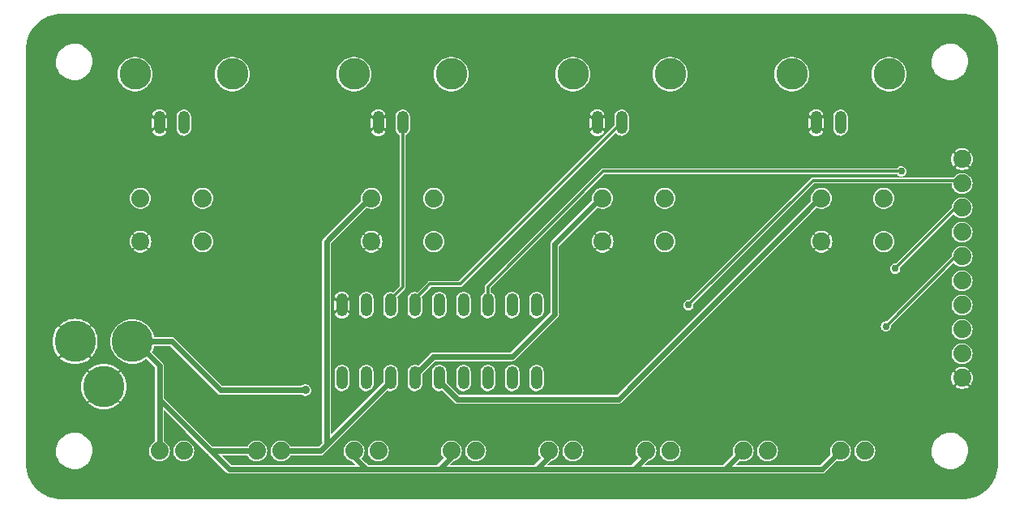
<source format=gbr>
%TF.GenerationSoftware,KiCad,Pcbnew,7.0.7*%
%TF.CreationDate,2023-09-22T15:36:31-04:00*%
%TF.ProjectId,HMS_8ValveDriver,484d535f-3856-4616-9c76-654472697665,rev?*%
%TF.SameCoordinates,Original*%
%TF.FileFunction,Copper,L1,Top*%
%TF.FilePolarity,Positive*%
%FSLAX46Y46*%
G04 Gerber Fmt 4.6, Leading zero omitted, Abs format (unit mm)*
G04 Created by KiCad (PCBNEW 7.0.7) date 2023-09-22 15:36:31*
%MOMM*%
%LPD*%
G01*
G04 APERTURE LIST*
%TA.AperFunction,ComponentPad*%
%ADD10C,1.879600*%
%TD*%
%TA.AperFunction,ComponentPad*%
%ADD11C,3.300000*%
%TD*%
%TA.AperFunction,ComponentPad*%
%ADD12O,1.206400X2.412800*%
%TD*%
%TA.AperFunction,ComponentPad*%
%ADD13O,1.219200X2.438400*%
%TD*%
%TA.AperFunction,ComponentPad*%
%ADD14C,4.318000*%
%TD*%
%TA.AperFunction,ViaPad*%
%ADD15C,0.914400*%
%TD*%
%TA.AperFunction,ViaPad*%
%ADD16C,0.762000*%
%TD*%
%TA.AperFunction,Conductor*%
%ADD17C,0.609600*%
%TD*%
%TA.AperFunction,Conductor*%
%ADD18C,0.304800*%
%TD*%
G04 APERTURE END LIST*
D10*
%TO.P,J5,1,1*%
%TO.N,VCC_1*%
X182791100Y-125323600D03*
%TO.P,J5,2,2*%
%TO.N,/V8OUT*%
X185331100Y-125323600D03*
%TD*%
%TO.P,J1,1,1*%
%TO.N,GND*%
X195491100Y-117703600D03*
%TO.P,J1,2,2*%
%TO.N,/V1*%
X195491100Y-115163600D03*
%TO.P,J1,3,3*%
%TO.N,/V2*%
X195491100Y-112623600D03*
%TO.P,J1,4,4*%
%TO.N,/V3*%
X195491100Y-110083600D03*
%TO.P,J1,5,5*%
%TO.N,/V4*%
X195491100Y-107543600D03*
%TO.P,J1,6,6*%
%TO.N,/V5*%
X195491100Y-105003600D03*
%TO.P,J1,7,7*%
%TO.N,/V6*%
X195491100Y-102463600D03*
%TO.P,J1,8,8*%
%TO.N,/V7*%
X195491100Y-99923600D03*
%TO.P,J1,9,9*%
%TO.N,/V8*%
X195491100Y-97383600D03*
%TO.P,J1,10,10*%
%TO.N,GND*%
X195491100Y-94843600D03*
%TD*%
D11*
%TO.P,J18,3*%
%TO.N,N/C*%
X109131100Y-85953600D03*
%TO.P,J18,4*%
X119291100Y-85953600D03*
D12*
%TO.P,J18,GND,GND*%
%TO.N,GND*%
X111671100Y-91033600D03*
%TO.P,J18,S,OUT*%
%TO.N,/V1*%
X114211100Y-91033600D03*
%TD*%
D11*
%TO.P,J16,3*%
%TO.N,N/C*%
X154851100Y-85953600D03*
%TO.P,J16,4*%
X165011100Y-85953600D03*
D12*
%TO.P,J16,GND,GND*%
%TO.N,GND*%
X157391100Y-91033600D03*
%TO.P,J16,S,OUT*%
%TO.N,/V3*%
X159931100Y-91033600D03*
%TD*%
D10*
%TO.P,J10,1,1*%
%TO.N,VCC_1*%
X131991100Y-125323600D03*
%TO.P,J10,2,2*%
%TO.N,/V3OUT*%
X134531100Y-125323600D03*
%TD*%
D11*
%TO.P,J17,3*%
%TO.N,N/C*%
X131991100Y-85953600D03*
%TO.P,J17,4*%
X142151100Y-85953600D03*
D12*
%TO.P,J17,GND,GND*%
%TO.N,GND*%
X134531100Y-91033600D03*
%TO.P,J17,S,OUT*%
%TO.N,/V2*%
X137071100Y-91033600D03*
%TD*%
D10*
%TO.P,S3,1,1*%
%TO.N,/V3OUT*%
X157949900Y-98933000D03*
%TO.P,S3,2*%
%TO.N,N/C*%
X164452300Y-98933000D03*
%TO.P,S3,3,2*%
%TO.N,GND*%
X157949900Y-103454200D03*
%TO.P,S3,4*%
%TO.N,N/C*%
X164452300Y-103454200D03*
%TD*%
%TO.P,J8,1,1*%
%TO.N,VCC_1*%
X152311100Y-125323600D03*
%TO.P,J8,2,2*%
%TO.N,/V5OUT*%
X154851100Y-125323600D03*
%TD*%
%TO.P,J6,1,1*%
%TO.N,VCC_1*%
X172631100Y-125323600D03*
%TO.P,J6,2,2*%
%TO.N,/V7OUT*%
X175171100Y-125323600D03*
%TD*%
D11*
%TO.P,J15,3*%
%TO.N,N/C*%
X177711100Y-85953600D03*
%TO.P,J15,4*%
X187871100Y-85953600D03*
D12*
%TO.P,J15,GND,GND*%
%TO.N,GND*%
X180251100Y-91033600D03*
%TO.P,J15,S,OUT*%
%TO.N,/V4*%
X182791100Y-91033600D03*
%TD*%
D10*
%TO.P,J7,1,1*%
%TO.N,VCC_1*%
X162471100Y-125323600D03*
%TO.P,J7,2,2*%
%TO.N,/V6OUT*%
X165011100Y-125323600D03*
%TD*%
D13*
%TO.P,IC1,1,I1*%
%TO.N,/V8*%
X151041100Y-110083600D03*
%TO.P,IC1,2,I2*%
%TO.N,/V7*%
X148501100Y-110083600D03*
%TO.P,IC1,3,I3*%
%TO.N,/V6*%
X145961100Y-110083600D03*
%TO.P,IC1,4,I4*%
%TO.N,/V5*%
X143421100Y-110083600D03*
%TO.P,IC1,5,I5*%
%TO.N,/V4*%
X140881100Y-110083600D03*
%TO.P,IC1,6,I6*%
%TO.N,/V3*%
X138341100Y-110083600D03*
%TO.P,IC1,7,I7*%
%TO.N,/V2*%
X135801100Y-110083600D03*
%TO.P,IC1,8,I8*%
%TO.N,/V1*%
X133261100Y-110083600D03*
%TO.P,IC1,9,GND*%
%TO.N,GND*%
X130721100Y-110083600D03*
%TO.P,IC1,10,CD+*%
%TO.N,VCC_1*%
X130721100Y-117703600D03*
%TO.P,IC1,11,O8*%
%TO.N,/V1OUT*%
X133261100Y-117703600D03*
%TO.P,IC1,12,O7*%
%TO.N,/V2OUT*%
X135801100Y-117703600D03*
%TO.P,IC1,13,O6*%
%TO.N,/V3OUT*%
X138341100Y-117703600D03*
%TO.P,IC1,14,O5*%
%TO.N,/V4OUT*%
X140881100Y-117703600D03*
%TO.P,IC1,15,O4*%
%TO.N,/V5OUT*%
X143421100Y-117703600D03*
%TO.P,IC1,16,O3*%
%TO.N,/V6OUT*%
X145961100Y-117703600D03*
%TO.P,IC1,17,O2*%
%TO.N,/V7OUT*%
X148501100Y-117703600D03*
%TO.P,IC1,18,O1*%
%TO.N,/V8OUT*%
X151041100Y-117703600D03*
%TD*%
D10*
%TO.P,S4,1,1*%
%TO.N,/V4OUT*%
X180809900Y-98933000D03*
%TO.P,S4,2*%
%TO.N,N/C*%
X187312300Y-98933000D03*
%TO.P,S4,3,2*%
%TO.N,GND*%
X180809900Y-103454200D03*
%TO.P,S4,4*%
%TO.N,N/C*%
X187312300Y-103454200D03*
%TD*%
%TO.P,S2,1,1*%
%TO.N,/V2OUT*%
X133819900Y-98933000D03*
%TO.P,S2,2*%
%TO.N,N/C*%
X140322300Y-98933000D03*
%TO.P,S2,3,2*%
%TO.N,GND*%
X133819900Y-103454200D03*
%TO.P,S2,4*%
%TO.N,N/C*%
X140322300Y-103454200D03*
%TD*%
%TO.P,J12,1,1*%
%TO.N,VCC_1*%
X111671100Y-125323600D03*
%TO.P,J12,2,2*%
%TO.N,/V1OUT*%
X114211100Y-125323600D03*
%TD*%
D14*
%TO.P,J4,GND,GND*%
%TO.N,GND*%
X102861100Y-113893600D03*
%TO.P,J4,GNDBREAK,GNDBREAK*%
X105861100Y-118593600D03*
%TO.P,J4,PWR,PWR*%
%TO.N,VCC_1*%
X108861100Y-113893600D03*
%TD*%
D10*
%TO.P,J9,1,1*%
%TO.N,VCC_1*%
X142151100Y-125323600D03*
%TO.P,J9,2,2*%
%TO.N,/V4OUT*%
X144691100Y-125323600D03*
%TD*%
%TO.P,S1,1,1*%
%TO.N,/V1OUT*%
X109689900Y-98933000D03*
%TO.P,S1,2*%
%TO.N,N/C*%
X116192300Y-98933000D03*
%TO.P,S1,3,2*%
%TO.N,GND*%
X109689900Y-103454200D03*
%TO.P,S1,4*%
%TO.N,N/C*%
X116192300Y-103454200D03*
%TD*%
%TO.P,J11,1,1*%
%TO.N,VCC_1*%
X121831100Y-125323600D03*
%TO.P,J11,2,2*%
%TO.N,/V2OUT*%
X124371100Y-125323600D03*
%TD*%
D15*
%TO.N,VCC_1*%
X126911100Y-118973600D03*
D16*
%TO.N,/V5*%
X187553600Y-112306100D03*
%TO.N,/V6*%
X189141100Y-96113600D03*
%TO.N,/V7*%
X188506100Y-106273600D03*
%TO.N,/V8*%
X166916100Y-110083600D03*
%TD*%
D17*
%TO.N,/V4OUT*%
X142786100Y-119926100D02*
X159613600Y-119926100D01*
X180568600Y-98971100D02*
X180809900Y-98933000D01*
X140881100Y-118021100D02*
X142786100Y-119926100D01*
X140881100Y-117703600D02*
X140881100Y-118021100D01*
X159613600Y-119926100D02*
X180568600Y-98971100D01*
%TO.N,/V3OUT*%
X138341100Y-117386100D02*
X140246100Y-115481100D01*
X138341100Y-117703600D02*
X138341100Y-117386100D01*
X152946100Y-111036100D02*
X152946100Y-103733600D01*
X148501100Y-115481100D02*
X152946100Y-111036100D01*
X140246100Y-115481100D02*
X148501100Y-115481100D01*
X152946100Y-103733600D02*
X157708600Y-98971100D01*
X157708600Y-98971100D02*
X157949900Y-98933000D01*
%TO.N,/V2OUT*%
X129292350Y-124529850D02*
X129133600Y-124371100D01*
X135801100Y-118021100D02*
X135801100Y-117703600D01*
X133578600Y-98971100D02*
X133819900Y-98933000D01*
X124371100Y-125323600D02*
X128498600Y-125323600D01*
X129292350Y-124529850D02*
X135801100Y-118021100D01*
X129133600Y-124371100D02*
X129133600Y-103416100D01*
X129133600Y-103416100D02*
X133578600Y-98971100D01*
X128498600Y-125323600D02*
X129292350Y-124529850D01*
%TO.N,VCC_1*%
X133261100Y-127228600D02*
X118973600Y-127228600D01*
X152311100Y-125958600D02*
X151041100Y-127228600D01*
X152311100Y-125323600D02*
X152311100Y-125958600D01*
X126911100Y-118973600D02*
X118021100Y-118973600D01*
X118021100Y-118973600D02*
X112941100Y-113893600D01*
X112941100Y-113893600D02*
X109131100Y-113893600D01*
X131991100Y-125323600D02*
X131991100Y-125958600D01*
X131991100Y-125958600D02*
X133261100Y-127228600D01*
X111671100Y-116433600D02*
X111671100Y-119926100D01*
X180886100Y-127228600D02*
X182791100Y-125323600D01*
X109131100Y-113893600D02*
X108861100Y-113893600D01*
X111671100Y-119926100D02*
X111671100Y-125323600D01*
X140881100Y-127228600D02*
X133261100Y-127228600D01*
X172631100Y-125323600D02*
X170726100Y-127228600D01*
X117068600Y-125323600D02*
X121831100Y-125323600D01*
X162471100Y-125958600D02*
X161201100Y-127228600D01*
X140881100Y-127228600D02*
X151041100Y-127228600D01*
X109131100Y-113893600D02*
X111671100Y-116433600D01*
X142151100Y-125323600D02*
X142151100Y-125958600D01*
X142151100Y-125958600D02*
X140881100Y-127228600D01*
X170726100Y-127228600D02*
X180886100Y-127228600D01*
X118973600Y-127228600D02*
X117068600Y-125323600D01*
X111671100Y-119926100D02*
X117068600Y-125323600D01*
X161201100Y-127228600D02*
X170726100Y-127228600D01*
X162471100Y-125323600D02*
X162471100Y-125958600D01*
X151041100Y-127228600D02*
X161201100Y-127228600D01*
D18*
%TO.N,/V2*%
X135801100Y-109448600D02*
X137071100Y-108178600D01*
X137071100Y-108178600D02*
X137071100Y-91033600D01*
X135801100Y-110083600D02*
X135801100Y-109448600D01*
%TO.N,/V3*%
X138341100Y-110083600D02*
X138341100Y-109448600D01*
X143103600Y-107861100D02*
X159931100Y-91033600D01*
X138341100Y-109448600D02*
X139928600Y-107861100D01*
X139928600Y-107861100D02*
X143103600Y-107861100D01*
%TO.N,/V5*%
X195491100Y-105003600D02*
X194856100Y-105003600D01*
X194856100Y-105003600D02*
X187553600Y-112306100D01*
%TO.N,/V6*%
X189141100Y-96113600D02*
X158026100Y-96113600D01*
X145961100Y-108178600D02*
X145961100Y-110083600D01*
X158026100Y-96113600D02*
X145961100Y-108178600D01*
%TO.N,/V7*%
X195491100Y-99923600D02*
X194856100Y-99923600D01*
X194856100Y-99923600D02*
X188506100Y-106273600D01*
%TO.N,/V8*%
X195491100Y-97383600D02*
X195173600Y-97066100D01*
X179933600Y-97066100D02*
X166916100Y-110083600D01*
X195173600Y-97066100D02*
X179933600Y-97066100D01*
%TD*%
%TA.AperFunction,Conductor*%
%TO.N,GND*%
G36*
X195491534Y-79629121D02*
G01*
X195861160Y-79647279D01*
X195862931Y-79647454D01*
X196228524Y-79701685D01*
X196230299Y-79702039D01*
X196409853Y-79747014D01*
X196588808Y-79791840D01*
X196590534Y-79792364D01*
X196764523Y-79854618D01*
X196938506Y-79916871D01*
X196940189Y-79917568D01*
X196992200Y-79942167D01*
X197274287Y-80075584D01*
X197275881Y-80076436D01*
X197592878Y-80266436D01*
X197594386Y-80267445D01*
X197891231Y-80487602D01*
X197892639Y-80488757D01*
X198166470Y-80736941D01*
X198167758Y-80738229D01*
X198415942Y-81012060D01*
X198417097Y-81013468D01*
X198637254Y-81310313D01*
X198638267Y-81311828D01*
X198828263Y-81628819D01*
X198829122Y-81630425D01*
X198987131Y-81964510D01*
X198987828Y-81966193D01*
X199112333Y-82314158D01*
X199112862Y-82315901D01*
X199202660Y-82674400D01*
X199203016Y-82676186D01*
X199257243Y-83041751D01*
X199257421Y-83043558D01*
X199263856Y-83174544D01*
X199275577Y-83413136D01*
X199275599Y-83414047D01*
X199275599Y-126593151D01*
X199275577Y-126594062D01*
X199267424Y-126760034D01*
X199259876Y-126913689D01*
X199257422Y-126963635D01*
X199257243Y-126965448D01*
X199203016Y-127331013D01*
X199202660Y-127332799D01*
X199112862Y-127691298D01*
X199112333Y-127693041D01*
X198987828Y-128041006D01*
X198987131Y-128042689D01*
X198829122Y-128376774D01*
X198828263Y-128378380D01*
X198638267Y-128695371D01*
X198637254Y-128696886D01*
X198417097Y-128993731D01*
X198415942Y-128995139D01*
X198167758Y-129268970D01*
X198166470Y-129270258D01*
X197892639Y-129518442D01*
X197891231Y-129519597D01*
X197594386Y-129739754D01*
X197592871Y-129740767D01*
X197275880Y-129930763D01*
X197274274Y-129931622D01*
X196940189Y-130089631D01*
X196938506Y-130090328D01*
X196590541Y-130214833D01*
X196588798Y-130215362D01*
X196230299Y-130305160D01*
X196228513Y-130305516D01*
X195862948Y-130359743D01*
X195861139Y-130359921D01*
X195491534Y-130378078D01*
X195490651Y-130378100D01*
X101511549Y-130378100D01*
X101510665Y-130378078D01*
X101141058Y-130359921D01*
X101139251Y-130359743D01*
X100773686Y-130305516D01*
X100771900Y-130305160D01*
X100413401Y-130215362D01*
X100411658Y-130214833D01*
X100063693Y-130090328D01*
X100062010Y-130089631D01*
X99825459Y-129977752D01*
X99727919Y-129931619D01*
X99726319Y-129930763D01*
X99409328Y-129740767D01*
X99407813Y-129739754D01*
X99110968Y-129519597D01*
X99109560Y-129518442D01*
X98835729Y-129270258D01*
X98834441Y-129268970D01*
X98586257Y-128995139D01*
X98585102Y-128993731D01*
X98364945Y-128696886D01*
X98363932Y-128695371D01*
X98173936Y-128378380D01*
X98173084Y-128376787D01*
X98015068Y-128042689D01*
X98014371Y-128041006D01*
X97889866Y-127693041D01*
X97889340Y-127691308D01*
X97842968Y-127506180D01*
X97799539Y-127332799D01*
X97799185Y-127331024D01*
X97744954Y-126965431D01*
X97744779Y-126963660D01*
X97726621Y-126594036D01*
X97726600Y-126593149D01*
X97726600Y-126577938D01*
X97726599Y-126577932D01*
X97726599Y-125393233D01*
X100875785Y-125393233D01*
X100906228Y-125669904D01*
X100976630Y-125939196D01*
X101085493Y-126195373D01*
X101085494Y-126195375D01*
X101230488Y-126432957D01*
X101230491Y-126432960D01*
X101230493Y-126432964D01*
X101408542Y-126646912D01*
X101615845Y-126832656D01*
X101847982Y-126986236D01*
X101847983Y-126986237D01*
X101847992Y-126986242D01*
X102099995Y-127104376D01*
X102100005Y-127104380D01*
X102100009Y-127104382D01*
X102366551Y-127184573D01*
X102641928Y-127225100D01*
X102641931Y-127225100D01*
X102850582Y-127225100D01*
X102850589Y-127225100D01*
X103058701Y-127209868D01*
X103330386Y-127149348D01*
X103590363Y-127049915D01*
X103833093Y-126913689D01*
X104053401Y-126743572D01*
X104246592Y-126543192D01*
X104408549Y-126316818D01*
X104535819Y-126069275D01*
X104625691Y-125805839D01*
X104676248Y-125532126D01*
X104686414Y-125253968D01*
X104655971Y-124977294D01*
X104585569Y-124708001D01*
X104476707Y-124451828D01*
X104474293Y-124447873D01*
X104331711Y-124214242D01*
X104331709Y-124214240D01*
X104331707Y-124214236D01*
X104153658Y-124000288D01*
X103946355Y-123814544D01*
X103823867Y-123733507D01*
X103714216Y-123660962D01*
X103714207Y-123660957D01*
X103462204Y-123542823D01*
X103462192Y-123542818D01*
X103195654Y-123462628D01*
X103195650Y-123462627D01*
X103195649Y-123462627D01*
X102920272Y-123422100D01*
X102711611Y-123422100D01*
X102529513Y-123435428D01*
X102503498Y-123437332D01*
X102231819Y-123497850D01*
X101971836Y-123597284D01*
X101729112Y-123733507D01*
X101508797Y-123903629D01*
X101315607Y-124104008D01*
X101153652Y-124330380D01*
X101026381Y-124577923D01*
X100936509Y-124841357D01*
X100936508Y-124841363D01*
X100885951Y-125115076D01*
X100885951Y-125115084D01*
X100875785Y-125393233D01*
X97726599Y-125393233D01*
X97726599Y-118593599D01*
X103494633Y-118593599D01*
X103514878Y-118902490D01*
X103575267Y-119206085D01*
X103674767Y-119499203D01*
X103811677Y-119776830D01*
X103811681Y-119776838D01*
X103983648Y-120034203D01*
X103983659Y-120034218D01*
X104120885Y-120190694D01*
X104700947Y-119610633D01*
X104727181Y-119599767D01*
X104753415Y-119610633D01*
X104754471Y-119611734D01*
X104754765Y-119612053D01*
X104846594Y-119696587D01*
X104858535Y-119722349D01*
X104848762Y-119749009D01*
X104847701Y-119750116D01*
X104264003Y-120333813D01*
X104420481Y-120471040D01*
X104420496Y-120471051D01*
X104677861Y-120643018D01*
X104677869Y-120643022D01*
X104955496Y-120779932D01*
X105248614Y-120879432D01*
X105552210Y-120939821D01*
X105552208Y-120939821D01*
X105861099Y-120960066D01*
X106169990Y-120939821D01*
X106473585Y-120879432D01*
X106766703Y-120779932D01*
X107044330Y-120643022D01*
X107044338Y-120643018D01*
X107301703Y-120471051D01*
X107301718Y-120471040D01*
X107458195Y-120333813D01*
X106874498Y-119750116D01*
X106863632Y-119723882D01*
X106874498Y-119697648D01*
X106875548Y-119696640D01*
X106967435Y-119612053D01*
X106967446Y-119612038D01*
X106967708Y-119611755D01*
X106967808Y-119611708D01*
X106968564Y-119611013D01*
X106968786Y-119611254D01*
X106993464Y-119599800D01*
X107020129Y-119609558D01*
X107021251Y-119610633D01*
X107601313Y-120190694D01*
X107738540Y-120034218D01*
X107738551Y-120034203D01*
X107910518Y-119776838D01*
X107910522Y-119776830D01*
X108047432Y-119499203D01*
X108146932Y-119206085D01*
X108207321Y-118902490D01*
X108227566Y-118593599D01*
X108207321Y-118284709D01*
X108146932Y-117981114D01*
X108047432Y-117687996D01*
X107910523Y-117410372D01*
X107738544Y-117152986D01*
X107738540Y-117152981D01*
X107601313Y-116996504D01*
X107021251Y-117576565D01*
X106995017Y-117587431D01*
X106968783Y-117576565D01*
X106967725Y-117575462D01*
X106967432Y-117575144D01*
X106875604Y-117490611D01*
X106863663Y-117464849D01*
X106873436Y-117438189D01*
X106874497Y-117437082D01*
X107458194Y-116853385D01*
X107301718Y-116716159D01*
X107301703Y-116716148D01*
X107044338Y-116544181D01*
X107044330Y-116544177D01*
X106766703Y-116407267D01*
X106473585Y-116307767D01*
X106169989Y-116247378D01*
X106169991Y-116247378D01*
X105861099Y-116227133D01*
X105552209Y-116247378D01*
X105248614Y-116307767D01*
X104955496Y-116407267D01*
X104677872Y-116544176D01*
X104420486Y-116716155D01*
X104420481Y-116716159D01*
X104264003Y-116853385D01*
X104847701Y-117437083D01*
X104858567Y-117463317D01*
X104847701Y-117489551D01*
X104846594Y-117490612D01*
X104754766Y-117575145D01*
X104754473Y-117575464D01*
X104754366Y-117575513D01*
X104753636Y-117576186D01*
X104753420Y-117575951D01*
X104728709Y-117587401D01*
X104702050Y-117577623D01*
X104700948Y-117576566D01*
X104120885Y-116996504D01*
X103983659Y-117152981D01*
X103983655Y-117152986D01*
X103811676Y-117410372D01*
X103674767Y-117687996D01*
X103575267Y-117981114D01*
X103514878Y-118284709D01*
X103494633Y-118593599D01*
X97726599Y-118593599D01*
X97726599Y-113893599D01*
X100494633Y-113893599D01*
X100514878Y-114202490D01*
X100575267Y-114506085D01*
X100674767Y-114799203D01*
X100811677Y-115076830D01*
X100811681Y-115076838D01*
X100983648Y-115334203D01*
X100983659Y-115334218D01*
X101120885Y-115490694D01*
X101700947Y-114910633D01*
X101727181Y-114899767D01*
X101753415Y-114910633D01*
X101754471Y-114911734D01*
X101754765Y-114912053D01*
X101808975Y-114961957D01*
X101846594Y-114996587D01*
X101858535Y-115022349D01*
X101848762Y-115049009D01*
X101847701Y-115050116D01*
X101264003Y-115633813D01*
X101420481Y-115771040D01*
X101420496Y-115771051D01*
X101677861Y-115943018D01*
X101677869Y-115943022D01*
X101955496Y-116079932D01*
X102248614Y-116179432D01*
X102552210Y-116239821D01*
X102552208Y-116239821D01*
X102861099Y-116260066D01*
X103169990Y-116239821D01*
X103473585Y-116179432D01*
X103766703Y-116079932D01*
X104044330Y-115943022D01*
X104044338Y-115943018D01*
X104301703Y-115771051D01*
X104301718Y-115771040D01*
X104458195Y-115633813D01*
X103874498Y-115050116D01*
X103863632Y-115023882D01*
X103874498Y-114997648D01*
X103875548Y-114996640D01*
X103967435Y-114912053D01*
X103967446Y-114912038D01*
X103967708Y-114911755D01*
X103967808Y-114911708D01*
X103968564Y-114911013D01*
X103968786Y-114911254D01*
X103993464Y-114899800D01*
X104020129Y-114909558D01*
X104021251Y-114910633D01*
X104601313Y-115490694D01*
X104738540Y-115334218D01*
X104738551Y-115334203D01*
X104910518Y-115076838D01*
X104910522Y-115076830D01*
X105047432Y-114799203D01*
X105146932Y-114506085D01*
X105207321Y-114202490D01*
X105227566Y-113893600D01*
X106544239Y-113893600D01*
X106564060Y-114196015D01*
X106623183Y-114493246D01*
X106720597Y-114780219D01*
X106840002Y-115022349D01*
X106854640Y-115052031D01*
X106950729Y-115195838D01*
X107023010Y-115304015D01*
X107023014Y-115304020D01*
X107100346Y-115392200D01*
X107222832Y-115531868D01*
X107222837Y-115531872D01*
X107449868Y-115730974D01*
X107450684Y-115731689D01*
X107702669Y-115900060D01*
X107959364Y-116026647D01*
X107974480Y-116034102D01*
X108162214Y-116097829D01*
X108261452Y-116131516D01*
X108558684Y-116190639D01*
X108558689Y-116190640D01*
X108861100Y-116210461D01*
X109163511Y-116190640D01*
X109460748Y-116131516D01*
X109659946Y-116063897D01*
X109747719Y-116034102D01*
X109747720Y-116034101D01*
X109747724Y-116034100D01*
X110019531Y-115900060D01*
X110271516Y-115731689D01*
X110272229Y-115731063D01*
X110272411Y-115731001D01*
X110272476Y-115730952D01*
X110272492Y-115730974D01*
X110299114Y-115721930D01*
X110322931Y-115732717D01*
X111202533Y-116612320D01*
X111213399Y-116638554D01*
X111213400Y-119857112D01*
X111213400Y-119899345D01*
X111213283Y-119901423D01*
X111208553Y-119943408D01*
X111212753Y-119965603D01*
X111213400Y-119972501D01*
X111213400Y-124303668D01*
X111202534Y-124329902D01*
X111189705Y-124338262D01*
X111181955Y-124341264D01*
X111009776Y-124447873D01*
X111009775Y-124447874D01*
X110860125Y-124584298D01*
X110738092Y-124745896D01*
X110738088Y-124745903D01*
X110660225Y-124902275D01*
X110647823Y-124927181D01*
X110592404Y-125121955D01*
X110573719Y-125323600D01*
X110592404Y-125525244D01*
X110594362Y-125532126D01*
X110647823Y-125720020D01*
X110738088Y-125901297D01*
X110738090Y-125901300D01*
X110738092Y-125901303D01*
X110860125Y-126062901D01*
X111009775Y-126199325D01*
X111009776Y-126199326D01*
X111009778Y-126199327D01*
X111009780Y-126199329D01*
X111181955Y-126305935D01*
X111370787Y-126379089D01*
X111569846Y-126416300D01*
X111569847Y-126416300D01*
X111772353Y-126416300D01*
X111772354Y-126416300D01*
X111971413Y-126379089D01*
X112160245Y-126305935D01*
X112332420Y-126199329D01*
X112482074Y-126062901D01*
X112604112Y-125901297D01*
X112694377Y-125720020D01*
X112749796Y-125525243D01*
X112768481Y-125323600D01*
X112768481Y-125323599D01*
X113113719Y-125323599D01*
X113132404Y-125525244D01*
X113134362Y-125532126D01*
X113187823Y-125720020D01*
X113278088Y-125901297D01*
X113278090Y-125901300D01*
X113278092Y-125901303D01*
X113400125Y-126062901D01*
X113549775Y-126199325D01*
X113549776Y-126199326D01*
X113549778Y-126199327D01*
X113549780Y-126199329D01*
X113721955Y-126305935D01*
X113910787Y-126379089D01*
X114109846Y-126416300D01*
X114109847Y-126416300D01*
X114312353Y-126416300D01*
X114312354Y-126416300D01*
X114511413Y-126379089D01*
X114700245Y-126305935D01*
X114872420Y-126199329D01*
X115022074Y-126062901D01*
X115144112Y-125901297D01*
X115234377Y-125720020D01*
X115289796Y-125525243D01*
X115308481Y-125323600D01*
X115289796Y-125121957D01*
X115234377Y-124927180D01*
X115144112Y-124745903D01*
X115144107Y-124745896D01*
X115022074Y-124584298D01*
X114872424Y-124447874D01*
X114872423Y-124447873D01*
X114872282Y-124447786D01*
X114700245Y-124341265D01*
X114511413Y-124268111D01*
X114511405Y-124268109D01*
X114511403Y-124268109D01*
X114429514Y-124252801D01*
X114312354Y-124230900D01*
X114109846Y-124230900D01*
X114036095Y-124244686D01*
X113910796Y-124268109D01*
X113910783Y-124268112D01*
X113721954Y-124341265D01*
X113549776Y-124447873D01*
X113549775Y-124447874D01*
X113400125Y-124584298D01*
X113278092Y-124745896D01*
X113278088Y-124745903D01*
X113200225Y-124902275D01*
X113187823Y-124927181D01*
X113132404Y-125121955D01*
X113113719Y-125323599D01*
X112768481Y-125323599D01*
X112749796Y-125121957D01*
X112694377Y-124927180D01*
X112604112Y-124745903D01*
X112604107Y-124745896D01*
X112482074Y-124584298D01*
X112332424Y-124447874D01*
X112332423Y-124447873D01*
X112332282Y-124447786D01*
X112236382Y-124388407D01*
X112160244Y-124341264D01*
X112152495Y-124338262D01*
X112131960Y-124318650D01*
X112128800Y-124303668D01*
X112128800Y-121120652D01*
X112139666Y-121094418D01*
X112165900Y-121083552D01*
X112192132Y-121094417D01*
X114444153Y-123346439D01*
X116696174Y-125598460D01*
X116726047Y-125628334D01*
X116727433Y-125629885D01*
X116753768Y-125662908D01*
X116770174Y-125674093D01*
X116772431Y-125675632D01*
X116777765Y-125680051D01*
X118631038Y-127533325D01*
X118632425Y-127534877D01*
X118658767Y-127567907D01*
X118658768Y-127567908D01*
X118708706Y-127601955D01*
X118757309Y-127637827D01*
X118757315Y-127637830D01*
X118760942Y-127639099D01*
X118769589Y-127643463D01*
X118772768Y-127645631D01*
X118830500Y-127663439D01*
X118887547Y-127683401D01*
X118891390Y-127683544D01*
X118900937Y-127685166D01*
X118904613Y-127686300D01*
X118965025Y-127686300D01*
X119025425Y-127688560D01*
X119029144Y-127687564D01*
X119038744Y-127686300D01*
X133192113Y-127686300D01*
X133252551Y-127686300D01*
X133312924Y-127688559D01*
X133316637Y-127687564D01*
X133326238Y-127686300D01*
X140812113Y-127686300D01*
X140854346Y-127686300D01*
X140856424Y-127686417D01*
X140871173Y-127688078D01*
X140898407Y-127691147D01*
X140920603Y-127686947D01*
X140927502Y-127686300D01*
X150972113Y-127686300D01*
X151014346Y-127686300D01*
X151016424Y-127686417D01*
X151031173Y-127688078D01*
X151058407Y-127691147D01*
X151080603Y-127686947D01*
X151087502Y-127686300D01*
X161132113Y-127686300D01*
X161174346Y-127686300D01*
X161176424Y-127686417D01*
X161191173Y-127688078D01*
X161218407Y-127691147D01*
X161240603Y-127686947D01*
X161247502Y-127686300D01*
X170657113Y-127686300D01*
X170699346Y-127686300D01*
X170701424Y-127686417D01*
X170716173Y-127688078D01*
X170743407Y-127691147D01*
X170765603Y-127686947D01*
X170772502Y-127686300D01*
X180859346Y-127686300D01*
X180861424Y-127686417D01*
X180876173Y-127688078D01*
X180903407Y-127691147D01*
X180962786Y-127679911D01*
X181022533Y-127670906D01*
X181025995Y-127669238D01*
X181035200Y-127666209D01*
X181038976Y-127665495D01*
X181092399Y-127637260D01*
X181146844Y-127611041D01*
X181149665Y-127608422D01*
X181157558Y-127602822D01*
X181160962Y-127601024D01*
X181203694Y-127558291D01*
X181247986Y-127517195D01*
X181249908Y-127513864D01*
X181255800Y-127506184D01*
X182395929Y-126366054D01*
X182422162Y-126355189D01*
X182435558Y-126357692D01*
X182490787Y-126379089D01*
X182689846Y-126416300D01*
X182689847Y-126416300D01*
X182892353Y-126416300D01*
X182892354Y-126416300D01*
X183091413Y-126379089D01*
X183280245Y-126305935D01*
X183452420Y-126199329D01*
X183602074Y-126062901D01*
X183724112Y-125901297D01*
X183814377Y-125720020D01*
X183869796Y-125525243D01*
X183888481Y-125323600D01*
X183888481Y-125323599D01*
X184233719Y-125323599D01*
X184252404Y-125525244D01*
X184254362Y-125532126D01*
X184307823Y-125720020D01*
X184398088Y-125901297D01*
X184398090Y-125901300D01*
X184398092Y-125901303D01*
X184520125Y-126062901D01*
X184669775Y-126199325D01*
X184669776Y-126199326D01*
X184669778Y-126199327D01*
X184669780Y-126199329D01*
X184841955Y-126305935D01*
X185030787Y-126379089D01*
X185229846Y-126416300D01*
X185229847Y-126416300D01*
X185432353Y-126416300D01*
X185432354Y-126416300D01*
X185631413Y-126379089D01*
X185820245Y-126305935D01*
X185992420Y-126199329D01*
X186142074Y-126062901D01*
X186264112Y-125901297D01*
X186354377Y-125720020D01*
X186409796Y-125525243D01*
X186422029Y-125393233D01*
X192315785Y-125393233D01*
X192346228Y-125669904D01*
X192416630Y-125939196D01*
X192525493Y-126195373D01*
X192525494Y-126195375D01*
X192670488Y-126432957D01*
X192670491Y-126432960D01*
X192670493Y-126432964D01*
X192848542Y-126646912D01*
X193055845Y-126832656D01*
X193287982Y-126986236D01*
X193287983Y-126986237D01*
X193287992Y-126986242D01*
X193539995Y-127104376D01*
X193540005Y-127104380D01*
X193540009Y-127104382D01*
X193806551Y-127184573D01*
X194081928Y-127225100D01*
X194081931Y-127225100D01*
X194290582Y-127225100D01*
X194290589Y-127225100D01*
X194498701Y-127209868D01*
X194770386Y-127149348D01*
X195030363Y-127049915D01*
X195273093Y-126913689D01*
X195493401Y-126743572D01*
X195686592Y-126543192D01*
X195848549Y-126316818D01*
X195975819Y-126069275D01*
X196065691Y-125805839D01*
X196116248Y-125532126D01*
X196126414Y-125253968D01*
X196095971Y-124977294D01*
X196025569Y-124708001D01*
X195916707Y-124451828D01*
X195914293Y-124447873D01*
X195771711Y-124214242D01*
X195771709Y-124214240D01*
X195771707Y-124214236D01*
X195593658Y-124000288D01*
X195386355Y-123814544D01*
X195263867Y-123733507D01*
X195154216Y-123660962D01*
X195154207Y-123660957D01*
X194902204Y-123542823D01*
X194902192Y-123542818D01*
X194635654Y-123462628D01*
X194635650Y-123462627D01*
X194635649Y-123462627D01*
X194360272Y-123422100D01*
X194151611Y-123422100D01*
X193969513Y-123435428D01*
X193943498Y-123437332D01*
X193671819Y-123497850D01*
X193411836Y-123597284D01*
X193169112Y-123733507D01*
X192948797Y-123903629D01*
X192755607Y-124104008D01*
X192593652Y-124330380D01*
X192466381Y-124577923D01*
X192376509Y-124841357D01*
X192376508Y-124841363D01*
X192325951Y-125115076D01*
X192325951Y-125115084D01*
X192315785Y-125393233D01*
X186422029Y-125393233D01*
X186428481Y-125323600D01*
X186409796Y-125121957D01*
X186354377Y-124927180D01*
X186264112Y-124745903D01*
X186264107Y-124745896D01*
X186142074Y-124584298D01*
X185992424Y-124447874D01*
X185992423Y-124447873D01*
X185992282Y-124447786D01*
X185820245Y-124341265D01*
X185631413Y-124268111D01*
X185631405Y-124268109D01*
X185631403Y-124268109D01*
X185549514Y-124252801D01*
X185432354Y-124230900D01*
X185229846Y-124230900D01*
X185156095Y-124244686D01*
X185030796Y-124268109D01*
X185030783Y-124268112D01*
X184841954Y-124341265D01*
X184669776Y-124447873D01*
X184669775Y-124447874D01*
X184520125Y-124584298D01*
X184398092Y-124745896D01*
X184398088Y-124745903D01*
X184320225Y-124902275D01*
X184307823Y-124927181D01*
X184252404Y-125121955D01*
X184233719Y-125323599D01*
X183888481Y-125323599D01*
X183869796Y-125121957D01*
X183814377Y-124927180D01*
X183724112Y-124745903D01*
X183724107Y-124745896D01*
X183602074Y-124584298D01*
X183452424Y-124447874D01*
X183452423Y-124447873D01*
X183452282Y-124447786D01*
X183280245Y-124341265D01*
X183091413Y-124268111D01*
X183091405Y-124268109D01*
X183091403Y-124268109D01*
X183009514Y-124252801D01*
X182892354Y-124230900D01*
X182689846Y-124230900D01*
X182616095Y-124244686D01*
X182490796Y-124268109D01*
X182490783Y-124268112D01*
X182301954Y-124341265D01*
X182129776Y-124447873D01*
X182129775Y-124447874D01*
X181980125Y-124584298D01*
X181858092Y-124745896D01*
X181858088Y-124745903D01*
X181780225Y-124902275D01*
X181767823Y-124927181D01*
X181712404Y-125121955D01*
X181693719Y-125323599D01*
X181712404Y-125525244D01*
X181757331Y-125683145D01*
X181754058Y-125711351D01*
X181747881Y-125719532D01*
X180707381Y-126760034D01*
X180681147Y-126770900D01*
X171920654Y-126770900D01*
X171894420Y-126760034D01*
X171883554Y-126733800D01*
X171894420Y-126707566D01*
X172169027Y-126432957D01*
X172235929Y-126366054D01*
X172262162Y-126355189D01*
X172275558Y-126357692D01*
X172330787Y-126379089D01*
X172529846Y-126416300D01*
X172529847Y-126416300D01*
X172732353Y-126416300D01*
X172732354Y-126416300D01*
X172931413Y-126379089D01*
X173120245Y-126305935D01*
X173292420Y-126199329D01*
X173442074Y-126062901D01*
X173564112Y-125901297D01*
X173654377Y-125720020D01*
X173709796Y-125525243D01*
X173728481Y-125323600D01*
X173728481Y-125323599D01*
X174073719Y-125323599D01*
X174092404Y-125525244D01*
X174094362Y-125532126D01*
X174147823Y-125720020D01*
X174238088Y-125901297D01*
X174238090Y-125901300D01*
X174238092Y-125901303D01*
X174360125Y-126062901D01*
X174509775Y-126199325D01*
X174509776Y-126199326D01*
X174509778Y-126199327D01*
X174509780Y-126199329D01*
X174681955Y-126305935D01*
X174870787Y-126379089D01*
X175069846Y-126416300D01*
X175069847Y-126416300D01*
X175272353Y-126416300D01*
X175272354Y-126416300D01*
X175471413Y-126379089D01*
X175660245Y-126305935D01*
X175832420Y-126199329D01*
X175982074Y-126062901D01*
X176104112Y-125901297D01*
X176194377Y-125720020D01*
X176249796Y-125525243D01*
X176268481Y-125323600D01*
X176249796Y-125121957D01*
X176194377Y-124927180D01*
X176104112Y-124745903D01*
X176104107Y-124745896D01*
X175982074Y-124584298D01*
X175832424Y-124447874D01*
X175832423Y-124447873D01*
X175832282Y-124447786D01*
X175660245Y-124341265D01*
X175471413Y-124268111D01*
X175471405Y-124268109D01*
X175471403Y-124268109D01*
X175389514Y-124252801D01*
X175272354Y-124230900D01*
X175069846Y-124230900D01*
X174996095Y-124244686D01*
X174870796Y-124268109D01*
X174870783Y-124268112D01*
X174681954Y-124341265D01*
X174509776Y-124447873D01*
X174509775Y-124447874D01*
X174360125Y-124584298D01*
X174238092Y-124745896D01*
X174238088Y-124745903D01*
X174160225Y-124902275D01*
X174147823Y-124927181D01*
X174092404Y-125121955D01*
X174073719Y-125323599D01*
X173728481Y-125323599D01*
X173709796Y-125121957D01*
X173654377Y-124927180D01*
X173564112Y-124745903D01*
X173564107Y-124745896D01*
X173442074Y-124584298D01*
X173292424Y-124447874D01*
X173292423Y-124447873D01*
X173292282Y-124447786D01*
X173120245Y-124341265D01*
X172931413Y-124268111D01*
X172931405Y-124268109D01*
X172931403Y-124268109D01*
X172849514Y-124252801D01*
X172732354Y-124230900D01*
X172529846Y-124230900D01*
X172456095Y-124244686D01*
X172330796Y-124268109D01*
X172330783Y-124268112D01*
X172141954Y-124341265D01*
X171969776Y-124447873D01*
X171969775Y-124447874D01*
X171820125Y-124584298D01*
X171698092Y-124745896D01*
X171698088Y-124745903D01*
X171620225Y-124902275D01*
X171607823Y-124927181D01*
X171552404Y-125121955D01*
X171533719Y-125323599D01*
X171552404Y-125525244D01*
X171597331Y-125683145D01*
X171594058Y-125711351D01*
X171587881Y-125719532D01*
X170547381Y-126760034D01*
X170521147Y-126770900D01*
X162395653Y-126770900D01*
X162369419Y-126760034D01*
X162358553Y-126733800D01*
X162369419Y-126707566D01*
X162430074Y-126646911D01*
X162672872Y-126404111D01*
X162692284Y-126393880D01*
X162771413Y-126379089D01*
X162960245Y-126305935D01*
X163132420Y-126199329D01*
X163282074Y-126062901D01*
X163404112Y-125901297D01*
X163494377Y-125720020D01*
X163549796Y-125525243D01*
X163568481Y-125323600D01*
X163568481Y-125323599D01*
X163913719Y-125323599D01*
X163932404Y-125525244D01*
X163934362Y-125532126D01*
X163987823Y-125720020D01*
X164078088Y-125901297D01*
X164078090Y-125901300D01*
X164078092Y-125901303D01*
X164200125Y-126062901D01*
X164349775Y-126199325D01*
X164349776Y-126199326D01*
X164349778Y-126199327D01*
X164349780Y-126199329D01*
X164521955Y-126305935D01*
X164710787Y-126379089D01*
X164909846Y-126416300D01*
X164909847Y-126416300D01*
X165112353Y-126416300D01*
X165112354Y-126416300D01*
X165311413Y-126379089D01*
X165500245Y-126305935D01*
X165672420Y-126199329D01*
X165822074Y-126062901D01*
X165944112Y-125901297D01*
X166034377Y-125720020D01*
X166089796Y-125525243D01*
X166108481Y-125323600D01*
X166089796Y-125121957D01*
X166034377Y-124927180D01*
X165944112Y-124745903D01*
X165944107Y-124745896D01*
X165822074Y-124584298D01*
X165672424Y-124447874D01*
X165672423Y-124447873D01*
X165672282Y-124447786D01*
X165500245Y-124341265D01*
X165311413Y-124268111D01*
X165311405Y-124268109D01*
X165311403Y-124268109D01*
X165229514Y-124252801D01*
X165112354Y-124230900D01*
X164909846Y-124230900D01*
X164836095Y-124244686D01*
X164710796Y-124268109D01*
X164710783Y-124268112D01*
X164521954Y-124341265D01*
X164349776Y-124447873D01*
X164349775Y-124447874D01*
X164200125Y-124584298D01*
X164078092Y-124745896D01*
X164078088Y-124745903D01*
X164000225Y-124902275D01*
X163987823Y-124927181D01*
X163932404Y-125121955D01*
X163913719Y-125323599D01*
X163568481Y-125323599D01*
X163549796Y-125121957D01*
X163494377Y-124927180D01*
X163404112Y-124745903D01*
X163404107Y-124745896D01*
X163282074Y-124584298D01*
X163132424Y-124447874D01*
X163132423Y-124447873D01*
X163132282Y-124447786D01*
X162960245Y-124341265D01*
X162771413Y-124268111D01*
X162771405Y-124268109D01*
X162771403Y-124268109D01*
X162689514Y-124252801D01*
X162572354Y-124230900D01*
X162369846Y-124230900D01*
X162296095Y-124244686D01*
X162170796Y-124268109D01*
X162170783Y-124268112D01*
X161981954Y-124341265D01*
X161809776Y-124447873D01*
X161809775Y-124447874D01*
X161660125Y-124584298D01*
X161538092Y-124745896D01*
X161538088Y-124745903D01*
X161460225Y-124902275D01*
X161447823Y-124927181D01*
X161392404Y-125121955D01*
X161373719Y-125323599D01*
X161392404Y-125525244D01*
X161394362Y-125532126D01*
X161447823Y-125720020D01*
X161538088Y-125901297D01*
X161538090Y-125901300D01*
X161538092Y-125901303D01*
X161660125Y-126062901D01*
X161662476Y-126065044D01*
X161674543Y-126090748D01*
X161664901Y-126117455D01*
X161663717Y-126118696D01*
X161022381Y-126760034D01*
X160996147Y-126770900D01*
X152235653Y-126770900D01*
X152209419Y-126760034D01*
X152198553Y-126733800D01*
X152209419Y-126707566D01*
X152270074Y-126646911D01*
X152512872Y-126404111D01*
X152532284Y-126393880D01*
X152611413Y-126379089D01*
X152800245Y-126305935D01*
X152972420Y-126199329D01*
X153122074Y-126062901D01*
X153244112Y-125901297D01*
X153334377Y-125720020D01*
X153389796Y-125525243D01*
X153408481Y-125323600D01*
X153408481Y-125323599D01*
X153753719Y-125323599D01*
X153772404Y-125525244D01*
X153774362Y-125532126D01*
X153827823Y-125720020D01*
X153918088Y-125901297D01*
X153918090Y-125901300D01*
X153918092Y-125901303D01*
X154040125Y-126062901D01*
X154189775Y-126199325D01*
X154189776Y-126199326D01*
X154189778Y-126199327D01*
X154189780Y-126199329D01*
X154361955Y-126305935D01*
X154550787Y-126379089D01*
X154749846Y-126416300D01*
X154749847Y-126416300D01*
X154952353Y-126416300D01*
X154952354Y-126416300D01*
X155151413Y-126379089D01*
X155340245Y-126305935D01*
X155512420Y-126199329D01*
X155662074Y-126062901D01*
X155784112Y-125901297D01*
X155874377Y-125720020D01*
X155929796Y-125525243D01*
X155948481Y-125323600D01*
X155929796Y-125121957D01*
X155874377Y-124927180D01*
X155784112Y-124745903D01*
X155784107Y-124745896D01*
X155662074Y-124584298D01*
X155512424Y-124447874D01*
X155512423Y-124447873D01*
X155512282Y-124447786D01*
X155340245Y-124341265D01*
X155151413Y-124268111D01*
X155151405Y-124268109D01*
X155151403Y-124268109D01*
X155069514Y-124252801D01*
X154952354Y-124230900D01*
X154749846Y-124230900D01*
X154676095Y-124244686D01*
X154550796Y-124268109D01*
X154550783Y-124268112D01*
X154361954Y-124341265D01*
X154189776Y-124447873D01*
X154189775Y-124447874D01*
X154040125Y-124584298D01*
X153918092Y-124745896D01*
X153918088Y-124745903D01*
X153840225Y-124902275D01*
X153827823Y-124927181D01*
X153772404Y-125121955D01*
X153753719Y-125323599D01*
X153408481Y-125323599D01*
X153389796Y-125121957D01*
X153334377Y-124927180D01*
X153244112Y-124745903D01*
X153244107Y-124745896D01*
X153122074Y-124584298D01*
X152972424Y-124447874D01*
X152972423Y-124447873D01*
X152972282Y-124447786D01*
X152800245Y-124341265D01*
X152611413Y-124268111D01*
X152611405Y-124268109D01*
X152611403Y-124268109D01*
X152529514Y-124252801D01*
X152412354Y-124230900D01*
X152209846Y-124230900D01*
X152136095Y-124244686D01*
X152010796Y-124268109D01*
X152010783Y-124268112D01*
X151821954Y-124341265D01*
X151649776Y-124447873D01*
X151649775Y-124447874D01*
X151500125Y-124584298D01*
X151378092Y-124745896D01*
X151378088Y-124745903D01*
X151300225Y-124902275D01*
X151287823Y-124927181D01*
X151232404Y-125121955D01*
X151213719Y-125323599D01*
X151232404Y-125525244D01*
X151234362Y-125532126D01*
X151287823Y-125720020D01*
X151378088Y-125901297D01*
X151378090Y-125901300D01*
X151378092Y-125901303D01*
X151500125Y-126062901D01*
X151502476Y-126065044D01*
X151514543Y-126090748D01*
X151504901Y-126117455D01*
X151503717Y-126118696D01*
X150862381Y-126760034D01*
X150836147Y-126770900D01*
X142075653Y-126770900D01*
X142049419Y-126760034D01*
X142038553Y-126733800D01*
X142049419Y-126707566D01*
X142110074Y-126646911D01*
X142352872Y-126404111D01*
X142372284Y-126393880D01*
X142451413Y-126379089D01*
X142640245Y-126305935D01*
X142812420Y-126199329D01*
X142962074Y-126062901D01*
X143084112Y-125901297D01*
X143174377Y-125720020D01*
X143229796Y-125525243D01*
X143248481Y-125323600D01*
X143593719Y-125323600D01*
X143612404Y-125525244D01*
X143614362Y-125532126D01*
X143667823Y-125720020D01*
X143758088Y-125901297D01*
X143758090Y-125901300D01*
X143758092Y-125901303D01*
X143880125Y-126062901D01*
X144029775Y-126199325D01*
X144029776Y-126199326D01*
X144029778Y-126199327D01*
X144029780Y-126199329D01*
X144201955Y-126305935D01*
X144390787Y-126379089D01*
X144589846Y-126416300D01*
X144589847Y-126416300D01*
X144792353Y-126416300D01*
X144792354Y-126416300D01*
X144991413Y-126379089D01*
X145180245Y-126305935D01*
X145352420Y-126199329D01*
X145502074Y-126062901D01*
X145624112Y-125901297D01*
X145714377Y-125720020D01*
X145769796Y-125525243D01*
X145788481Y-125323600D01*
X145769796Y-125121957D01*
X145714377Y-124927180D01*
X145624112Y-124745903D01*
X145624107Y-124745896D01*
X145502074Y-124584298D01*
X145352424Y-124447874D01*
X145352423Y-124447873D01*
X145352282Y-124447786D01*
X145180245Y-124341265D01*
X144991413Y-124268111D01*
X144991405Y-124268109D01*
X144991403Y-124268109D01*
X144909514Y-124252801D01*
X144792354Y-124230900D01*
X144589846Y-124230900D01*
X144516095Y-124244686D01*
X144390796Y-124268109D01*
X144390783Y-124268112D01*
X144201954Y-124341265D01*
X144029776Y-124447873D01*
X144029775Y-124447874D01*
X143880125Y-124584298D01*
X143758092Y-124745896D01*
X143758088Y-124745903D01*
X143680225Y-124902275D01*
X143667823Y-124927181D01*
X143612404Y-125121955D01*
X143593719Y-125323600D01*
X143248481Y-125323600D01*
X143229796Y-125121957D01*
X143174377Y-124927180D01*
X143084112Y-124745903D01*
X143084107Y-124745896D01*
X142962074Y-124584298D01*
X142812424Y-124447874D01*
X142812423Y-124447873D01*
X142812282Y-124447786D01*
X142640245Y-124341265D01*
X142451413Y-124268111D01*
X142451405Y-124268109D01*
X142451403Y-124268109D01*
X142369514Y-124252801D01*
X142252354Y-124230900D01*
X142049846Y-124230900D01*
X141976095Y-124244686D01*
X141850796Y-124268109D01*
X141850783Y-124268112D01*
X141661954Y-124341265D01*
X141489776Y-124447873D01*
X141489775Y-124447874D01*
X141340125Y-124584298D01*
X141218092Y-124745896D01*
X141218088Y-124745903D01*
X141140225Y-124902275D01*
X141127823Y-124927181D01*
X141072404Y-125121955D01*
X141053719Y-125323599D01*
X141072404Y-125525244D01*
X141074362Y-125532126D01*
X141127823Y-125720020D01*
X141218088Y-125901297D01*
X141218090Y-125901300D01*
X141218092Y-125901303D01*
X141340125Y-126062901D01*
X141342476Y-126065044D01*
X141354543Y-126090748D01*
X141344901Y-126117455D01*
X141343717Y-126118696D01*
X140702381Y-126760034D01*
X140676147Y-126770900D01*
X133466054Y-126770900D01*
X133439820Y-126760034D01*
X133222977Y-126543191D01*
X132798480Y-126118695D01*
X132787615Y-126092462D01*
X132798481Y-126066228D01*
X132799688Y-126065075D01*
X132802074Y-126062901D01*
X132924112Y-125901297D01*
X133014377Y-125720020D01*
X133069796Y-125525243D01*
X133088481Y-125323600D01*
X133088481Y-125323599D01*
X133433719Y-125323599D01*
X133452404Y-125525244D01*
X133454362Y-125532126D01*
X133507823Y-125720020D01*
X133598088Y-125901297D01*
X133598090Y-125901300D01*
X133598092Y-125901303D01*
X133720125Y-126062901D01*
X133869775Y-126199325D01*
X133869776Y-126199326D01*
X133869778Y-126199327D01*
X133869780Y-126199329D01*
X134041955Y-126305935D01*
X134230787Y-126379089D01*
X134429846Y-126416300D01*
X134429847Y-126416300D01*
X134632353Y-126416300D01*
X134632354Y-126416300D01*
X134831413Y-126379089D01*
X135020245Y-126305935D01*
X135192420Y-126199329D01*
X135342074Y-126062901D01*
X135464112Y-125901297D01*
X135554377Y-125720020D01*
X135609796Y-125525243D01*
X135628481Y-125323600D01*
X135609796Y-125121957D01*
X135554377Y-124927180D01*
X135464112Y-124745903D01*
X135464107Y-124745896D01*
X135342074Y-124584298D01*
X135192424Y-124447874D01*
X135192423Y-124447873D01*
X135192282Y-124447786D01*
X135020245Y-124341265D01*
X134831413Y-124268111D01*
X134831405Y-124268109D01*
X134831403Y-124268109D01*
X134749514Y-124252801D01*
X134632354Y-124230900D01*
X134429846Y-124230900D01*
X134356095Y-124244686D01*
X134230796Y-124268109D01*
X134230783Y-124268112D01*
X134041954Y-124341265D01*
X133869776Y-124447873D01*
X133869775Y-124447874D01*
X133720125Y-124584298D01*
X133598092Y-124745896D01*
X133598088Y-124745903D01*
X133520225Y-124902275D01*
X133507823Y-124927181D01*
X133452404Y-125121955D01*
X133433719Y-125323599D01*
X133088481Y-125323599D01*
X133069796Y-125121957D01*
X133014377Y-124927180D01*
X132924112Y-124745903D01*
X132924107Y-124745896D01*
X132802074Y-124584298D01*
X132652424Y-124447874D01*
X132652423Y-124447873D01*
X132652282Y-124447786D01*
X132480245Y-124341265D01*
X132291413Y-124268111D01*
X132291405Y-124268109D01*
X132291403Y-124268109D01*
X132209514Y-124252801D01*
X132092354Y-124230900D01*
X131889846Y-124230900D01*
X131816095Y-124244686D01*
X131690796Y-124268109D01*
X131690783Y-124268112D01*
X131501954Y-124341265D01*
X131329776Y-124447873D01*
X131329775Y-124447874D01*
X131180125Y-124584298D01*
X131058092Y-124745896D01*
X131058088Y-124745903D01*
X130980225Y-124902275D01*
X130967823Y-124927181D01*
X130912404Y-125121955D01*
X130893719Y-125323600D01*
X130912404Y-125525244D01*
X130914362Y-125532126D01*
X130967823Y-125720020D01*
X131058088Y-125901297D01*
X131058090Y-125901300D01*
X131058092Y-125901303D01*
X131180125Y-126062901D01*
X131329775Y-126199325D01*
X131329776Y-126199326D01*
X131329778Y-126199327D01*
X131329780Y-126199329D01*
X131501955Y-126305935D01*
X131690787Y-126379089D01*
X131769911Y-126393879D01*
X131789327Y-126404113D01*
X132092780Y-126707566D01*
X132103646Y-126733800D01*
X132092780Y-126760034D01*
X132066546Y-126770900D01*
X119178553Y-126770900D01*
X119152319Y-126760034D01*
X118236919Y-125844634D01*
X118226053Y-125818400D01*
X118236919Y-125792166D01*
X118263153Y-125781300D01*
X120815365Y-125781300D01*
X120841599Y-125792166D01*
X120848576Y-125801863D01*
X120898088Y-125901297D01*
X120898090Y-125901300D01*
X120898092Y-125901303D01*
X121020125Y-126062901D01*
X121169775Y-126199325D01*
X121169776Y-126199326D01*
X121169778Y-126199327D01*
X121169780Y-126199329D01*
X121341955Y-126305935D01*
X121530787Y-126379089D01*
X121729846Y-126416300D01*
X121729847Y-126416300D01*
X121932353Y-126416300D01*
X121932354Y-126416300D01*
X122131413Y-126379089D01*
X122320245Y-126305935D01*
X122492420Y-126199329D01*
X122642074Y-126062901D01*
X122764112Y-125901297D01*
X122854377Y-125720020D01*
X122909796Y-125525243D01*
X122928481Y-125323600D01*
X122928481Y-125323599D01*
X123273719Y-125323599D01*
X123292404Y-125525244D01*
X123294362Y-125532126D01*
X123347823Y-125720020D01*
X123438088Y-125901297D01*
X123438090Y-125901300D01*
X123438092Y-125901303D01*
X123560125Y-126062901D01*
X123709775Y-126199325D01*
X123709776Y-126199326D01*
X123709778Y-126199327D01*
X123709780Y-126199329D01*
X123881955Y-126305935D01*
X124070787Y-126379089D01*
X124269846Y-126416300D01*
X124269847Y-126416300D01*
X124472353Y-126416300D01*
X124472354Y-126416300D01*
X124671413Y-126379089D01*
X124860245Y-126305935D01*
X125032420Y-126199329D01*
X125182074Y-126062901D01*
X125304112Y-125901297D01*
X125353623Y-125801863D01*
X125375045Y-125783223D01*
X125386835Y-125781300D01*
X128471846Y-125781300D01*
X128473924Y-125781417D01*
X128488673Y-125783078D01*
X128515907Y-125786147D01*
X128575286Y-125774911D01*
X128635033Y-125765906D01*
X128638495Y-125764238D01*
X128647700Y-125761209D01*
X128651476Y-125760495D01*
X128704899Y-125732260D01*
X128759344Y-125706041D01*
X128762165Y-125703422D01*
X128770058Y-125697822D01*
X128773462Y-125696024D01*
X128816194Y-125653291D01*
X128860486Y-125612195D01*
X128862408Y-125608864D01*
X128868300Y-125601184D01*
X129565099Y-124904386D01*
X129565104Y-124904382D01*
X129576573Y-124892912D01*
X129583068Y-124887732D01*
X129594274Y-124880692D01*
X129627651Y-124841905D01*
X129628587Y-124840898D01*
X131047385Y-123422100D01*
X135447960Y-119021524D01*
X135474193Y-119010659D01*
X135492743Y-119015629D01*
X135497035Y-119018107D01*
X135497039Y-119018108D01*
X135497360Y-119018204D01*
X135667792Y-119069228D01*
X135667796Y-119069228D01*
X135667800Y-119069229D01*
X135727480Y-119072704D01*
X135845737Y-119079592D01*
X136021276Y-119048640D01*
X136184945Y-118978040D01*
X136327922Y-118871598D01*
X136442496Y-118735053D01*
X136522494Y-118575766D01*
X136563600Y-118402323D01*
X136563600Y-118357613D01*
X137578600Y-118357613D01*
X137594102Y-118490241D01*
X137655066Y-118657741D01*
X137753013Y-118806659D01*
X137753015Y-118806662D01*
X137882667Y-118928983D01*
X138037033Y-119018106D01*
X138037035Y-119018106D01*
X138037036Y-119018107D01*
X138037360Y-119018204D01*
X138207792Y-119069228D01*
X138207796Y-119069228D01*
X138207800Y-119069229D01*
X138267480Y-119072704D01*
X138385737Y-119079592D01*
X138561276Y-119048640D01*
X138724945Y-118978040D01*
X138867922Y-118871598D01*
X138982496Y-118735053D01*
X139062494Y-118575766D01*
X139103600Y-118402323D01*
X139103600Y-118357613D01*
X140118600Y-118357613D01*
X140134102Y-118490241D01*
X140195066Y-118657741D01*
X140293013Y-118806659D01*
X140293015Y-118806662D01*
X140422667Y-118928983D01*
X140577033Y-119018106D01*
X140577035Y-119018106D01*
X140577036Y-119018107D01*
X140577360Y-119018204D01*
X140747792Y-119069228D01*
X140747796Y-119069228D01*
X140747800Y-119069229D01*
X140807480Y-119072704D01*
X140925737Y-119079592D01*
X141101276Y-119048640D01*
X141189990Y-119010371D01*
X141218381Y-119009959D01*
X141230918Y-119018204D01*
X142443538Y-120230825D01*
X142444925Y-120232377D01*
X142471267Y-120265407D01*
X142471268Y-120265408D01*
X142521206Y-120299455D01*
X142569809Y-120335327D01*
X142569815Y-120335330D01*
X142573442Y-120336599D01*
X142582089Y-120340963D01*
X142585268Y-120343131D01*
X142643000Y-120360939D01*
X142700047Y-120380901D01*
X142703890Y-120381044D01*
X142713437Y-120382666D01*
X142717113Y-120383800D01*
X142777525Y-120383800D01*
X142837925Y-120386060D01*
X142841644Y-120385064D01*
X142851244Y-120383800D01*
X159586846Y-120383800D01*
X159588924Y-120383917D01*
X159603673Y-120385578D01*
X159630907Y-120388647D01*
X159690286Y-120377411D01*
X159750033Y-120368406D01*
X159753495Y-120366738D01*
X159762700Y-120363709D01*
X159766476Y-120362995D01*
X159819899Y-120334760D01*
X159874344Y-120308541D01*
X159877165Y-120305922D01*
X159885058Y-120300322D01*
X159888462Y-120298524D01*
X159931194Y-120255791D01*
X159975486Y-120214695D01*
X159977408Y-120211364D01*
X159983300Y-120203684D01*
X162483384Y-117703600D01*
X194344007Y-117703600D01*
X194363538Y-117914379D01*
X194421468Y-118117976D01*
X194515822Y-118307466D01*
X194515826Y-118307473D01*
X194614044Y-118437534D01*
X195034941Y-118016639D01*
X195061175Y-118005773D01*
X195087409Y-118016639D01*
X195092385Y-118022814D01*
X195103231Y-118039690D01*
X195177534Y-118104074D01*
X195190243Y-118129464D01*
X195181277Y-118156406D01*
X195179472Y-118158345D01*
X194757447Y-118580370D01*
X194799823Y-118619000D01*
X194799824Y-118619001D01*
X194979796Y-118730435D01*
X195177179Y-118806901D01*
X195177192Y-118806904D01*
X195385261Y-118845800D01*
X195596939Y-118845800D01*
X195805007Y-118806904D01*
X195805020Y-118806901D01*
X196002403Y-118730435D01*
X196182378Y-118618999D01*
X196224751Y-118580370D01*
X195802726Y-118158345D01*
X195791860Y-118132111D01*
X195802726Y-118105877D01*
X195804614Y-118104119D01*
X195878969Y-118039690D01*
X195889813Y-118022816D01*
X195913135Y-118006621D01*
X195941079Y-118011662D01*
X195947257Y-118016639D01*
X196368154Y-118437534D01*
X196466373Y-118307473D01*
X196466377Y-118307466D01*
X196560731Y-118117976D01*
X196618661Y-117914379D01*
X196638192Y-117703600D01*
X196618661Y-117492820D01*
X196560731Y-117289223D01*
X196466377Y-117099733D01*
X196466373Y-117099726D01*
X196368154Y-116969664D01*
X195947257Y-117390559D01*
X195921023Y-117401425D01*
X195894789Y-117390559D01*
X195889813Y-117384384D01*
X195878969Y-117367510D01*
X195878965Y-117367507D01*
X195878965Y-117367506D01*
X195804665Y-117303125D01*
X195791955Y-117277734D01*
X195800922Y-117250792D01*
X195802726Y-117248853D01*
X196224751Y-116826828D01*
X196182376Y-116788199D01*
X196182375Y-116788198D01*
X196002403Y-116676764D01*
X195805020Y-116600298D01*
X195805007Y-116600295D01*
X195596939Y-116561400D01*
X195385261Y-116561400D01*
X195177192Y-116600295D01*
X195177179Y-116600298D01*
X194979796Y-116676764D01*
X194799824Y-116788198D01*
X194799823Y-116788199D01*
X194757448Y-116826828D01*
X195179472Y-117248853D01*
X195190338Y-117275087D01*
X195179472Y-117301321D01*
X195177533Y-117303125D01*
X195103232Y-117367507D01*
X195103231Y-117367509D01*
X195092386Y-117384384D01*
X195069062Y-117400578D01*
X195041118Y-117395536D01*
X195034942Y-117390560D01*
X194614044Y-116969664D01*
X194515826Y-117099726D01*
X194515822Y-117099733D01*
X194421468Y-117289223D01*
X194363538Y-117492820D01*
X194344007Y-117703600D01*
X162483384Y-117703600D01*
X165023384Y-115163600D01*
X194393719Y-115163600D01*
X194412404Y-115365243D01*
X194467823Y-115560020D01*
X194558088Y-115741297D01*
X194558090Y-115741300D01*
X194558092Y-115741303D01*
X194680125Y-115902901D01*
X194829775Y-116039325D01*
X194829776Y-116039326D01*
X194829778Y-116039327D01*
X194829780Y-116039329D01*
X195001955Y-116145935D01*
X195190787Y-116219089D01*
X195389846Y-116256300D01*
X195389847Y-116256300D01*
X195592353Y-116256300D01*
X195592354Y-116256300D01*
X195791413Y-116219089D01*
X195980245Y-116145935D01*
X196152420Y-116039329D01*
X196302074Y-115902901D01*
X196424112Y-115741297D01*
X196514377Y-115560020D01*
X196569796Y-115365243D01*
X196588481Y-115163600D01*
X196569796Y-114961957D01*
X196514377Y-114767180D01*
X196424112Y-114585903D01*
X196424107Y-114585896D01*
X196302074Y-114424298D01*
X196152424Y-114287874D01*
X196152423Y-114287873D01*
X195980245Y-114181265D01*
X195791416Y-114108112D01*
X195791414Y-114108111D01*
X195791413Y-114108111D01*
X195791405Y-114108109D01*
X195791403Y-114108109D01*
X195709514Y-114092801D01*
X195592354Y-114070900D01*
X195389846Y-114070900D01*
X195316095Y-114084686D01*
X195190796Y-114108109D01*
X195190783Y-114108112D01*
X195001954Y-114181265D01*
X194829776Y-114287873D01*
X194829775Y-114287874D01*
X194680125Y-114424298D01*
X194558092Y-114585896D01*
X194558088Y-114585903D01*
X194467823Y-114767181D01*
X194412404Y-114961955D01*
X194401759Y-115076830D01*
X194393719Y-115163600D01*
X165023384Y-115163600D01*
X167880884Y-112306100D01*
X187015093Y-112306100D01*
X187033442Y-112445476D01*
X187033442Y-112445478D01*
X187033443Y-112445479D01*
X187087241Y-112575358D01*
X187172813Y-112686876D01*
X187172818Y-112686882D01*
X187172822Y-112686885D01*
X187172823Y-112686886D01*
X187284341Y-112772458D01*
X187284343Y-112772458D01*
X187284346Y-112772461D01*
X187414224Y-112826258D01*
X187553600Y-112844607D01*
X187692976Y-112826258D01*
X187822854Y-112772461D01*
X187934382Y-112686882D01*
X187982941Y-112623599D01*
X194393719Y-112623599D01*
X194412404Y-112825244D01*
X194426602Y-112875144D01*
X194467823Y-113020020D01*
X194558088Y-113201297D01*
X194558090Y-113201300D01*
X194558092Y-113201303D01*
X194680125Y-113362901D01*
X194829775Y-113499325D01*
X194829776Y-113499326D01*
X194829778Y-113499327D01*
X194829780Y-113499329D01*
X195001955Y-113605935D01*
X195190787Y-113679089D01*
X195389846Y-113716300D01*
X195389847Y-113716300D01*
X195592353Y-113716300D01*
X195592354Y-113716300D01*
X195791413Y-113679089D01*
X195980245Y-113605935D01*
X196152420Y-113499329D01*
X196302074Y-113362901D01*
X196424112Y-113201297D01*
X196514377Y-113020020D01*
X196569796Y-112825243D01*
X196588481Y-112623600D01*
X196569796Y-112421957D01*
X196514377Y-112227180D01*
X196424112Y-112045903D01*
X196424107Y-112045896D01*
X196302074Y-111884298D01*
X196152424Y-111747874D01*
X196152423Y-111747873D01*
X195980245Y-111641265D01*
X195791416Y-111568112D01*
X195791414Y-111568111D01*
X195791413Y-111568111D01*
X195791405Y-111568109D01*
X195791403Y-111568109D01*
X195709514Y-111552801D01*
X195592354Y-111530900D01*
X195389846Y-111530900D01*
X195316095Y-111544686D01*
X195190796Y-111568109D01*
X195190783Y-111568112D01*
X195001954Y-111641265D01*
X194829776Y-111747873D01*
X194829775Y-111747874D01*
X194680125Y-111884298D01*
X194558092Y-112045896D01*
X194558088Y-112045903D01*
X194467823Y-112227180D01*
X194459813Y-112255332D01*
X194412404Y-112421955D01*
X194393719Y-112623599D01*
X187982941Y-112623599D01*
X188019961Y-112575354D01*
X188073758Y-112445476D01*
X188092107Y-112306100D01*
X188082075Y-112229908D01*
X188089426Y-112202481D01*
X188092617Y-112198840D01*
X190207857Y-110083600D01*
X194393719Y-110083600D01*
X194412404Y-110285244D01*
X194423899Y-110325643D01*
X194467823Y-110480020D01*
X194558088Y-110661297D01*
X194558090Y-110661300D01*
X194558092Y-110661303D01*
X194680125Y-110822901D01*
X194829775Y-110959325D01*
X194829776Y-110959326D01*
X194829778Y-110959327D01*
X194829780Y-110959329D01*
X195001955Y-111065935D01*
X195190787Y-111139089D01*
X195389846Y-111176300D01*
X195389847Y-111176300D01*
X195592353Y-111176300D01*
X195592354Y-111176300D01*
X195791413Y-111139089D01*
X195980245Y-111065935D01*
X196152420Y-110959329D01*
X196302074Y-110822901D01*
X196424112Y-110661297D01*
X196514377Y-110480020D01*
X196569796Y-110285243D01*
X196588481Y-110083600D01*
X196569796Y-109881957D01*
X196514377Y-109687180D01*
X196424112Y-109505903D01*
X196366486Y-109429594D01*
X196302074Y-109344298D01*
X196152424Y-109207874D01*
X196152423Y-109207873D01*
X196111090Y-109182281D01*
X195980245Y-109101265D01*
X195853457Y-109052147D01*
X195791416Y-109028112D01*
X195791414Y-109028111D01*
X195791413Y-109028111D01*
X195791405Y-109028109D01*
X195791403Y-109028109D01*
X195709514Y-109012801D01*
X195592354Y-108990900D01*
X195389846Y-108990900D01*
X195316095Y-109004686D01*
X195190796Y-109028109D01*
X195190783Y-109028112D01*
X195001954Y-109101265D01*
X194829776Y-109207873D01*
X194829775Y-109207874D01*
X194680125Y-109344298D01*
X194558092Y-109505896D01*
X194558088Y-109505903D01*
X194472793Y-109677200D01*
X194467823Y-109687181D01*
X194412404Y-109881955D01*
X194393719Y-110083600D01*
X190207857Y-110083600D01*
X192747857Y-107543600D01*
X194393719Y-107543600D01*
X194412404Y-107745243D01*
X194467823Y-107940020D01*
X194558088Y-108121297D01*
X194558090Y-108121300D01*
X194558092Y-108121303D01*
X194680125Y-108282901D01*
X194829775Y-108419325D01*
X194829776Y-108419326D01*
X194829778Y-108419327D01*
X194829780Y-108419329D01*
X195001955Y-108525935D01*
X195190787Y-108599089D01*
X195389846Y-108636300D01*
X195389847Y-108636300D01*
X195592353Y-108636300D01*
X195592354Y-108636300D01*
X195791413Y-108599089D01*
X195980245Y-108525935D01*
X196152420Y-108419329D01*
X196302074Y-108282901D01*
X196424112Y-108121297D01*
X196514377Y-107940020D01*
X196569796Y-107745243D01*
X196588481Y-107543600D01*
X196569796Y-107341957D01*
X196514377Y-107147180D01*
X196424112Y-106965903D01*
X196424107Y-106965896D01*
X196302074Y-106804298D01*
X196152424Y-106667874D01*
X196152423Y-106667873D01*
X195980245Y-106561265D01*
X195791416Y-106488112D01*
X195791414Y-106488111D01*
X195791413Y-106488111D01*
X195791405Y-106488109D01*
X195791403Y-106488109D01*
X195709514Y-106472801D01*
X195592354Y-106450900D01*
X195389846Y-106450900D01*
X195316095Y-106464686D01*
X195190796Y-106488109D01*
X195190783Y-106488112D01*
X195001954Y-106561265D01*
X194829776Y-106667873D01*
X194829775Y-106667874D01*
X194680125Y-106804298D01*
X194558092Y-106965896D01*
X194558088Y-106965903D01*
X194467823Y-107147181D01*
X194412404Y-107341955D01*
X194412403Y-107341957D01*
X194412404Y-107341957D01*
X194393719Y-107543600D01*
X192747857Y-107543600D01*
X194593371Y-105698086D01*
X194619604Y-105687221D01*
X194645838Y-105698087D01*
X194649210Y-105701963D01*
X194680125Y-105742901D01*
X194829775Y-105879325D01*
X194829776Y-105879326D01*
X194829778Y-105879327D01*
X194829780Y-105879329D01*
X195001955Y-105985935D01*
X195190787Y-106059089D01*
X195389846Y-106096300D01*
X195389847Y-106096300D01*
X195592353Y-106096300D01*
X195592354Y-106096300D01*
X195791413Y-106059089D01*
X195980245Y-105985935D01*
X196152420Y-105879329D01*
X196302074Y-105742901D01*
X196424112Y-105581297D01*
X196514377Y-105400020D01*
X196569796Y-105205243D01*
X196588481Y-105003600D01*
X196569796Y-104801957D01*
X196514377Y-104607180D01*
X196424112Y-104425903D01*
X196381594Y-104369600D01*
X196302074Y-104264298D01*
X196152424Y-104127874D01*
X196152423Y-104127873D01*
X195980245Y-104021265D01*
X195791416Y-103948112D01*
X195791414Y-103948111D01*
X195791413Y-103948111D01*
X195791405Y-103948109D01*
X195791403Y-103948109D01*
X195658072Y-103923185D01*
X195592354Y-103910900D01*
X195389846Y-103910900D01*
X195324128Y-103923185D01*
X195190796Y-103948109D01*
X195190783Y-103948112D01*
X195001954Y-104021265D01*
X194829776Y-104127873D01*
X194829775Y-104127874D01*
X194680125Y-104264298D01*
X194558092Y-104425896D01*
X194558088Y-104425903D01*
X194492561Y-104557501D01*
X194467823Y-104607181D01*
X194412404Y-104801955D01*
X194393719Y-105003601D01*
X194394708Y-105014284D01*
X194386306Y-105041408D01*
X194384000Y-105043938D01*
X187660865Y-111767074D01*
X187634631Y-111777940D01*
X187629789Y-111777623D01*
X187553600Y-111767593D01*
X187414224Y-111785942D01*
X187414223Y-111785942D01*
X187284342Y-111839741D01*
X187172823Y-111925313D01*
X187172813Y-111925323D01*
X187087241Y-112036842D01*
X187079509Y-112055510D01*
X187033442Y-112166724D01*
X187015093Y-112306100D01*
X167880884Y-112306100D01*
X173913383Y-106273600D01*
X187967593Y-106273600D01*
X187985942Y-106412976D01*
X187985942Y-106412978D01*
X187985943Y-106412979D01*
X188039741Y-106542858D01*
X188125313Y-106654376D01*
X188125318Y-106654382D01*
X188125322Y-106654385D01*
X188125323Y-106654386D01*
X188236841Y-106739958D01*
X188236843Y-106739958D01*
X188236846Y-106739961D01*
X188366724Y-106793758D01*
X188506100Y-106812107D01*
X188645476Y-106793758D01*
X188775354Y-106739961D01*
X188886882Y-106654382D01*
X188972461Y-106542854D01*
X189026258Y-106412976D01*
X189044607Y-106273600D01*
X189034575Y-106197408D01*
X189041926Y-106169981D01*
X189045117Y-106166340D01*
X192747857Y-102463600D01*
X194393719Y-102463600D01*
X194412404Y-102665243D01*
X194467823Y-102860020D01*
X194558088Y-103041297D01*
X194558090Y-103041300D01*
X194558092Y-103041303D01*
X194680125Y-103202901D01*
X194829775Y-103339325D01*
X194829776Y-103339326D01*
X194829778Y-103339327D01*
X194829780Y-103339329D01*
X195001955Y-103445935D01*
X195190787Y-103519089D01*
X195389846Y-103556300D01*
X195389847Y-103556300D01*
X195592353Y-103556300D01*
X195592354Y-103556300D01*
X195791413Y-103519089D01*
X195980245Y-103445935D01*
X196152420Y-103339329D01*
X196302074Y-103202901D01*
X196424112Y-103041297D01*
X196514377Y-102860020D01*
X196569796Y-102665243D01*
X196588481Y-102463600D01*
X196569796Y-102261957D01*
X196514377Y-102067180D01*
X196424112Y-101885903D01*
X196424107Y-101885896D01*
X196302074Y-101724298D01*
X196152424Y-101587874D01*
X196152423Y-101587873D01*
X195980245Y-101481265D01*
X195791416Y-101408112D01*
X195791414Y-101408111D01*
X195791413Y-101408111D01*
X195791405Y-101408109D01*
X195791403Y-101408109D01*
X195709514Y-101392801D01*
X195592354Y-101370900D01*
X195389846Y-101370900D01*
X195316095Y-101384686D01*
X195190796Y-101408109D01*
X195190783Y-101408112D01*
X195001954Y-101481265D01*
X194829776Y-101587873D01*
X194829775Y-101587874D01*
X194680125Y-101724298D01*
X194558092Y-101885896D01*
X194558088Y-101885903D01*
X194467823Y-102067181D01*
X194412404Y-102261955D01*
X194412403Y-102261957D01*
X194412404Y-102261957D01*
X194393719Y-102463600D01*
X192747857Y-102463600D01*
X194593371Y-100618086D01*
X194619604Y-100607221D01*
X194645838Y-100618087D01*
X194649210Y-100621963D01*
X194680125Y-100662901D01*
X194829775Y-100799325D01*
X194829776Y-100799326D01*
X194829778Y-100799327D01*
X194829780Y-100799329D01*
X195001955Y-100905935D01*
X195190787Y-100979089D01*
X195389846Y-101016300D01*
X195389847Y-101016300D01*
X195592353Y-101016300D01*
X195592354Y-101016300D01*
X195791413Y-100979089D01*
X195980245Y-100905935D01*
X196152420Y-100799329D01*
X196302074Y-100662901D01*
X196424112Y-100501297D01*
X196514377Y-100320020D01*
X196569796Y-100125243D01*
X196588481Y-99923600D01*
X196569796Y-99721957D01*
X196514377Y-99527180D01*
X196424112Y-99345903D01*
X196411663Y-99329418D01*
X196302074Y-99184298D01*
X196152424Y-99047874D01*
X196152423Y-99047873D01*
X195980245Y-98941265D01*
X195791416Y-98868112D01*
X195791414Y-98868111D01*
X195791413Y-98868111D01*
X195791405Y-98868109D01*
X195791403Y-98868109D01*
X195709514Y-98852801D01*
X195592354Y-98830900D01*
X195389846Y-98830900D01*
X195316095Y-98844686D01*
X195190796Y-98868109D01*
X195190783Y-98868112D01*
X195001954Y-98941265D01*
X194829776Y-99047873D01*
X194829775Y-99047874D01*
X194680125Y-99184298D01*
X194558092Y-99345896D01*
X194558088Y-99345903D01*
X194467823Y-99527181D01*
X194412404Y-99721955D01*
X194412403Y-99721957D01*
X194412404Y-99721957D01*
X194394300Y-99917336D01*
X194393719Y-99923601D01*
X194394708Y-99934285D01*
X194386306Y-99961409D01*
X194384000Y-99963939D01*
X188613365Y-105734574D01*
X188587131Y-105745440D01*
X188582289Y-105745123D01*
X188565410Y-105742901D01*
X188506100Y-105735093D01*
X188366724Y-105753442D01*
X188366723Y-105753442D01*
X188236842Y-105807241D01*
X188125323Y-105892813D01*
X188125313Y-105892823D01*
X188039741Y-106004342D01*
X188001651Y-106096300D01*
X187985942Y-106134224D01*
X187967593Y-106273600D01*
X173913383Y-106273600D01*
X176732783Y-103454200D01*
X179662807Y-103454200D01*
X179682338Y-103664979D01*
X179740268Y-103868576D01*
X179834622Y-104058066D01*
X179834626Y-104058073D01*
X179932844Y-104188134D01*
X180353741Y-103767239D01*
X180379975Y-103756373D01*
X180406209Y-103767239D01*
X180411185Y-103773414D01*
X180422031Y-103790290D01*
X180496334Y-103854674D01*
X180509043Y-103880064D01*
X180500077Y-103907006D01*
X180498272Y-103908945D01*
X180076247Y-104330970D01*
X180118623Y-104369600D01*
X180118624Y-104369601D01*
X180298596Y-104481035D01*
X180495979Y-104557501D01*
X180495992Y-104557504D01*
X180704061Y-104596400D01*
X180915739Y-104596400D01*
X181123807Y-104557504D01*
X181123820Y-104557501D01*
X181321203Y-104481035D01*
X181501178Y-104369599D01*
X181543551Y-104330970D01*
X181121526Y-103908945D01*
X181110660Y-103882711D01*
X181121526Y-103856477D01*
X181123414Y-103854719D01*
X181197769Y-103790290D01*
X181208613Y-103773416D01*
X181231935Y-103757221D01*
X181259879Y-103762262D01*
X181266057Y-103767239D01*
X181686954Y-104188134D01*
X181785173Y-104058073D01*
X181785177Y-104058066D01*
X181879531Y-103868576D01*
X181937461Y-103664979D01*
X181956992Y-103454200D01*
X186214919Y-103454200D01*
X186233604Y-103655844D01*
X186252077Y-103720768D01*
X186289023Y-103850620D01*
X186379288Y-104031897D01*
X186379290Y-104031900D01*
X186379292Y-104031903D01*
X186501325Y-104193501D01*
X186650975Y-104329925D01*
X186650976Y-104329926D01*
X186650978Y-104329927D01*
X186650980Y-104329929D01*
X186823155Y-104436535D01*
X187011987Y-104509689D01*
X187211046Y-104546900D01*
X187211047Y-104546900D01*
X187413553Y-104546900D01*
X187413554Y-104546900D01*
X187612613Y-104509689D01*
X187801445Y-104436535D01*
X187973620Y-104329929D01*
X188123274Y-104193501D01*
X188245312Y-104031897D01*
X188335577Y-103850620D01*
X188390996Y-103655843D01*
X188409681Y-103454200D01*
X188390996Y-103252557D01*
X188335577Y-103057780D01*
X188245312Y-102876503D01*
X188232863Y-102860018D01*
X188123274Y-102714898D01*
X187973624Y-102578474D01*
X187973623Y-102578473D01*
X187801445Y-102471865D01*
X187612616Y-102398712D01*
X187612614Y-102398711D01*
X187612613Y-102398711D01*
X187612605Y-102398709D01*
X187612603Y-102398709D01*
X187530714Y-102383401D01*
X187413554Y-102361500D01*
X187211046Y-102361500D01*
X187137295Y-102375286D01*
X187011996Y-102398709D01*
X187011983Y-102398712D01*
X186823154Y-102471865D01*
X186650976Y-102578473D01*
X186650975Y-102578474D01*
X186501325Y-102714898D01*
X186379292Y-102876496D01*
X186379288Y-102876503D01*
X186289023Y-103057780D01*
X186284145Y-103074925D01*
X186233604Y-103252555D01*
X186214919Y-103454200D01*
X181956992Y-103454200D01*
X181937461Y-103243420D01*
X181879531Y-103039823D01*
X181785177Y-102850333D01*
X181785173Y-102850326D01*
X181686954Y-102720264D01*
X181266057Y-103141159D01*
X181239823Y-103152025D01*
X181213589Y-103141159D01*
X181208613Y-103134984D01*
X181197769Y-103118110D01*
X181197765Y-103118107D01*
X181197765Y-103118106D01*
X181123465Y-103053725D01*
X181110755Y-103028334D01*
X181119722Y-103001392D01*
X181121526Y-102999453D01*
X181543551Y-102577428D01*
X181501176Y-102538799D01*
X181501175Y-102538798D01*
X181321203Y-102427364D01*
X181123820Y-102350898D01*
X181123807Y-102350895D01*
X180915739Y-102312000D01*
X180704061Y-102312000D01*
X180495992Y-102350895D01*
X180495979Y-102350898D01*
X180298596Y-102427364D01*
X180118624Y-102538798D01*
X180118623Y-102538799D01*
X180076248Y-102577428D01*
X180498272Y-102999453D01*
X180509138Y-103025687D01*
X180498272Y-103051921D01*
X180496333Y-103053725D01*
X180422032Y-103118107D01*
X180422031Y-103118109D01*
X180411186Y-103134984D01*
X180387862Y-103151178D01*
X180359918Y-103146136D01*
X180353742Y-103141160D01*
X179932844Y-102720264D01*
X179834626Y-102850326D01*
X179834622Y-102850333D01*
X179740268Y-103039823D01*
X179682338Y-103243420D01*
X179662807Y-103454200D01*
X176732783Y-103454200D01*
X180269648Y-99917335D01*
X180295881Y-99906470D01*
X180315410Y-99912026D01*
X180315412Y-99912027D01*
X180320755Y-99915335D01*
X180509587Y-99988489D01*
X180708646Y-100025700D01*
X180708647Y-100025700D01*
X180911153Y-100025700D01*
X180911154Y-100025700D01*
X181110213Y-99988489D01*
X181299045Y-99915335D01*
X181471220Y-99808729D01*
X181620874Y-99672301D01*
X181742912Y-99510697D01*
X181833177Y-99329420D01*
X181888596Y-99134643D01*
X181907281Y-98933000D01*
X186214919Y-98933000D01*
X186233604Y-99134644D01*
X186247732Y-99184298D01*
X186289023Y-99329420D01*
X186379288Y-99510697D01*
X186379290Y-99510700D01*
X186379292Y-99510703D01*
X186501325Y-99672301D01*
X186650975Y-99808725D01*
X186650976Y-99808726D01*
X186650978Y-99808727D01*
X186650980Y-99808729D01*
X186823155Y-99915335D01*
X187011987Y-99988489D01*
X187211046Y-100025700D01*
X187211047Y-100025700D01*
X187413553Y-100025700D01*
X187413554Y-100025700D01*
X187612613Y-99988489D01*
X187801445Y-99915335D01*
X187973620Y-99808729D01*
X188123274Y-99672301D01*
X188245312Y-99510697D01*
X188335577Y-99329420D01*
X188390996Y-99134643D01*
X188409681Y-98933000D01*
X188390996Y-98731357D01*
X188335577Y-98536580D01*
X188245312Y-98355303D01*
X188172836Y-98259329D01*
X188123274Y-98193698D01*
X187973624Y-98057274D01*
X187973623Y-98057273D01*
X187801445Y-97950665D01*
X187612616Y-97877512D01*
X187612614Y-97877511D01*
X187612613Y-97877511D01*
X187612605Y-97877509D01*
X187612603Y-97877509D01*
X187530714Y-97862201D01*
X187413554Y-97840300D01*
X187211046Y-97840300D01*
X187137295Y-97854086D01*
X187011996Y-97877509D01*
X187011983Y-97877512D01*
X186823154Y-97950665D01*
X186650976Y-98057273D01*
X186650975Y-98057274D01*
X186501325Y-98193698D01*
X186379292Y-98355296D01*
X186379288Y-98355303D01*
X186289023Y-98536581D01*
X186233604Y-98731355D01*
X186214919Y-98933000D01*
X181907281Y-98933000D01*
X181888596Y-98731357D01*
X181833177Y-98536580D01*
X181742912Y-98355303D01*
X181670436Y-98259329D01*
X181620874Y-98193698D01*
X181471224Y-98057274D01*
X181471223Y-98057273D01*
X181299045Y-97950665D01*
X181110216Y-97877512D01*
X181110214Y-97877511D01*
X181110213Y-97877511D01*
X181110205Y-97877509D01*
X181110203Y-97877509D01*
X181028314Y-97862201D01*
X180911154Y-97840300D01*
X180708646Y-97840300D01*
X180634895Y-97854086D01*
X180509596Y-97877509D01*
X180509583Y-97877512D01*
X180320754Y-97950665D01*
X180148576Y-98057273D01*
X180148575Y-98057274D01*
X179998925Y-98193698D01*
X179876892Y-98355296D01*
X179876888Y-98355303D01*
X179786623Y-98536581D01*
X179731204Y-98731355D01*
X179731203Y-98731357D01*
X179731204Y-98731357D01*
X179712519Y-98933000D01*
X179731204Y-99134643D01*
X179731205Y-99134646D01*
X179731520Y-99136329D01*
X179730880Y-99136448D01*
X179727846Y-99162564D01*
X179721672Y-99170740D01*
X159434881Y-119457534D01*
X159408647Y-119468400D01*
X142991053Y-119468400D01*
X142964819Y-119457534D01*
X141864898Y-118357613D01*
X142658600Y-118357613D01*
X142674102Y-118490241D01*
X142735066Y-118657741D01*
X142833013Y-118806659D01*
X142833015Y-118806662D01*
X142962667Y-118928983D01*
X143117033Y-119018106D01*
X143117035Y-119018106D01*
X143117036Y-119018107D01*
X143117360Y-119018204D01*
X143287792Y-119069228D01*
X143287796Y-119069228D01*
X143287800Y-119069229D01*
X143347480Y-119072704D01*
X143465737Y-119079592D01*
X143641276Y-119048640D01*
X143804945Y-118978040D01*
X143947922Y-118871598D01*
X144062496Y-118735053D01*
X144142494Y-118575766D01*
X144183600Y-118402323D01*
X144183600Y-118357613D01*
X145198600Y-118357613D01*
X145214102Y-118490241D01*
X145275066Y-118657741D01*
X145373013Y-118806659D01*
X145373015Y-118806662D01*
X145502667Y-118928983D01*
X145657033Y-119018106D01*
X145657035Y-119018106D01*
X145657036Y-119018107D01*
X145657360Y-119018204D01*
X145827792Y-119069228D01*
X145827796Y-119069228D01*
X145827800Y-119069229D01*
X145887480Y-119072704D01*
X146005737Y-119079592D01*
X146181276Y-119048640D01*
X146344945Y-118978040D01*
X146487922Y-118871598D01*
X146602496Y-118735053D01*
X146682494Y-118575766D01*
X146723600Y-118402323D01*
X146723600Y-118357613D01*
X147738600Y-118357613D01*
X147754102Y-118490241D01*
X147815066Y-118657741D01*
X147913013Y-118806659D01*
X147913015Y-118806662D01*
X148042667Y-118928983D01*
X148197033Y-119018106D01*
X148197035Y-119018106D01*
X148197036Y-119018107D01*
X148197360Y-119018204D01*
X148367792Y-119069228D01*
X148367796Y-119069228D01*
X148367800Y-119069229D01*
X148427480Y-119072704D01*
X148545737Y-119079592D01*
X148721276Y-119048640D01*
X148884945Y-118978040D01*
X149027922Y-118871598D01*
X149142496Y-118735053D01*
X149222494Y-118575766D01*
X149263600Y-118402323D01*
X149263600Y-118357613D01*
X150278600Y-118357613D01*
X150294102Y-118490241D01*
X150355066Y-118657741D01*
X150453013Y-118806659D01*
X150453015Y-118806662D01*
X150582667Y-118928983D01*
X150737033Y-119018106D01*
X150737035Y-119018106D01*
X150737036Y-119018107D01*
X150737360Y-119018204D01*
X150907792Y-119069228D01*
X150907796Y-119069228D01*
X150907800Y-119069229D01*
X150967480Y-119072704D01*
X151085737Y-119079592D01*
X151261276Y-119048640D01*
X151424945Y-118978040D01*
X151567922Y-118871598D01*
X151682496Y-118735053D01*
X151762494Y-118575766D01*
X151803600Y-118402323D01*
X151803600Y-117049588D01*
X151788098Y-116916958D01*
X151727134Y-116749461D01*
X151727133Y-116749458D01*
X151629186Y-116600540D01*
X151629185Y-116600538D01*
X151499533Y-116478217D01*
X151345167Y-116389094D01*
X151345165Y-116389093D01*
X151345163Y-116389092D01*
X151174413Y-116337973D01*
X151174399Y-116337970D01*
X150996460Y-116327607D01*
X150820925Y-116358559D01*
X150687084Y-116416293D01*
X150657255Y-116429160D01*
X150591360Y-116478217D01*
X150514274Y-116535605D01*
X150399705Y-116672144D01*
X150399704Y-116672146D01*
X150319706Y-116831433D01*
X150319705Y-116831434D01*
X150278600Y-117004877D01*
X150278600Y-118357613D01*
X149263600Y-118357613D01*
X149263600Y-117049588D01*
X149248098Y-116916958D01*
X149187134Y-116749461D01*
X149187133Y-116749458D01*
X149089186Y-116600540D01*
X149089185Y-116600538D01*
X148959533Y-116478217D01*
X148805167Y-116389094D01*
X148805165Y-116389093D01*
X148805163Y-116389092D01*
X148634413Y-116337973D01*
X148634399Y-116337970D01*
X148456460Y-116327607D01*
X148280925Y-116358559D01*
X148147084Y-116416293D01*
X148117255Y-116429160D01*
X148051360Y-116478217D01*
X147974274Y-116535605D01*
X147859705Y-116672144D01*
X147859704Y-116672146D01*
X147779706Y-116831433D01*
X147779705Y-116831434D01*
X147738600Y-117004877D01*
X147738600Y-118357613D01*
X146723600Y-118357613D01*
X146723600Y-117049588D01*
X146708098Y-116916958D01*
X146647134Y-116749461D01*
X146647133Y-116749458D01*
X146549186Y-116600540D01*
X146549185Y-116600538D01*
X146419533Y-116478217D01*
X146265167Y-116389094D01*
X146265165Y-116389093D01*
X146265163Y-116389092D01*
X146094413Y-116337973D01*
X146094399Y-116337970D01*
X145916460Y-116327607D01*
X145740925Y-116358559D01*
X145607084Y-116416293D01*
X145577255Y-116429160D01*
X145511360Y-116478217D01*
X145434274Y-116535605D01*
X145319705Y-116672144D01*
X145319704Y-116672146D01*
X145239706Y-116831433D01*
X145239705Y-116831434D01*
X145198600Y-117004877D01*
X145198600Y-118357613D01*
X144183600Y-118357613D01*
X144183600Y-117049588D01*
X144168098Y-116916958D01*
X144107134Y-116749461D01*
X144107133Y-116749458D01*
X144009186Y-116600540D01*
X144009185Y-116600538D01*
X143879533Y-116478217D01*
X143725167Y-116389094D01*
X143725165Y-116389093D01*
X143725163Y-116389092D01*
X143554413Y-116337973D01*
X143554399Y-116337970D01*
X143376460Y-116327607D01*
X143200925Y-116358559D01*
X143067084Y-116416293D01*
X143037255Y-116429160D01*
X142971360Y-116478217D01*
X142894274Y-116535605D01*
X142779705Y-116672144D01*
X142779704Y-116672146D01*
X142699706Y-116831433D01*
X142699705Y-116831434D01*
X142658600Y-117004877D01*
X142658600Y-118357613D01*
X141864898Y-118357613D01*
X141654466Y-118147181D01*
X141643600Y-118120947D01*
X141643600Y-117049594D01*
X141643600Y-117049588D01*
X141628098Y-116916958D01*
X141567134Y-116749461D01*
X141567133Y-116749458D01*
X141469186Y-116600540D01*
X141469185Y-116600538D01*
X141339533Y-116478217D01*
X141185167Y-116389094D01*
X141185165Y-116389093D01*
X141185163Y-116389092D01*
X141014413Y-116337973D01*
X141014399Y-116337970D01*
X140836460Y-116327607D01*
X140660925Y-116358559D01*
X140527084Y-116416293D01*
X140497255Y-116429160D01*
X140431360Y-116478217D01*
X140354274Y-116535605D01*
X140239705Y-116672144D01*
X140239704Y-116672146D01*
X140159706Y-116831433D01*
X140159705Y-116831434D01*
X140118600Y-117004877D01*
X140118600Y-118357613D01*
X139103600Y-118357613D01*
X139103600Y-117286253D01*
X139114466Y-117260019D01*
X140424819Y-115949666D01*
X140451053Y-115938800D01*
X148474346Y-115938800D01*
X148476424Y-115938917D01*
X148491173Y-115940578D01*
X148518407Y-115943647D01*
X148577786Y-115932411D01*
X148637533Y-115923406D01*
X148640995Y-115921738D01*
X148650200Y-115918709D01*
X148653976Y-115917995D01*
X148707399Y-115889760D01*
X148761844Y-115863541D01*
X148764665Y-115860922D01*
X148772558Y-115855322D01*
X148775962Y-115853524D01*
X148818694Y-115810791D01*
X148862986Y-115769695D01*
X148864908Y-115766364D01*
X148870800Y-115758684D01*
X153250832Y-111378651D01*
X153252374Y-111377274D01*
X153285408Y-111350932D01*
X153319448Y-111301002D01*
X153319448Y-111301001D01*
X153355327Y-111252390D01*
X153355327Y-111252388D01*
X153355330Y-111252385D01*
X153356600Y-111248754D01*
X153360963Y-111240111D01*
X153363131Y-111236932D01*
X153380943Y-111179185D01*
X153400900Y-111122153D01*
X153401043Y-111118311D01*
X153402666Y-111108762D01*
X153403800Y-111105087D01*
X153403800Y-111044648D01*
X153406059Y-110984276D01*
X153405062Y-110980557D01*
X153403800Y-110970961D01*
X153403800Y-110083600D01*
X166377593Y-110083600D01*
X166395942Y-110222976D01*
X166438467Y-110325642D01*
X166449741Y-110352858D01*
X166535313Y-110464376D01*
X166535318Y-110464382D01*
X166535322Y-110464385D01*
X166535323Y-110464386D01*
X166646841Y-110549958D01*
X166646843Y-110549958D01*
X166646846Y-110549961D01*
X166776724Y-110603758D01*
X166916100Y-110622107D01*
X167055476Y-110603758D01*
X167185354Y-110549961D01*
X167296882Y-110464382D01*
X167382461Y-110352854D01*
X167436258Y-110222976D01*
X167454607Y-110083600D01*
X167444575Y-110007408D01*
X167451926Y-109979981D01*
X167455117Y-109976340D01*
X180049192Y-97382266D01*
X180075427Y-97371400D01*
X194358767Y-97371400D01*
X194385001Y-97382266D01*
X194395709Y-97405077D01*
X194412404Y-97585243D01*
X194467823Y-97780020D01*
X194558088Y-97961297D01*
X194558090Y-97961300D01*
X194558092Y-97961303D01*
X194680125Y-98122901D01*
X194829775Y-98259325D01*
X194829776Y-98259326D01*
X194829778Y-98259327D01*
X194829780Y-98259329D01*
X195001955Y-98365935D01*
X195190787Y-98439089D01*
X195389846Y-98476300D01*
X195389847Y-98476300D01*
X195592353Y-98476300D01*
X195592354Y-98476300D01*
X195791413Y-98439089D01*
X195980245Y-98365935D01*
X196152420Y-98259329D01*
X196302074Y-98122901D01*
X196424112Y-97961297D01*
X196514377Y-97780020D01*
X196569796Y-97585243D01*
X196588481Y-97383600D01*
X196569796Y-97181957D01*
X196514377Y-96987180D01*
X196424112Y-96805903D01*
X196416161Y-96795374D01*
X196302074Y-96644298D01*
X196152424Y-96507874D01*
X196152423Y-96507873D01*
X195980245Y-96401265D01*
X195791416Y-96328112D01*
X195791414Y-96328111D01*
X195791413Y-96328111D01*
X195791405Y-96328109D01*
X195791403Y-96328109D01*
X195709514Y-96312801D01*
X195592354Y-96290900D01*
X195389846Y-96290900D01*
X195316095Y-96304686D01*
X195190796Y-96328109D01*
X195190783Y-96328112D01*
X195001954Y-96401265D01*
X194829776Y-96507873D01*
X194829775Y-96507874D01*
X194680128Y-96644295D01*
X194646205Y-96689217D01*
X194603279Y-96746059D01*
X194578801Y-96760444D01*
X194573675Y-96760800D01*
X179989454Y-96760800D01*
X179977665Y-96758877D01*
X179976510Y-96758490D01*
X179976509Y-96758489D01*
X179935133Y-96760403D01*
X179926979Y-96760780D01*
X179926131Y-96760800D01*
X179905310Y-96760800D01*
X179899591Y-96761868D01*
X179897042Y-96762163D01*
X179862493Y-96763761D01*
X179846622Y-96770768D01*
X179838458Y-96773296D01*
X179821402Y-96776485D01*
X179791992Y-96794694D01*
X179789718Y-96795893D01*
X179758074Y-96809866D01*
X179745805Y-96822134D01*
X179739105Y-96827441D01*
X179724358Y-96836572D01*
X179703515Y-96864172D01*
X179701827Y-96866111D01*
X167023365Y-109544574D01*
X166997131Y-109555440D01*
X166992289Y-109555123D01*
X166916100Y-109545093D01*
X166776724Y-109563442D01*
X166776723Y-109563442D01*
X166646842Y-109617241D01*
X166535323Y-109702813D01*
X166535313Y-109702823D01*
X166449741Y-109814342D01*
X166438469Y-109841556D01*
X166395942Y-109944224D01*
X166377593Y-110083600D01*
X153403800Y-110083600D01*
X153403800Y-103938552D01*
X153414665Y-103912319D01*
X153872784Y-103454200D01*
X156802807Y-103454200D01*
X156822338Y-103664979D01*
X156880268Y-103868576D01*
X156974622Y-104058066D01*
X156974626Y-104058073D01*
X157072844Y-104188134D01*
X157493741Y-103767239D01*
X157519975Y-103756373D01*
X157546209Y-103767239D01*
X157551185Y-103773414D01*
X157562031Y-103790290D01*
X157636334Y-103854674D01*
X157649043Y-103880064D01*
X157640077Y-103907006D01*
X157638272Y-103908945D01*
X157216247Y-104330970D01*
X157258623Y-104369600D01*
X157258624Y-104369601D01*
X157438596Y-104481035D01*
X157635979Y-104557501D01*
X157635992Y-104557504D01*
X157844061Y-104596400D01*
X158055739Y-104596400D01*
X158263807Y-104557504D01*
X158263820Y-104557501D01*
X158461203Y-104481035D01*
X158641178Y-104369599D01*
X158683551Y-104330970D01*
X158261526Y-103908945D01*
X158250660Y-103882711D01*
X158261526Y-103856477D01*
X158263414Y-103854719D01*
X158337769Y-103790290D01*
X158348613Y-103773416D01*
X158371935Y-103757221D01*
X158399879Y-103762262D01*
X158406057Y-103767239D01*
X158826954Y-104188134D01*
X158925173Y-104058073D01*
X158925177Y-104058066D01*
X159019531Y-103868576D01*
X159077461Y-103664979D01*
X159096992Y-103454200D01*
X163354919Y-103454200D01*
X163373604Y-103655844D01*
X163392077Y-103720768D01*
X163429023Y-103850620D01*
X163519288Y-104031897D01*
X163519290Y-104031900D01*
X163519292Y-104031903D01*
X163641325Y-104193501D01*
X163790975Y-104329925D01*
X163790976Y-104329926D01*
X163790978Y-104329927D01*
X163790980Y-104329929D01*
X163963155Y-104436535D01*
X164151987Y-104509689D01*
X164351046Y-104546900D01*
X164351047Y-104546900D01*
X164553553Y-104546900D01*
X164553554Y-104546900D01*
X164752613Y-104509689D01*
X164941445Y-104436535D01*
X165113620Y-104329929D01*
X165263274Y-104193501D01*
X165385312Y-104031897D01*
X165475577Y-103850620D01*
X165530996Y-103655843D01*
X165549681Y-103454200D01*
X165530996Y-103252557D01*
X165475577Y-103057780D01*
X165385312Y-102876503D01*
X165372863Y-102860018D01*
X165263274Y-102714898D01*
X165113624Y-102578474D01*
X165113623Y-102578473D01*
X164941445Y-102471865D01*
X164752616Y-102398712D01*
X164752614Y-102398711D01*
X164752613Y-102398711D01*
X164752605Y-102398709D01*
X164752603Y-102398709D01*
X164670714Y-102383401D01*
X164553554Y-102361500D01*
X164351046Y-102361500D01*
X164277295Y-102375286D01*
X164151996Y-102398709D01*
X164151983Y-102398712D01*
X163963154Y-102471865D01*
X163790976Y-102578473D01*
X163790975Y-102578474D01*
X163641325Y-102714898D01*
X163519292Y-102876496D01*
X163519288Y-102876503D01*
X163429023Y-103057780D01*
X163424145Y-103074925D01*
X163373604Y-103252555D01*
X163354919Y-103454200D01*
X159096992Y-103454200D01*
X159077461Y-103243420D01*
X159019531Y-103039823D01*
X158925177Y-102850333D01*
X158925173Y-102850326D01*
X158826954Y-102720264D01*
X158406057Y-103141159D01*
X158379823Y-103152025D01*
X158353589Y-103141159D01*
X158348613Y-103134984D01*
X158337769Y-103118110D01*
X158337765Y-103118107D01*
X158337765Y-103118106D01*
X158263465Y-103053725D01*
X158250755Y-103028334D01*
X158259722Y-103001392D01*
X158261526Y-102999453D01*
X158683551Y-102577428D01*
X158641176Y-102538799D01*
X158641175Y-102538798D01*
X158461203Y-102427364D01*
X158263820Y-102350898D01*
X158263807Y-102350895D01*
X158055739Y-102312000D01*
X157844061Y-102312000D01*
X157635992Y-102350895D01*
X157635979Y-102350898D01*
X157438596Y-102427364D01*
X157258624Y-102538798D01*
X157258623Y-102538799D01*
X157216248Y-102577428D01*
X157638272Y-102999453D01*
X157649138Y-103025687D01*
X157638272Y-103051921D01*
X157636333Y-103053725D01*
X157562032Y-103118107D01*
X157562031Y-103118109D01*
X157551186Y-103134984D01*
X157527862Y-103151178D01*
X157499918Y-103146136D01*
X157493742Y-103141160D01*
X157072844Y-102720264D01*
X156974626Y-102850326D01*
X156974622Y-102850333D01*
X156880268Y-103039823D01*
X156822338Y-103243420D01*
X156802807Y-103454200D01*
X153872784Y-103454200D01*
X157409648Y-99917335D01*
X157435881Y-99906470D01*
X157455410Y-99912026D01*
X157455412Y-99912027D01*
X157460755Y-99915335D01*
X157649587Y-99988489D01*
X157848646Y-100025700D01*
X157848647Y-100025700D01*
X158051153Y-100025700D01*
X158051154Y-100025700D01*
X158250213Y-99988489D01*
X158439045Y-99915335D01*
X158611220Y-99808729D01*
X158760874Y-99672301D01*
X158882912Y-99510697D01*
X158973177Y-99329420D01*
X159028596Y-99134643D01*
X159047281Y-98933000D01*
X163354919Y-98933000D01*
X163373604Y-99134644D01*
X163387732Y-99184298D01*
X163429023Y-99329420D01*
X163519288Y-99510697D01*
X163519290Y-99510700D01*
X163519292Y-99510703D01*
X163641325Y-99672301D01*
X163790975Y-99808725D01*
X163790976Y-99808726D01*
X163790978Y-99808727D01*
X163790980Y-99808729D01*
X163963155Y-99915335D01*
X164151987Y-99988489D01*
X164351046Y-100025700D01*
X164351047Y-100025700D01*
X164553553Y-100025700D01*
X164553554Y-100025700D01*
X164752613Y-99988489D01*
X164941445Y-99915335D01*
X165113620Y-99808729D01*
X165263274Y-99672301D01*
X165385312Y-99510697D01*
X165475577Y-99329420D01*
X165530996Y-99134643D01*
X165549681Y-98933000D01*
X165530996Y-98731357D01*
X165475577Y-98536580D01*
X165385312Y-98355303D01*
X165312836Y-98259329D01*
X165263274Y-98193698D01*
X165113624Y-98057274D01*
X165113623Y-98057273D01*
X164941445Y-97950665D01*
X164752616Y-97877512D01*
X164752614Y-97877511D01*
X164752613Y-97877511D01*
X164752605Y-97877509D01*
X164752603Y-97877509D01*
X164670714Y-97862201D01*
X164553554Y-97840300D01*
X164351046Y-97840300D01*
X164277295Y-97854086D01*
X164151996Y-97877509D01*
X164151983Y-97877512D01*
X163963154Y-97950665D01*
X163790976Y-98057273D01*
X163790975Y-98057274D01*
X163641325Y-98193698D01*
X163519292Y-98355296D01*
X163519288Y-98355303D01*
X163429023Y-98536581D01*
X163373604Y-98731355D01*
X163354919Y-98933000D01*
X159047281Y-98933000D01*
X159028596Y-98731357D01*
X158973177Y-98536580D01*
X158882912Y-98355303D01*
X158810436Y-98259329D01*
X158760874Y-98193698D01*
X158611224Y-98057274D01*
X158611223Y-98057273D01*
X158439045Y-97950665D01*
X158250216Y-97877512D01*
X158250214Y-97877511D01*
X158250213Y-97877511D01*
X158250205Y-97877509D01*
X158250203Y-97877509D01*
X158168314Y-97862201D01*
X158051154Y-97840300D01*
X157848646Y-97840300D01*
X157774895Y-97854086D01*
X157649596Y-97877509D01*
X157649583Y-97877512D01*
X157460754Y-97950665D01*
X157288576Y-98057273D01*
X157288575Y-98057274D01*
X157138925Y-98193698D01*
X157016892Y-98355296D01*
X157016888Y-98355303D01*
X156926623Y-98536581D01*
X156871204Y-98731355D01*
X156871203Y-98731357D01*
X156871204Y-98731357D01*
X156852519Y-98933000D01*
X156871204Y-99134643D01*
X156871205Y-99134646D01*
X156871520Y-99136329D01*
X156870880Y-99136448D01*
X156867846Y-99162564D01*
X156861672Y-99170740D01*
X152641374Y-103391038D01*
X152639822Y-103392425D01*
X152606792Y-103418768D01*
X152572745Y-103468705D01*
X152536868Y-103517317D01*
X152536867Y-103517318D01*
X152535595Y-103520953D01*
X152531239Y-103529583D01*
X152529069Y-103532767D01*
X152529068Y-103532769D01*
X152511256Y-103590514D01*
X152491301Y-103647544D01*
X152491299Y-103647552D01*
X152491155Y-103651394D01*
X152489535Y-103660927D01*
X152488400Y-103664608D01*
X152488400Y-103725036D01*
X152486139Y-103785424D01*
X152487136Y-103789142D01*
X152488400Y-103798743D01*
X152488400Y-110831146D01*
X152477534Y-110857380D01*
X148322381Y-115012534D01*
X148296147Y-115023400D01*
X140272854Y-115023400D01*
X140270776Y-115023283D01*
X140240218Y-115019840D01*
X140228793Y-115018553D01*
X140228792Y-115018553D01*
X140228791Y-115018553D01*
X140169413Y-115029788D01*
X140109667Y-115038794D01*
X140109665Y-115038794D01*
X140109663Y-115038795D01*
X140106198Y-115040464D01*
X140097004Y-115043489D01*
X140095202Y-115043830D01*
X140093223Y-115044205D01*
X140039805Y-115072437D01*
X139985355Y-115098659D01*
X139982528Y-115101282D01*
X139974642Y-115106876D01*
X139971242Y-115108673D01*
X139971237Y-115108677D01*
X139928519Y-115151395D01*
X139884213Y-115192506D01*
X139882289Y-115195838D01*
X139876397Y-115203516D01*
X138694239Y-116385674D01*
X138668005Y-116396540D01*
X138649455Y-116391569D01*
X138645170Y-116389095D01*
X138645163Y-116389092D01*
X138474413Y-116337973D01*
X138474399Y-116337970D01*
X138296460Y-116327607D01*
X138120925Y-116358559D01*
X137987084Y-116416293D01*
X137957255Y-116429160D01*
X137891360Y-116478217D01*
X137814274Y-116535605D01*
X137699705Y-116672144D01*
X137699704Y-116672146D01*
X137619706Y-116831433D01*
X137619705Y-116831434D01*
X137578600Y-117004877D01*
X137578600Y-118357613D01*
X136563600Y-118357613D01*
X136563600Y-117049588D01*
X136548098Y-116916958D01*
X136487134Y-116749461D01*
X136487133Y-116749458D01*
X136389186Y-116600540D01*
X136389185Y-116600538D01*
X136259533Y-116478217D01*
X136105167Y-116389094D01*
X136105165Y-116389093D01*
X136105163Y-116389092D01*
X135934413Y-116337973D01*
X135934399Y-116337970D01*
X135756460Y-116327607D01*
X135580925Y-116358559D01*
X135447084Y-116416293D01*
X135417255Y-116429160D01*
X135351360Y-116478217D01*
X135274274Y-116535605D01*
X135159705Y-116672144D01*
X135159704Y-116672146D01*
X135079706Y-116831433D01*
X135079705Y-116831434D01*
X135038600Y-117004877D01*
X135038600Y-118120947D01*
X135027734Y-118147181D01*
X129654633Y-123520281D01*
X129628399Y-123531147D01*
X129602165Y-123520281D01*
X129591299Y-123494049D01*
X129591299Y-118357613D01*
X129958600Y-118357613D01*
X129974102Y-118490241D01*
X130035066Y-118657741D01*
X130133013Y-118806659D01*
X130133015Y-118806662D01*
X130262667Y-118928983D01*
X130417033Y-119018106D01*
X130417035Y-119018106D01*
X130417036Y-119018107D01*
X130417360Y-119018204D01*
X130587792Y-119069228D01*
X130587796Y-119069228D01*
X130587800Y-119069229D01*
X130647480Y-119072704D01*
X130765737Y-119079592D01*
X130941276Y-119048640D01*
X131104945Y-118978040D01*
X131247922Y-118871598D01*
X131362496Y-118735053D01*
X131442494Y-118575766D01*
X131483600Y-118402323D01*
X131483600Y-118357613D01*
X132498600Y-118357613D01*
X132514102Y-118490241D01*
X132575066Y-118657741D01*
X132673013Y-118806659D01*
X132673015Y-118806662D01*
X132802667Y-118928983D01*
X132957033Y-119018106D01*
X132957035Y-119018106D01*
X132957036Y-119018107D01*
X132957360Y-119018204D01*
X133127792Y-119069228D01*
X133127796Y-119069228D01*
X133127800Y-119069229D01*
X133187480Y-119072704D01*
X133305737Y-119079592D01*
X133481276Y-119048640D01*
X133644945Y-118978040D01*
X133787922Y-118871598D01*
X133902496Y-118735053D01*
X133982494Y-118575766D01*
X134023600Y-118402323D01*
X134023600Y-117049588D01*
X134008098Y-116916958D01*
X133947134Y-116749461D01*
X133947133Y-116749458D01*
X133849186Y-116600540D01*
X133849185Y-116600538D01*
X133719533Y-116478217D01*
X133565167Y-116389094D01*
X133565165Y-116389093D01*
X133565163Y-116389092D01*
X133394413Y-116337973D01*
X133394399Y-116337970D01*
X133216460Y-116327607D01*
X133040925Y-116358559D01*
X132907084Y-116416293D01*
X132877255Y-116429160D01*
X132811360Y-116478217D01*
X132734274Y-116535605D01*
X132619705Y-116672144D01*
X132619704Y-116672146D01*
X132539706Y-116831433D01*
X132539705Y-116831434D01*
X132498600Y-117004877D01*
X132498600Y-118357613D01*
X131483600Y-118357613D01*
X131483600Y-117049588D01*
X131468098Y-116916958D01*
X131407134Y-116749461D01*
X131407133Y-116749458D01*
X131309186Y-116600540D01*
X131309185Y-116600538D01*
X131179533Y-116478217D01*
X131025167Y-116389094D01*
X131025165Y-116389093D01*
X131025163Y-116389092D01*
X130854413Y-116337973D01*
X130854399Y-116337970D01*
X130676460Y-116327607D01*
X130500925Y-116358559D01*
X130367084Y-116416293D01*
X130337255Y-116429160D01*
X130271360Y-116478217D01*
X130194274Y-116535605D01*
X130079705Y-116672144D01*
X130079704Y-116672146D01*
X129999706Y-116831433D01*
X129999705Y-116831434D01*
X129958600Y-117004877D01*
X129958600Y-118357613D01*
X129591299Y-118357613D01*
X129591299Y-110738797D01*
X129909100Y-110738797D01*
X129910485Y-110751095D01*
X130335938Y-110325642D01*
X130362172Y-110314776D01*
X130388404Y-110325641D01*
X130479056Y-110416293D01*
X130489922Y-110442526D01*
X130479056Y-110468760D01*
X129962900Y-110984917D01*
X129962900Y-110984918D01*
X129984884Y-111047744D01*
X130082231Y-111202671D01*
X130211628Y-111332068D01*
X130211627Y-111332068D01*
X130366555Y-111429415D01*
X130539261Y-111489848D01*
X130539271Y-111489850D01*
X130721099Y-111510337D01*
X130902928Y-111489850D01*
X130902938Y-111489848D01*
X131075644Y-111429415D01*
X131230571Y-111332068D01*
X131359968Y-111202671D01*
X131457315Y-111047744D01*
X131479298Y-110984918D01*
X131479298Y-110984917D01*
X130963142Y-110468761D01*
X130952276Y-110442527D01*
X130963140Y-110416296D01*
X131053794Y-110325642D01*
X131080027Y-110314777D01*
X131106261Y-110325643D01*
X131531714Y-110751096D01*
X131533100Y-110738804D01*
X131533100Y-110737613D01*
X132498600Y-110737613D01*
X132514102Y-110870241D01*
X132575066Y-111037741D01*
X132630586Y-111122153D01*
X132673015Y-111186662D01*
X132802667Y-111308983D01*
X132957033Y-111398106D01*
X133127792Y-111449228D01*
X133127796Y-111449228D01*
X133127800Y-111449229D01*
X133187480Y-111452704D01*
X133305737Y-111459592D01*
X133481276Y-111428640D01*
X133644945Y-111358040D01*
X133787922Y-111251598D01*
X133902496Y-111115053D01*
X133982494Y-110955766D01*
X134023600Y-110782323D01*
X134023600Y-110737613D01*
X135038600Y-110737613D01*
X135054102Y-110870241D01*
X135115066Y-111037741D01*
X135170586Y-111122153D01*
X135213015Y-111186662D01*
X135342667Y-111308983D01*
X135497033Y-111398106D01*
X135667792Y-111449228D01*
X135667796Y-111449228D01*
X135667800Y-111449229D01*
X135727480Y-111452704D01*
X135845737Y-111459592D01*
X136021276Y-111428640D01*
X136184945Y-111358040D01*
X136327922Y-111251598D01*
X136442496Y-111115053D01*
X136522494Y-110955766D01*
X136563600Y-110782323D01*
X136563600Y-110737613D01*
X137578600Y-110737613D01*
X137594102Y-110870241D01*
X137655066Y-111037741D01*
X137710586Y-111122153D01*
X137753015Y-111186662D01*
X137882667Y-111308983D01*
X138037033Y-111398106D01*
X138207792Y-111449228D01*
X138207796Y-111449228D01*
X138207800Y-111449229D01*
X138267480Y-111452704D01*
X138385737Y-111459592D01*
X138561276Y-111428640D01*
X138724945Y-111358040D01*
X138867922Y-111251598D01*
X138982496Y-111115053D01*
X139062494Y-110955766D01*
X139103600Y-110782323D01*
X139103600Y-110737613D01*
X140118600Y-110737613D01*
X140134102Y-110870241D01*
X140195066Y-111037741D01*
X140250586Y-111122153D01*
X140293015Y-111186662D01*
X140422667Y-111308983D01*
X140577033Y-111398106D01*
X140747792Y-111449228D01*
X140747796Y-111449228D01*
X140747800Y-111449229D01*
X140807480Y-111452704D01*
X140925737Y-111459592D01*
X141101276Y-111428640D01*
X141264945Y-111358040D01*
X141407922Y-111251598D01*
X141522496Y-111115053D01*
X141602494Y-110955766D01*
X141643600Y-110782323D01*
X141643600Y-110737613D01*
X142658600Y-110737613D01*
X142674102Y-110870241D01*
X142735066Y-111037741D01*
X142790586Y-111122153D01*
X142833015Y-111186662D01*
X142962667Y-111308983D01*
X143117033Y-111398106D01*
X143287792Y-111449228D01*
X143287796Y-111449228D01*
X143287800Y-111449229D01*
X143347480Y-111452704D01*
X143465737Y-111459592D01*
X143641276Y-111428640D01*
X143804945Y-111358040D01*
X143947922Y-111251598D01*
X144062496Y-111115053D01*
X144142494Y-110955766D01*
X144183600Y-110782323D01*
X144183600Y-110737613D01*
X145198600Y-110737613D01*
X145214102Y-110870241D01*
X145275066Y-111037741D01*
X145330586Y-111122153D01*
X145373015Y-111186662D01*
X145502667Y-111308983D01*
X145657033Y-111398106D01*
X145827792Y-111449228D01*
X145827796Y-111449228D01*
X145827800Y-111449229D01*
X145887480Y-111452704D01*
X146005737Y-111459592D01*
X146181276Y-111428640D01*
X146344945Y-111358040D01*
X146487922Y-111251598D01*
X146602496Y-111115053D01*
X146682494Y-110955766D01*
X146723600Y-110782323D01*
X146723600Y-110737613D01*
X147738600Y-110737613D01*
X147754102Y-110870241D01*
X147815066Y-111037741D01*
X147870586Y-111122153D01*
X147913015Y-111186662D01*
X148042667Y-111308983D01*
X148197033Y-111398106D01*
X148367792Y-111449228D01*
X148367796Y-111449228D01*
X148367800Y-111449229D01*
X148427480Y-111452704D01*
X148545737Y-111459592D01*
X148721276Y-111428640D01*
X148884945Y-111358040D01*
X149027922Y-111251598D01*
X149142496Y-111115053D01*
X149222494Y-110955766D01*
X149263600Y-110782323D01*
X149263600Y-110737613D01*
X150278600Y-110737613D01*
X150294102Y-110870241D01*
X150355066Y-111037741D01*
X150410586Y-111122153D01*
X150453015Y-111186662D01*
X150582667Y-111308983D01*
X150737033Y-111398106D01*
X150907792Y-111449228D01*
X150907796Y-111449228D01*
X150907800Y-111449229D01*
X150967480Y-111452704D01*
X151085737Y-111459592D01*
X151261276Y-111428640D01*
X151424945Y-111358040D01*
X151567922Y-111251598D01*
X151682496Y-111115053D01*
X151762494Y-110955766D01*
X151803600Y-110782323D01*
X151803600Y-109429588D01*
X151788098Y-109296958D01*
X151727134Y-109129461D01*
X151727133Y-109129458D01*
X151629186Y-108980540D01*
X151629185Y-108980538D01*
X151499533Y-108858217D01*
X151345167Y-108769094D01*
X151345165Y-108769093D01*
X151345163Y-108769092D01*
X151174413Y-108717973D01*
X151174399Y-108717970D01*
X150996460Y-108707607D01*
X150820925Y-108738559D01*
X150657264Y-108809156D01*
X150657255Y-108809160D01*
X150622370Y-108835131D01*
X150514274Y-108915605D01*
X150399705Y-109052144D01*
X150399704Y-109052146D01*
X150319706Y-109211433D01*
X150319705Y-109211434D01*
X150278600Y-109384877D01*
X150278600Y-110737613D01*
X149263600Y-110737613D01*
X149263600Y-109429588D01*
X149248098Y-109296958D01*
X149187134Y-109129461D01*
X149187133Y-109129458D01*
X149089186Y-108980540D01*
X149089185Y-108980538D01*
X148959533Y-108858217D01*
X148805167Y-108769094D01*
X148805165Y-108769093D01*
X148805163Y-108769092D01*
X148634413Y-108717973D01*
X148634399Y-108717970D01*
X148456460Y-108707607D01*
X148280925Y-108738559D01*
X148117264Y-108809156D01*
X148117255Y-108809160D01*
X148082370Y-108835131D01*
X147974274Y-108915605D01*
X147859705Y-109052144D01*
X147859704Y-109052146D01*
X147779706Y-109211433D01*
X147779705Y-109211434D01*
X147738600Y-109384877D01*
X147738600Y-110737613D01*
X146723600Y-110737613D01*
X146723600Y-109429588D01*
X146708098Y-109296958D01*
X146647134Y-109129461D01*
X146647133Y-109129458D01*
X146549186Y-108980540D01*
X146549185Y-108980538D01*
X146419533Y-108858217D01*
X146419530Y-108858215D01*
X146419529Y-108858214D01*
X146284950Y-108780514D01*
X146267664Y-108757987D01*
X146266400Y-108748385D01*
X146266400Y-108320426D01*
X146277266Y-108294192D01*
X158141693Y-96429766D01*
X158167927Y-96418900D01*
X188684103Y-96418900D01*
X188710337Y-96429766D01*
X188713534Y-96433413D01*
X188760318Y-96494382D01*
X188760322Y-96494385D01*
X188760323Y-96494386D01*
X188871841Y-96579958D01*
X188871843Y-96579958D01*
X188871846Y-96579961D01*
X189001724Y-96633758D01*
X189141100Y-96652107D01*
X189280476Y-96633758D01*
X189410354Y-96579961D01*
X189521882Y-96494382D01*
X189607461Y-96382854D01*
X189661258Y-96252976D01*
X189679607Y-96113600D01*
X189661258Y-95974224D01*
X189607461Y-95844347D01*
X189607458Y-95844344D01*
X189607458Y-95844342D01*
X189521886Y-95732823D01*
X189521885Y-95732822D01*
X189521882Y-95732818D01*
X189521877Y-95732814D01*
X189521876Y-95732813D01*
X189410358Y-95647241D01*
X189410354Y-95647239D01*
X189334275Y-95615726D01*
X189280479Y-95593443D01*
X189280478Y-95593442D01*
X189280476Y-95593442D01*
X189141100Y-95575093D01*
X189001724Y-95593442D01*
X189001723Y-95593442D01*
X188871842Y-95647241D01*
X188760323Y-95732813D01*
X188760318Y-95732818D01*
X188713535Y-95793786D01*
X188688947Y-95807983D01*
X188684104Y-95808300D01*
X158081954Y-95808300D01*
X158070165Y-95806377D01*
X158069010Y-95805990D01*
X158069008Y-95805989D01*
X158027218Y-95807921D01*
X158019470Y-95808280D01*
X158018623Y-95808300D01*
X157997810Y-95808300D01*
X157992096Y-95809367D01*
X157989546Y-95809662D01*
X157954993Y-95811260D01*
X157939117Y-95818269D01*
X157930951Y-95820797D01*
X157913905Y-95823983D01*
X157913903Y-95823984D01*
X157884495Y-95842192D01*
X157882221Y-95843390D01*
X157850578Y-95857363D01*
X157850572Y-95857367D01*
X157838302Y-95869636D01*
X157831605Y-95874940D01*
X157816858Y-95884073D01*
X157816856Y-95884074D01*
X157796018Y-95911668D01*
X157794330Y-95913608D01*
X145784713Y-107923226D01*
X145775023Y-107930199D01*
X145773931Y-107930742D01*
X145773931Y-107930743D01*
X145773929Y-107930744D01*
X145773929Y-107930745D01*
X145743915Y-107963667D01*
X145740529Y-107967382D01*
X145739938Y-107968000D01*
X145725216Y-107982724D01*
X145721932Y-107987517D01*
X145720337Y-107989530D01*
X145697032Y-108015096D01*
X145690766Y-108031270D01*
X145686780Y-108038832D01*
X145676979Y-108053140D01*
X145676975Y-108053149D01*
X145669057Y-108086814D01*
X145668296Y-108089271D01*
X145655801Y-108121526D01*
X145655800Y-108121531D01*
X145655800Y-108138874D01*
X145654815Y-108147368D01*
X145650843Y-108164254D01*
X145650843Y-108164257D01*
X145655622Y-108198511D01*
X145655800Y-108201077D01*
X145655800Y-108750876D01*
X145644934Y-108777110D01*
X145633395Y-108784941D01*
X145577260Y-108809156D01*
X145434274Y-108915605D01*
X145319705Y-109052144D01*
X145319704Y-109052146D01*
X145239706Y-109211433D01*
X145239705Y-109211434D01*
X145198600Y-109384877D01*
X145198600Y-110737613D01*
X144183600Y-110737613D01*
X144183600Y-109429588D01*
X144168098Y-109296958D01*
X144107134Y-109129461D01*
X144107133Y-109129458D01*
X144009186Y-108980540D01*
X144009185Y-108980538D01*
X143879533Y-108858217D01*
X143725167Y-108769094D01*
X143725165Y-108769093D01*
X143725163Y-108769092D01*
X143554413Y-108717973D01*
X143554399Y-108717970D01*
X143376460Y-108707607D01*
X143200925Y-108738559D01*
X143037264Y-108809156D01*
X143037255Y-108809160D01*
X143002370Y-108835131D01*
X142894274Y-108915605D01*
X142779705Y-109052144D01*
X142779704Y-109052146D01*
X142699706Y-109211433D01*
X142699705Y-109211434D01*
X142658600Y-109384877D01*
X142658600Y-110737613D01*
X141643600Y-110737613D01*
X141643600Y-109429588D01*
X141628098Y-109296958D01*
X141567134Y-109129461D01*
X141567133Y-109129458D01*
X141469186Y-108980540D01*
X141469185Y-108980538D01*
X141339533Y-108858217D01*
X141185167Y-108769094D01*
X141185165Y-108769093D01*
X141185163Y-108769092D01*
X141014413Y-108717973D01*
X141014399Y-108717970D01*
X140836460Y-108707607D01*
X140660925Y-108738559D01*
X140497264Y-108809156D01*
X140497255Y-108809160D01*
X140462370Y-108835131D01*
X140354274Y-108915605D01*
X140239705Y-109052144D01*
X140239704Y-109052146D01*
X140159706Y-109211433D01*
X140159705Y-109211434D01*
X140118600Y-109384877D01*
X140118600Y-110737613D01*
X139103600Y-110737613D01*
X139103600Y-109429588D01*
X139088098Y-109296958D01*
X139055672Y-109207871D01*
X139052526Y-109199226D01*
X139053764Y-109170858D01*
X139061151Y-109160306D01*
X140044192Y-108177266D01*
X140070427Y-108166400D01*
X143047746Y-108166400D01*
X143059535Y-108168323D01*
X143060690Y-108168710D01*
X143110220Y-108166419D01*
X143111069Y-108166400D01*
X143131887Y-108166400D01*
X143131889Y-108166400D01*
X143137614Y-108165329D01*
X143140152Y-108165035D01*
X143174709Y-108163438D01*
X143190580Y-108156429D01*
X143198737Y-108153903D01*
X143215797Y-108150715D01*
X143245225Y-108132492D01*
X143247471Y-108131309D01*
X143279125Y-108117334D01*
X143291394Y-108105063D01*
X143298092Y-108099758D01*
X143312842Y-108090627D01*
X143333688Y-108063020D01*
X143335372Y-108061086D01*
X151271215Y-100125243D01*
X156552857Y-94843600D01*
X194344007Y-94843600D01*
X194363538Y-95054379D01*
X194421468Y-95257976D01*
X194515822Y-95447466D01*
X194515826Y-95447473D01*
X194614044Y-95577534D01*
X195034941Y-95156639D01*
X195061175Y-95145773D01*
X195087409Y-95156639D01*
X195092385Y-95162814D01*
X195103231Y-95179690D01*
X195177534Y-95244074D01*
X195190243Y-95269464D01*
X195181277Y-95296406D01*
X195179472Y-95298345D01*
X194757447Y-95720370D01*
X194799823Y-95759000D01*
X194799824Y-95759001D01*
X194979796Y-95870435D01*
X195177179Y-95946901D01*
X195177192Y-95946904D01*
X195385261Y-95985800D01*
X195596939Y-95985800D01*
X195805007Y-95946904D01*
X195805020Y-95946901D01*
X196002403Y-95870435D01*
X196182378Y-95758999D01*
X196224751Y-95720370D01*
X195802726Y-95298345D01*
X195791860Y-95272111D01*
X195802726Y-95245877D01*
X195804614Y-95244119D01*
X195878969Y-95179690D01*
X195889813Y-95162816D01*
X195913135Y-95146621D01*
X195941079Y-95151662D01*
X195947257Y-95156639D01*
X196368154Y-95577534D01*
X196466373Y-95447473D01*
X196466377Y-95447466D01*
X196560731Y-95257976D01*
X196618661Y-95054379D01*
X196638192Y-94843600D01*
X196618661Y-94632820D01*
X196560731Y-94429223D01*
X196466377Y-94239733D01*
X196466373Y-94239726D01*
X196368154Y-94109664D01*
X195947257Y-94530559D01*
X195921023Y-94541425D01*
X195894789Y-94530559D01*
X195889813Y-94524384D01*
X195878969Y-94507510D01*
X195878965Y-94507507D01*
X195878965Y-94507506D01*
X195804665Y-94443125D01*
X195791955Y-94417734D01*
X195800922Y-94390792D01*
X195802726Y-94388853D01*
X196224751Y-93966828D01*
X196182376Y-93928199D01*
X196182375Y-93928198D01*
X196002403Y-93816764D01*
X195805020Y-93740298D01*
X195805007Y-93740295D01*
X195596939Y-93701400D01*
X195385261Y-93701400D01*
X195177192Y-93740295D01*
X195177179Y-93740298D01*
X194979796Y-93816764D01*
X194799824Y-93928198D01*
X194799823Y-93928199D01*
X194757448Y-93966828D01*
X195179472Y-94388853D01*
X195190338Y-94415087D01*
X195179472Y-94441321D01*
X195177533Y-94443125D01*
X195103232Y-94507507D01*
X195103231Y-94507509D01*
X195092386Y-94524384D01*
X195069062Y-94540578D01*
X195041118Y-94535536D01*
X195034942Y-94530560D01*
X194614044Y-94109664D01*
X194515826Y-94239726D01*
X194515822Y-94239733D01*
X194421468Y-94429223D01*
X194363538Y-94632820D01*
X194344007Y-94843600D01*
X156552857Y-94843600D01*
X159284954Y-92111503D01*
X159311187Y-92100638D01*
X159337421Y-92111504D01*
X159342181Y-92117348D01*
X159347951Y-92126120D01*
X159476515Y-92247414D01*
X159476517Y-92247415D01*
X159476518Y-92247416D01*
X159629581Y-92335787D01*
X159629583Y-92335787D01*
X159629585Y-92335789D01*
X159798911Y-92386482D01*
X159798915Y-92386482D01*
X159798919Y-92386483D01*
X159858098Y-92389929D01*
X159975363Y-92396759D01*
X160149428Y-92366067D01*
X160311723Y-92296059D01*
X160453499Y-92190511D01*
X160567113Y-92055112D01*
X160646438Y-91897162D01*
X160687200Y-91725175D01*
X160687200Y-91682032D01*
X179445500Y-91682032D01*
X179446922Y-91694657D01*
X179870463Y-91271116D01*
X179896697Y-91260250D01*
X179922931Y-91271116D01*
X179923457Y-91271642D01*
X179923459Y-91271645D01*
X180013055Y-91361241D01*
X180013057Y-91361242D01*
X180013581Y-91361766D01*
X180024447Y-91388000D01*
X180013581Y-91414234D01*
X179499582Y-91928234D01*
X179520687Y-91988550D01*
X179617267Y-92142255D01*
X179745644Y-92270632D01*
X179745643Y-92270632D01*
X179899350Y-92367212D01*
X180070694Y-92427168D01*
X180070704Y-92427170D01*
X180251099Y-92447496D01*
X180431495Y-92427170D01*
X180431505Y-92427168D01*
X180602849Y-92367212D01*
X180756555Y-92270632D01*
X180884932Y-92142255D01*
X180981512Y-91988549D01*
X181002616Y-91928236D01*
X181002616Y-91928235D01*
X180488617Y-91414235D01*
X180477751Y-91388001D01*
X180488617Y-91361767D01*
X180489140Y-91361243D01*
X180489145Y-91361241D01*
X180578741Y-91271645D01*
X180578743Y-91271640D01*
X180579267Y-91271117D01*
X180605501Y-91260251D01*
X180631735Y-91271117D01*
X181055277Y-91694659D01*
X181056700Y-91682039D01*
X181056700Y-91680834D01*
X182035000Y-91680834D01*
X182050373Y-91812356D01*
X182110825Y-91978447D01*
X182207951Y-92126120D01*
X182336515Y-92247414D01*
X182336517Y-92247415D01*
X182336518Y-92247416D01*
X182489581Y-92335787D01*
X182489583Y-92335787D01*
X182489585Y-92335789D01*
X182658911Y-92386482D01*
X182658915Y-92386482D01*
X182658919Y-92386483D01*
X182718098Y-92389929D01*
X182835363Y-92396759D01*
X183009428Y-92366067D01*
X183171723Y-92296059D01*
X183313499Y-92190511D01*
X183427113Y-92055112D01*
X183506438Y-91897162D01*
X183547200Y-91725175D01*
X183547200Y-90386366D01*
X183531827Y-90254844D01*
X183471375Y-90088753D01*
X183374249Y-89941080D01*
X183245685Y-89819786D01*
X183245682Y-89819784D01*
X183245681Y-89819783D01*
X183092618Y-89731412D01*
X183092611Y-89731409D01*
X182923294Y-89680719D01*
X182923280Y-89680716D01*
X182746834Y-89670440D01*
X182572772Y-89701132D01*
X182572771Y-89701132D01*
X182410479Y-89771140D01*
X182410477Y-89771141D01*
X182268701Y-89876689D01*
X182268697Y-89876692D01*
X182155091Y-90012081D01*
X182155085Y-90012091D01*
X182075761Y-90170037D01*
X182055662Y-90254844D01*
X182035000Y-90342025D01*
X182035000Y-91680834D01*
X181056700Y-91680834D01*
X181056700Y-90385160D01*
X181055277Y-90372540D01*
X180631735Y-90796082D01*
X180605501Y-90806948D01*
X180579267Y-90796082D01*
X180578742Y-90795557D01*
X180578741Y-90795555D01*
X180489145Y-90705959D01*
X180489142Y-90705957D01*
X180488616Y-90705431D01*
X180477750Y-90679197D01*
X180488616Y-90652963D01*
X181002616Y-90138963D01*
X181002616Y-90138962D01*
X180981512Y-90078650D01*
X180884932Y-89924944D01*
X180756555Y-89796567D01*
X180756556Y-89796567D01*
X180602849Y-89699987D01*
X180431505Y-89640031D01*
X180431495Y-89640029D01*
X180251099Y-89619703D01*
X180070704Y-89640029D01*
X180070694Y-89640031D01*
X179899350Y-89699987D01*
X179745644Y-89796567D01*
X179617267Y-89924944D01*
X179520687Y-90078649D01*
X179499582Y-90138964D01*
X180013582Y-90652964D01*
X180024448Y-90679198D01*
X180013582Y-90705432D01*
X179922932Y-90796082D01*
X179896698Y-90806948D01*
X179870464Y-90796082D01*
X179446922Y-90372540D01*
X179445500Y-90385167D01*
X179445500Y-91682032D01*
X160687200Y-91682032D01*
X160687200Y-90386366D01*
X160671827Y-90254844D01*
X160611375Y-90088753D01*
X160514249Y-89941080D01*
X160385685Y-89819786D01*
X160385682Y-89819784D01*
X160385681Y-89819783D01*
X160232618Y-89731412D01*
X160232611Y-89731409D01*
X160063294Y-89680719D01*
X160063280Y-89680716D01*
X159886834Y-89670440D01*
X159712772Y-89701132D01*
X159712771Y-89701132D01*
X159550479Y-89771140D01*
X159550477Y-89771141D01*
X159408701Y-89876689D01*
X159408697Y-89876692D01*
X159295091Y-90012081D01*
X159295085Y-90012091D01*
X159215761Y-90170037D01*
X159175000Y-90342025D01*
X159175000Y-91342572D01*
X159164134Y-91368806D01*
X142988007Y-107544934D01*
X142961773Y-107555800D01*
X139984454Y-107555800D01*
X139972665Y-107553877D01*
X139971510Y-107553490D01*
X139971509Y-107553489D01*
X139930133Y-107555403D01*
X139921979Y-107555780D01*
X139921131Y-107555800D01*
X139900310Y-107555800D01*
X139894591Y-107556868D01*
X139892042Y-107557163D01*
X139857493Y-107558761D01*
X139841622Y-107565768D01*
X139833458Y-107568296D01*
X139816402Y-107571485D01*
X139786992Y-107589694D01*
X139784718Y-107590893D01*
X139753074Y-107604866D01*
X139740805Y-107617134D01*
X139734105Y-107622441D01*
X139719358Y-107631572D01*
X139698515Y-107659172D01*
X139696827Y-107661111D01*
X138617481Y-108740458D01*
X138591247Y-108751324D01*
X138580607Y-108749765D01*
X138474413Y-108717973D01*
X138474399Y-108717970D01*
X138296460Y-108707607D01*
X138120925Y-108738559D01*
X137957264Y-108809156D01*
X137957255Y-108809160D01*
X137922370Y-108835131D01*
X137814274Y-108915605D01*
X137699705Y-109052144D01*
X137699704Y-109052146D01*
X137619706Y-109211433D01*
X137619705Y-109211434D01*
X137578600Y-109384877D01*
X137578600Y-110737613D01*
X136563600Y-110737613D01*
X136563600Y-109429588D01*
X136548098Y-109296958D01*
X136515672Y-109207871D01*
X136512526Y-109199226D01*
X136513764Y-109170858D01*
X136521151Y-109160306D01*
X137247488Y-108433970D01*
X137257188Y-108426994D01*
X137258271Y-108426455D01*
X137291688Y-108389796D01*
X137292262Y-108389197D01*
X137306983Y-108374477D01*
X137310273Y-108369673D01*
X137311855Y-108367675D01*
X137335167Y-108342104D01*
X137341432Y-108325928D01*
X137345418Y-108318367D01*
X137355224Y-108304054D01*
X137363144Y-108270379D01*
X137363905Y-108267921D01*
X137376400Y-108235670D01*
X137376400Y-108218321D01*
X137377385Y-108209827D01*
X137379746Y-108199789D01*
X137381356Y-108192944D01*
X137376577Y-108158689D01*
X137376400Y-108156127D01*
X137376400Y-103454200D01*
X139224919Y-103454200D01*
X139234261Y-103555021D01*
X139243604Y-103655844D01*
X139262076Y-103720768D01*
X139299023Y-103850620D01*
X139389288Y-104031897D01*
X139389290Y-104031900D01*
X139389292Y-104031903D01*
X139511325Y-104193501D01*
X139660975Y-104329925D01*
X139660976Y-104329926D01*
X139660978Y-104329927D01*
X139660980Y-104329929D01*
X139833155Y-104436535D01*
X140021987Y-104509689D01*
X140221046Y-104546900D01*
X140221047Y-104546900D01*
X140423553Y-104546900D01*
X140423554Y-104546900D01*
X140622613Y-104509689D01*
X140811445Y-104436535D01*
X140983620Y-104329929D01*
X141133274Y-104193501D01*
X141255312Y-104031897D01*
X141345577Y-103850620D01*
X141400996Y-103655843D01*
X141419681Y-103454200D01*
X141400996Y-103252557D01*
X141345577Y-103057780D01*
X141255312Y-102876503D01*
X141242863Y-102860018D01*
X141133274Y-102714898D01*
X140983624Y-102578474D01*
X140983623Y-102578473D01*
X140811445Y-102471865D01*
X140622616Y-102398712D01*
X140622614Y-102398711D01*
X140622613Y-102398711D01*
X140622605Y-102398709D01*
X140622603Y-102398709D01*
X140540714Y-102383401D01*
X140423554Y-102361500D01*
X140221046Y-102361500D01*
X140147295Y-102375286D01*
X140021996Y-102398709D01*
X140021983Y-102398712D01*
X139833154Y-102471865D01*
X139660976Y-102578473D01*
X139660975Y-102578474D01*
X139511325Y-102714898D01*
X139389292Y-102876496D01*
X139389288Y-102876503D01*
X139299023Y-103057780D01*
X139294145Y-103074925D01*
X139243604Y-103252555D01*
X139234842Y-103347113D01*
X139224919Y-103454200D01*
X137376400Y-103454200D01*
X137376400Y-98933000D01*
X139224919Y-98933000D01*
X139243604Y-99134644D01*
X139257732Y-99184298D01*
X139299023Y-99329420D01*
X139389288Y-99510697D01*
X139389290Y-99510700D01*
X139389292Y-99510703D01*
X139511325Y-99672301D01*
X139660975Y-99808725D01*
X139660976Y-99808726D01*
X139660978Y-99808727D01*
X139660980Y-99808729D01*
X139833155Y-99915335D01*
X140021987Y-99988489D01*
X140221046Y-100025700D01*
X140221047Y-100025700D01*
X140423553Y-100025700D01*
X140423554Y-100025700D01*
X140622613Y-99988489D01*
X140811445Y-99915335D01*
X140983620Y-99808729D01*
X141133274Y-99672301D01*
X141255312Y-99510697D01*
X141345577Y-99329420D01*
X141400996Y-99134643D01*
X141419681Y-98933000D01*
X141400996Y-98731357D01*
X141345577Y-98536580D01*
X141255312Y-98355303D01*
X141182836Y-98259329D01*
X141133274Y-98193698D01*
X140983624Y-98057274D01*
X140983623Y-98057273D01*
X140811445Y-97950665D01*
X140622616Y-97877512D01*
X140622614Y-97877511D01*
X140622613Y-97877511D01*
X140622605Y-97877509D01*
X140622603Y-97877509D01*
X140540714Y-97862201D01*
X140423554Y-97840300D01*
X140221046Y-97840300D01*
X140147295Y-97854086D01*
X140021996Y-97877509D01*
X140021983Y-97877512D01*
X139833154Y-97950665D01*
X139660976Y-98057273D01*
X139660975Y-98057274D01*
X139511325Y-98193698D01*
X139389292Y-98355296D01*
X139389288Y-98355303D01*
X139299023Y-98536581D01*
X139243604Y-98731355D01*
X139224919Y-98933000D01*
X137376400Y-98933000D01*
X137376400Y-92352951D01*
X137387266Y-92326717D01*
X137398806Y-92318885D01*
X137451723Y-92296059D01*
X137593499Y-92190511D01*
X137707113Y-92055112D01*
X137786438Y-91897162D01*
X137827200Y-91725175D01*
X137827200Y-91682032D01*
X156585500Y-91682032D01*
X156586922Y-91694657D01*
X157010463Y-91271116D01*
X157036697Y-91260250D01*
X157062931Y-91271116D01*
X157063457Y-91271642D01*
X157063459Y-91271645D01*
X157153055Y-91361241D01*
X157153059Y-91361243D01*
X157153582Y-91361766D01*
X157164448Y-91388000D01*
X157153582Y-91414234D01*
X156639582Y-91928234D01*
X156660687Y-91988550D01*
X156757267Y-92142255D01*
X156885644Y-92270632D01*
X156885643Y-92270632D01*
X157039350Y-92367212D01*
X157210694Y-92427168D01*
X157210704Y-92427170D01*
X157391100Y-92447496D01*
X157571495Y-92427170D01*
X157571505Y-92427168D01*
X157742849Y-92367212D01*
X157896555Y-92270632D01*
X158024932Y-92142255D01*
X158121512Y-91988549D01*
X158142616Y-91928236D01*
X158142616Y-91928235D01*
X157628617Y-91414235D01*
X157617751Y-91388001D01*
X157628617Y-91361767D01*
X157629140Y-91361243D01*
X157629145Y-91361241D01*
X157718741Y-91271645D01*
X157718743Y-91271640D01*
X157719267Y-91271117D01*
X157745501Y-91260251D01*
X157771735Y-91271117D01*
X158195277Y-91694659D01*
X158196700Y-91682039D01*
X158196700Y-90385160D01*
X158195277Y-90372540D01*
X157771735Y-90796082D01*
X157745501Y-90806948D01*
X157719267Y-90796082D01*
X157718742Y-90795557D01*
X157718741Y-90795555D01*
X157629145Y-90705959D01*
X157629142Y-90705957D01*
X157628616Y-90705431D01*
X157617750Y-90679197D01*
X157628616Y-90652963D01*
X158142616Y-90138963D01*
X158142616Y-90138962D01*
X158121512Y-90078650D01*
X158024932Y-89924944D01*
X157896555Y-89796567D01*
X157896556Y-89796567D01*
X157742849Y-89699987D01*
X157571505Y-89640031D01*
X157571495Y-89640029D01*
X157391100Y-89619703D01*
X157210704Y-89640029D01*
X157210694Y-89640031D01*
X157039350Y-89699987D01*
X156885644Y-89796567D01*
X156757267Y-89924944D01*
X156660687Y-90078649D01*
X156639582Y-90138964D01*
X157153582Y-90652964D01*
X157164448Y-90679198D01*
X157153582Y-90705432D01*
X157062932Y-90796082D01*
X157036698Y-90806948D01*
X157010464Y-90796082D01*
X156586922Y-90372540D01*
X156585500Y-90385167D01*
X156585500Y-91682032D01*
X137827200Y-91682032D01*
X137827200Y-90386366D01*
X137811827Y-90254844D01*
X137751375Y-90088753D01*
X137654249Y-89941080D01*
X137525685Y-89819786D01*
X137525682Y-89819784D01*
X137525681Y-89819783D01*
X137372618Y-89731412D01*
X137372611Y-89731409D01*
X137203294Y-89680719D01*
X137203280Y-89680716D01*
X137026834Y-89670440D01*
X136852772Y-89701132D01*
X136852771Y-89701132D01*
X136690479Y-89771140D01*
X136690477Y-89771141D01*
X136548701Y-89876689D01*
X136548697Y-89876692D01*
X136435091Y-90012081D01*
X136435085Y-90012091D01*
X136355761Y-90170037D01*
X136335662Y-90254844D01*
X136315000Y-90342025D01*
X136315000Y-91680834D01*
X136330373Y-91812356D01*
X136390825Y-91978447D01*
X136487951Y-92126120D01*
X136616515Y-92247414D01*
X136747250Y-92322893D01*
X136764536Y-92345421D01*
X136765800Y-92355023D01*
X136765800Y-108036772D01*
X136754934Y-108063006D01*
X136077481Y-108740458D01*
X136051247Y-108751324D01*
X136040607Y-108749765D01*
X135934413Y-108717973D01*
X135934399Y-108717970D01*
X135756460Y-108707607D01*
X135580925Y-108738559D01*
X135417264Y-108809156D01*
X135417255Y-108809160D01*
X135382370Y-108835131D01*
X135274274Y-108915605D01*
X135159705Y-109052144D01*
X135159704Y-109052146D01*
X135079706Y-109211433D01*
X135079705Y-109211434D01*
X135038600Y-109384877D01*
X135038600Y-110737613D01*
X134023600Y-110737613D01*
X134023600Y-109429588D01*
X134008098Y-109296958D01*
X133947134Y-109129461D01*
X133947133Y-109129458D01*
X133849186Y-108980540D01*
X133849185Y-108980538D01*
X133719533Y-108858217D01*
X133565167Y-108769094D01*
X133565165Y-108769093D01*
X133565163Y-108769092D01*
X133394413Y-108717973D01*
X133394399Y-108717970D01*
X133216460Y-108707607D01*
X133040925Y-108738559D01*
X132877264Y-108809156D01*
X132877255Y-108809160D01*
X132842370Y-108835131D01*
X132734274Y-108915605D01*
X132619705Y-109052144D01*
X132619704Y-109052146D01*
X132539706Y-109211433D01*
X132539705Y-109211434D01*
X132498600Y-109384877D01*
X132498600Y-110737613D01*
X131533100Y-110737613D01*
X131533100Y-109428395D01*
X131531714Y-109416103D01*
X131106260Y-109841556D01*
X131080026Y-109852422D01*
X131053793Y-109841556D01*
X130963141Y-109750904D01*
X130952276Y-109724672D01*
X130963142Y-109698438D01*
X131479298Y-109182281D01*
X131479298Y-109182280D01*
X131457315Y-109119455D01*
X131359968Y-108964528D01*
X131230571Y-108835131D01*
X131230572Y-108835131D01*
X131075644Y-108737784D01*
X130902938Y-108677351D01*
X130902928Y-108677349D01*
X130721100Y-108656862D01*
X130539271Y-108677349D01*
X130539261Y-108677351D01*
X130366555Y-108737784D01*
X130211628Y-108835131D01*
X130082231Y-108964528D01*
X129984884Y-109119454D01*
X129962900Y-109182282D01*
X130479057Y-109698439D01*
X130489923Y-109724673D01*
X130479057Y-109750905D01*
X130388405Y-109841557D01*
X130362173Y-109852423D01*
X130335939Y-109841557D01*
X129910485Y-109416103D01*
X129909100Y-109428402D01*
X129909100Y-110738797D01*
X129591299Y-110738797D01*
X129591299Y-103621052D01*
X129602164Y-103594820D01*
X129742784Y-103454200D01*
X132672807Y-103454200D01*
X132692338Y-103664979D01*
X132750268Y-103868576D01*
X132844622Y-104058066D01*
X132844626Y-104058073D01*
X132942844Y-104188134D01*
X133363741Y-103767239D01*
X133389975Y-103756373D01*
X133416209Y-103767239D01*
X133421185Y-103773414D01*
X133432031Y-103790290D01*
X133506334Y-103854674D01*
X133519043Y-103880064D01*
X133510077Y-103907006D01*
X133508272Y-103908945D01*
X133086247Y-104330970D01*
X133128623Y-104369600D01*
X133128624Y-104369601D01*
X133308596Y-104481035D01*
X133505979Y-104557501D01*
X133505992Y-104557504D01*
X133714061Y-104596400D01*
X133925739Y-104596400D01*
X134133807Y-104557504D01*
X134133820Y-104557501D01*
X134331203Y-104481035D01*
X134511178Y-104369599D01*
X134553551Y-104330970D01*
X134131526Y-103908945D01*
X134120660Y-103882711D01*
X134131526Y-103856477D01*
X134133414Y-103854719D01*
X134207769Y-103790290D01*
X134218613Y-103773416D01*
X134241935Y-103757221D01*
X134269879Y-103762262D01*
X134276057Y-103767239D01*
X134696954Y-104188134D01*
X134795173Y-104058073D01*
X134795177Y-104058066D01*
X134889531Y-103868576D01*
X134947461Y-103664979D01*
X134966992Y-103454200D01*
X134947461Y-103243420D01*
X134889531Y-103039823D01*
X134795177Y-102850333D01*
X134795173Y-102850326D01*
X134696954Y-102720264D01*
X134276057Y-103141159D01*
X134249823Y-103152025D01*
X134223589Y-103141159D01*
X134218613Y-103134984D01*
X134207769Y-103118110D01*
X134207765Y-103118107D01*
X134207765Y-103118106D01*
X134133465Y-103053725D01*
X134120755Y-103028334D01*
X134129722Y-103001392D01*
X134131526Y-102999453D01*
X134553551Y-102577428D01*
X134511176Y-102538799D01*
X134511175Y-102538798D01*
X134331203Y-102427364D01*
X134133820Y-102350898D01*
X134133807Y-102350895D01*
X133925739Y-102312000D01*
X133714061Y-102312000D01*
X133505992Y-102350895D01*
X133505979Y-102350898D01*
X133308596Y-102427364D01*
X133128624Y-102538798D01*
X133128623Y-102538799D01*
X133086248Y-102577428D01*
X133508272Y-102999453D01*
X133519138Y-103025687D01*
X133508272Y-103051921D01*
X133506333Y-103053725D01*
X133432032Y-103118107D01*
X133432031Y-103118109D01*
X133421186Y-103134984D01*
X133397862Y-103151178D01*
X133369918Y-103146136D01*
X133363742Y-103141160D01*
X132942844Y-102720264D01*
X132844626Y-102850326D01*
X132844622Y-102850333D01*
X132750268Y-103039823D01*
X132692338Y-103243420D01*
X132672807Y-103454200D01*
X129742784Y-103454200D01*
X133279649Y-99917335D01*
X133305882Y-99906470D01*
X133325412Y-99912026D01*
X133330755Y-99915335D01*
X133519587Y-99988489D01*
X133718646Y-100025700D01*
X133718647Y-100025700D01*
X133921153Y-100025700D01*
X133921154Y-100025700D01*
X134120213Y-99988489D01*
X134309045Y-99915335D01*
X134481220Y-99808729D01*
X134630874Y-99672301D01*
X134752912Y-99510697D01*
X134843177Y-99329420D01*
X134898596Y-99134643D01*
X134917281Y-98933000D01*
X134898596Y-98731357D01*
X134843177Y-98536580D01*
X134752912Y-98355303D01*
X134680436Y-98259329D01*
X134630874Y-98193698D01*
X134481224Y-98057274D01*
X134481223Y-98057273D01*
X134309045Y-97950665D01*
X134120216Y-97877512D01*
X134120214Y-97877511D01*
X134120213Y-97877511D01*
X134120205Y-97877509D01*
X134120203Y-97877509D01*
X134038314Y-97862201D01*
X133921154Y-97840300D01*
X133718646Y-97840300D01*
X133644895Y-97854086D01*
X133519596Y-97877509D01*
X133519583Y-97877512D01*
X133330754Y-97950665D01*
X133158576Y-98057273D01*
X133158575Y-98057274D01*
X133008925Y-98193698D01*
X132886892Y-98355296D01*
X132886888Y-98355303D01*
X132796623Y-98536581D01*
X132741204Y-98731355D01*
X132741203Y-98731357D01*
X132741204Y-98731357D01*
X132722519Y-98933000D01*
X132741204Y-99134643D01*
X132741205Y-99134646D01*
X132741520Y-99136329D01*
X132740880Y-99136448D01*
X132737846Y-99162564D01*
X132731672Y-99170740D01*
X128828874Y-103073538D01*
X128827322Y-103074925D01*
X128794292Y-103101268D01*
X128760245Y-103151205D01*
X128724368Y-103199817D01*
X128724367Y-103199818D01*
X128723095Y-103203453D01*
X128718739Y-103212083D01*
X128716569Y-103215267D01*
X128716568Y-103215269D01*
X128698756Y-103273014D01*
X128678801Y-103330044D01*
X128678799Y-103330052D01*
X128678655Y-103333894D01*
X128677035Y-103343427D01*
X128675900Y-103347108D01*
X128675900Y-103407536D01*
X128673639Y-103467924D01*
X128674636Y-103471642D01*
X128675900Y-103481243D01*
X128675900Y-124344345D01*
X128675783Y-124346423D01*
X128671053Y-124388408D01*
X128682288Y-124447787D01*
X128685369Y-124468234D01*
X128678532Y-124495794D01*
X128674917Y-124499995D01*
X128319881Y-124855034D01*
X128293647Y-124865900D01*
X125386835Y-124865900D01*
X125360601Y-124855034D01*
X125353624Y-124845337D01*
X125349629Y-124837315D01*
X125304112Y-124745903D01*
X125304107Y-124745896D01*
X125182074Y-124584298D01*
X125032424Y-124447874D01*
X125032423Y-124447873D01*
X125032282Y-124447786D01*
X124860245Y-124341265D01*
X124671413Y-124268111D01*
X124671405Y-124268109D01*
X124671403Y-124268109D01*
X124589514Y-124252801D01*
X124472354Y-124230900D01*
X124269846Y-124230900D01*
X124196095Y-124244686D01*
X124070796Y-124268109D01*
X124070783Y-124268112D01*
X123881954Y-124341265D01*
X123709776Y-124447873D01*
X123709775Y-124447874D01*
X123560125Y-124584298D01*
X123438092Y-124745896D01*
X123438088Y-124745903D01*
X123360225Y-124902275D01*
X123347823Y-124927181D01*
X123292404Y-125121955D01*
X123273719Y-125323599D01*
X122928481Y-125323599D01*
X122909796Y-125121957D01*
X122854377Y-124927180D01*
X122764112Y-124745903D01*
X122764107Y-124745896D01*
X122642074Y-124584298D01*
X122492424Y-124447874D01*
X122492423Y-124447873D01*
X122492282Y-124447786D01*
X122320245Y-124341265D01*
X122131413Y-124268111D01*
X122131405Y-124268109D01*
X122131403Y-124268109D01*
X122049514Y-124252801D01*
X121932354Y-124230900D01*
X121729846Y-124230900D01*
X121656095Y-124244686D01*
X121530796Y-124268109D01*
X121530783Y-124268112D01*
X121341954Y-124341265D01*
X121169776Y-124447873D01*
X121169775Y-124447874D01*
X121020125Y-124584298D01*
X120898092Y-124745896D01*
X120898088Y-124745903D01*
X120848576Y-124845337D01*
X120827155Y-124863977D01*
X120815365Y-124865900D01*
X117273553Y-124865900D01*
X117247319Y-124855034D01*
X112139666Y-119747380D01*
X112128800Y-119721146D01*
X112128800Y-116460353D01*
X112128917Y-116458274D01*
X112130262Y-116446330D01*
X112133647Y-116416293D01*
X112122411Y-116356913D01*
X112113406Y-116297167D01*
X112111735Y-116293698D01*
X112108708Y-116284495D01*
X112107995Y-116280724D01*
X112079760Y-116227300D01*
X112053542Y-116172857D01*
X112053541Y-116172856D01*
X112050926Y-116170038D01*
X112045318Y-116162133D01*
X112043523Y-116158736D01*
X112000791Y-116116005D01*
X111959697Y-116071716D01*
X111959692Y-116071712D01*
X111956366Y-116069792D01*
X111948683Y-116063897D01*
X110909231Y-115024445D01*
X110898365Y-114998211D01*
X110902189Y-114981806D01*
X111001600Y-114780224D01*
X111099016Y-114493248D01*
X111121311Y-114381161D01*
X111137086Y-114357553D01*
X111157698Y-114351300D01*
X112736146Y-114351300D01*
X112762380Y-114362166D01*
X117678543Y-119278328D01*
X117679929Y-119279880D01*
X117706268Y-119312908D01*
X117732898Y-119331064D01*
X117756206Y-119346955D01*
X117804808Y-119382826D01*
X117804815Y-119382830D01*
X117808442Y-119384099D01*
X117817089Y-119388463D01*
X117820268Y-119390631D01*
X117878000Y-119408439D01*
X117935047Y-119428401D01*
X117938890Y-119428544D01*
X117948437Y-119430166D01*
X117952113Y-119431300D01*
X118012525Y-119431300D01*
X118072925Y-119433560D01*
X118076644Y-119432564D01*
X118086244Y-119431300D01*
X126493625Y-119431300D01*
X126518227Y-119440630D01*
X126561978Y-119479390D01*
X126693167Y-119548243D01*
X126837020Y-119583700D01*
X126837023Y-119583700D01*
X126985177Y-119583700D01*
X126985180Y-119583700D01*
X127129033Y-119548243D01*
X127260222Y-119479390D01*
X127371120Y-119381143D01*
X127455284Y-119259210D01*
X127507822Y-119120679D01*
X127525681Y-118973600D01*
X127520263Y-118928983D01*
X127507822Y-118826521D01*
X127473133Y-118735055D01*
X127455284Y-118687990D01*
X127371120Y-118566057D01*
X127314504Y-118515900D01*
X127260221Y-118467809D01*
X127220629Y-118447030D01*
X127129033Y-118398957D01*
X127129029Y-118398956D01*
X126985182Y-118363500D01*
X126985180Y-118363500D01*
X126837020Y-118363500D01*
X126837017Y-118363500D01*
X126693170Y-118398956D01*
X126693169Y-118398956D01*
X126693167Y-118398957D01*
X126645300Y-118424079D01*
X126561978Y-118467809D01*
X126518227Y-118506570D01*
X126493625Y-118515900D01*
X118226054Y-118515900D01*
X118199820Y-118505034D01*
X113283655Y-113588869D01*
X113282268Y-113587317D01*
X113255933Y-113554293D01*
X113255932Y-113554292D01*
X113205994Y-113520245D01*
X113205994Y-113520244D01*
X113157385Y-113484370D01*
X113156978Y-113484227D01*
X113153749Y-113483097D01*
X113145114Y-113478737D01*
X113141936Y-113476571D01*
X113141935Y-113476570D01*
X113141932Y-113476569D01*
X113084185Y-113458756D01*
X113065174Y-113452104D01*
X113027155Y-113438800D01*
X113027149Y-113438799D01*
X113023304Y-113438655D01*
X113013767Y-113437034D01*
X113010089Y-113435900D01*
X113010087Y-113435900D01*
X112949663Y-113435900D01*
X112889274Y-113433639D01*
X112885556Y-113434636D01*
X112875956Y-113435900D01*
X111157698Y-113435900D01*
X111131464Y-113425034D01*
X111121311Y-113406038D01*
X111099016Y-113293953D01*
X111097523Y-113289556D01*
X111006028Y-113020020D01*
X111001602Y-113006980D01*
X110937101Y-112876186D01*
X110867560Y-112735170D01*
X110699189Y-112483184D01*
X110499368Y-112255332D01*
X110271521Y-112055515D01*
X110271520Y-112055514D01*
X110271515Y-112055510D01*
X110209156Y-112013843D01*
X110019531Y-111887140D01*
X109932419Y-111844181D01*
X109747719Y-111753097D01*
X109460746Y-111655683D01*
X109163514Y-111596560D01*
X109163516Y-111596560D01*
X108861100Y-111576739D01*
X108558684Y-111596560D01*
X108261453Y-111655683D01*
X107974480Y-111753097D01*
X107702675Y-111887137D01*
X107702671Y-111887139D01*
X107702670Y-111887140D01*
X107645525Y-111925323D01*
X107450678Y-112055515D01*
X107222837Y-112255327D01*
X107222827Y-112255337D01*
X107023015Y-112483178D01*
X107023010Y-112483184D01*
X107023011Y-112483184D01*
X106871210Y-112710372D01*
X106854637Y-112735175D01*
X106720597Y-113006980D01*
X106623183Y-113293953D01*
X106564060Y-113591184D01*
X106544239Y-113893600D01*
X105227566Y-113893600D01*
X105207321Y-113584709D01*
X105146932Y-113281114D01*
X105047432Y-112987996D01*
X104910523Y-112710372D01*
X104738544Y-112452986D01*
X104738540Y-112452981D01*
X104601313Y-112296504D01*
X104021251Y-112876565D01*
X103995017Y-112887431D01*
X103968783Y-112876565D01*
X103967725Y-112875462D01*
X103967432Y-112875144D01*
X103875604Y-112790611D01*
X103863663Y-112764849D01*
X103873436Y-112738189D01*
X103874497Y-112737082D01*
X104458194Y-112153385D01*
X104301718Y-112016159D01*
X104301703Y-112016148D01*
X104044338Y-111844181D01*
X104044330Y-111844177D01*
X103766703Y-111707267D01*
X103473585Y-111607767D01*
X103169989Y-111547378D01*
X103169991Y-111547378D01*
X102861099Y-111527133D01*
X102552209Y-111547378D01*
X102248614Y-111607767D01*
X101955496Y-111707267D01*
X101677872Y-111844176D01*
X101420486Y-112016155D01*
X101420481Y-112016159D01*
X101264003Y-112153385D01*
X101847701Y-112737083D01*
X101858567Y-112763317D01*
X101847701Y-112789551D01*
X101846594Y-112790612D01*
X101754766Y-112875145D01*
X101754473Y-112875464D01*
X101754366Y-112875513D01*
X101753636Y-112876186D01*
X101753420Y-112875951D01*
X101728709Y-112887401D01*
X101702050Y-112877623D01*
X101700948Y-112876566D01*
X101120885Y-112296504D01*
X100983659Y-112452981D01*
X100983655Y-112452986D01*
X100811676Y-112710372D01*
X100674767Y-112987996D01*
X100575267Y-113281114D01*
X100514878Y-113584709D01*
X100494633Y-113893599D01*
X97726599Y-113893599D01*
X97726599Y-105003599D01*
X97726599Y-103454199D01*
X108542807Y-103454199D01*
X108562338Y-103664979D01*
X108620268Y-103868576D01*
X108714622Y-104058066D01*
X108714626Y-104058073D01*
X108812844Y-104188134D01*
X109233741Y-103767239D01*
X109259975Y-103756373D01*
X109286209Y-103767239D01*
X109291185Y-103773414D01*
X109302031Y-103790290D01*
X109376334Y-103854674D01*
X109389043Y-103880064D01*
X109380077Y-103907006D01*
X109378272Y-103908945D01*
X108956247Y-104330970D01*
X108998623Y-104369600D01*
X108998624Y-104369601D01*
X109178596Y-104481035D01*
X109375979Y-104557501D01*
X109375992Y-104557504D01*
X109584061Y-104596400D01*
X109795739Y-104596400D01*
X110003807Y-104557504D01*
X110003820Y-104557501D01*
X110201203Y-104481035D01*
X110381178Y-104369599D01*
X110423551Y-104330970D01*
X110001526Y-103908945D01*
X109990660Y-103882711D01*
X110001526Y-103856477D01*
X110003414Y-103854719D01*
X110077769Y-103790290D01*
X110088613Y-103773416D01*
X110111935Y-103757221D01*
X110139879Y-103762262D01*
X110146057Y-103767239D01*
X110566954Y-104188134D01*
X110665173Y-104058073D01*
X110665177Y-104058066D01*
X110759531Y-103868576D01*
X110817461Y-103664979D01*
X110836992Y-103454200D01*
X115094919Y-103454200D01*
X115104261Y-103555021D01*
X115113604Y-103655844D01*
X115132076Y-103720768D01*
X115169023Y-103850620D01*
X115259288Y-104031897D01*
X115259290Y-104031900D01*
X115259292Y-104031903D01*
X115381325Y-104193501D01*
X115530975Y-104329925D01*
X115530976Y-104329926D01*
X115530978Y-104329927D01*
X115530980Y-104329929D01*
X115703155Y-104436535D01*
X115891987Y-104509689D01*
X116091046Y-104546900D01*
X116091047Y-104546900D01*
X116293553Y-104546900D01*
X116293554Y-104546900D01*
X116492613Y-104509689D01*
X116681445Y-104436535D01*
X116853620Y-104329929D01*
X117003274Y-104193501D01*
X117125312Y-104031897D01*
X117215577Y-103850620D01*
X117270996Y-103655843D01*
X117289681Y-103454200D01*
X117270996Y-103252557D01*
X117215577Y-103057780D01*
X117125312Y-102876503D01*
X117112863Y-102860018D01*
X117003274Y-102714898D01*
X116853624Y-102578474D01*
X116853623Y-102578473D01*
X116681445Y-102471865D01*
X116492616Y-102398712D01*
X116492614Y-102398711D01*
X116492613Y-102398711D01*
X116492605Y-102398709D01*
X116492603Y-102398709D01*
X116410714Y-102383401D01*
X116293554Y-102361500D01*
X116091046Y-102361500D01*
X116017295Y-102375286D01*
X115891996Y-102398709D01*
X115891983Y-102398712D01*
X115703154Y-102471865D01*
X115530976Y-102578473D01*
X115530975Y-102578474D01*
X115381325Y-102714898D01*
X115259292Y-102876496D01*
X115259288Y-102876503D01*
X115169023Y-103057780D01*
X115164145Y-103074925D01*
X115113604Y-103252555D01*
X115104842Y-103347113D01*
X115094919Y-103454200D01*
X110836992Y-103454200D01*
X110836992Y-103454199D01*
X110817461Y-103243420D01*
X110759531Y-103039823D01*
X110665177Y-102850333D01*
X110665173Y-102850326D01*
X110566954Y-102720264D01*
X110146057Y-103141159D01*
X110119823Y-103152025D01*
X110093589Y-103141159D01*
X110088613Y-103134984D01*
X110077769Y-103118110D01*
X110077765Y-103118107D01*
X110077765Y-103118106D01*
X110003465Y-103053725D01*
X109990755Y-103028334D01*
X109999722Y-103001392D01*
X110001526Y-102999453D01*
X110423551Y-102577428D01*
X110381176Y-102538799D01*
X110381175Y-102538798D01*
X110201203Y-102427364D01*
X110003820Y-102350898D01*
X110003807Y-102350895D01*
X109795739Y-102312000D01*
X109584061Y-102312000D01*
X109375992Y-102350895D01*
X109375979Y-102350898D01*
X109178596Y-102427364D01*
X108998624Y-102538798D01*
X108998623Y-102538799D01*
X108956248Y-102577428D01*
X109378272Y-102999453D01*
X109389138Y-103025687D01*
X109378272Y-103051921D01*
X109376333Y-103053725D01*
X109302032Y-103118107D01*
X109302031Y-103118109D01*
X109291186Y-103134984D01*
X109267862Y-103151178D01*
X109239918Y-103146136D01*
X109233742Y-103141160D01*
X108812844Y-102720264D01*
X108714626Y-102850326D01*
X108714622Y-102850333D01*
X108620268Y-103039823D01*
X108562338Y-103243420D01*
X108542807Y-103454199D01*
X97726599Y-103454199D01*
X97726599Y-98933000D01*
X108592519Y-98933000D01*
X108611204Y-99134644D01*
X108625332Y-99184298D01*
X108666623Y-99329420D01*
X108756888Y-99510697D01*
X108756890Y-99510700D01*
X108756892Y-99510703D01*
X108878925Y-99672301D01*
X109028575Y-99808725D01*
X109028576Y-99808726D01*
X109028578Y-99808727D01*
X109028580Y-99808729D01*
X109200755Y-99915335D01*
X109389587Y-99988489D01*
X109588646Y-100025700D01*
X109588647Y-100025700D01*
X109791153Y-100025700D01*
X109791154Y-100025700D01*
X109990213Y-99988489D01*
X110179045Y-99915335D01*
X110351220Y-99808729D01*
X110500874Y-99672301D01*
X110622912Y-99510697D01*
X110713177Y-99329420D01*
X110768596Y-99134643D01*
X110787281Y-98933000D01*
X115094919Y-98933000D01*
X115113604Y-99134644D01*
X115127732Y-99184298D01*
X115169023Y-99329420D01*
X115259288Y-99510697D01*
X115259290Y-99510700D01*
X115259292Y-99510703D01*
X115381325Y-99672301D01*
X115530975Y-99808725D01*
X115530976Y-99808726D01*
X115530978Y-99808727D01*
X115530980Y-99808729D01*
X115703155Y-99915335D01*
X115891987Y-99988489D01*
X116091046Y-100025700D01*
X116091047Y-100025700D01*
X116293553Y-100025700D01*
X116293554Y-100025700D01*
X116492613Y-99988489D01*
X116681445Y-99915335D01*
X116853620Y-99808729D01*
X117003274Y-99672301D01*
X117125312Y-99510697D01*
X117215577Y-99329420D01*
X117270996Y-99134643D01*
X117289681Y-98933000D01*
X117270996Y-98731357D01*
X117215577Y-98536580D01*
X117125312Y-98355303D01*
X117052836Y-98259329D01*
X117003274Y-98193698D01*
X116853624Y-98057274D01*
X116853623Y-98057273D01*
X116681445Y-97950665D01*
X116492616Y-97877512D01*
X116492614Y-97877511D01*
X116492613Y-97877511D01*
X116492605Y-97877509D01*
X116492603Y-97877509D01*
X116410714Y-97862201D01*
X116293554Y-97840300D01*
X116091046Y-97840300D01*
X116017295Y-97854086D01*
X115891996Y-97877509D01*
X115891983Y-97877512D01*
X115703154Y-97950665D01*
X115530976Y-98057273D01*
X115530975Y-98057274D01*
X115381325Y-98193698D01*
X115259292Y-98355296D01*
X115259288Y-98355303D01*
X115169023Y-98536581D01*
X115113604Y-98731355D01*
X115094919Y-98933000D01*
X110787281Y-98933000D01*
X110768596Y-98731357D01*
X110713177Y-98536580D01*
X110622912Y-98355303D01*
X110550436Y-98259329D01*
X110500874Y-98193698D01*
X110351224Y-98057274D01*
X110351223Y-98057273D01*
X110179045Y-97950665D01*
X109990216Y-97877512D01*
X109990214Y-97877511D01*
X109990213Y-97877511D01*
X109990205Y-97877509D01*
X109990203Y-97877509D01*
X109908314Y-97862201D01*
X109791154Y-97840300D01*
X109588646Y-97840300D01*
X109514895Y-97854086D01*
X109389596Y-97877509D01*
X109389583Y-97877512D01*
X109200754Y-97950665D01*
X109028576Y-98057273D01*
X109028575Y-98057274D01*
X108878925Y-98193698D01*
X108756892Y-98355296D01*
X108756888Y-98355303D01*
X108666623Y-98536581D01*
X108611204Y-98731355D01*
X108592519Y-98933000D01*
X97726599Y-98933000D01*
X97726599Y-91682032D01*
X110865499Y-91682032D01*
X110866922Y-91694657D01*
X111290463Y-91271116D01*
X111316697Y-91260250D01*
X111342931Y-91271116D01*
X111343457Y-91271642D01*
X111343459Y-91271645D01*
X111433055Y-91361241D01*
X111433057Y-91361242D01*
X111433582Y-91361767D01*
X111444448Y-91388001D01*
X111433582Y-91414235D01*
X110919582Y-91928234D01*
X110940687Y-91988550D01*
X111037267Y-92142255D01*
X111165644Y-92270632D01*
X111165643Y-92270632D01*
X111319350Y-92367212D01*
X111490694Y-92427168D01*
X111490704Y-92427170D01*
X111671100Y-92447496D01*
X111851495Y-92427170D01*
X111851505Y-92427168D01*
X112022849Y-92367212D01*
X112176555Y-92270632D01*
X112304932Y-92142255D01*
X112401512Y-91988549D01*
X112422616Y-91928236D01*
X112422616Y-91928235D01*
X111908617Y-91414235D01*
X111897751Y-91388001D01*
X111908617Y-91361767D01*
X111909140Y-91361243D01*
X111909145Y-91361241D01*
X111998741Y-91271645D01*
X111998743Y-91271640D01*
X111999267Y-91271117D01*
X112025501Y-91260251D01*
X112051735Y-91271117D01*
X112475277Y-91694659D01*
X112476699Y-91682039D01*
X112476699Y-91680834D01*
X113455000Y-91680834D01*
X113470373Y-91812356D01*
X113530825Y-91978447D01*
X113627951Y-92126120D01*
X113756515Y-92247414D01*
X113756517Y-92247415D01*
X113756518Y-92247416D01*
X113909581Y-92335787D01*
X113909583Y-92335787D01*
X113909585Y-92335789D01*
X114078911Y-92386482D01*
X114078915Y-92386482D01*
X114078919Y-92386483D01*
X114138098Y-92389929D01*
X114255363Y-92396759D01*
X114429428Y-92366067D01*
X114591723Y-92296059D01*
X114733499Y-92190511D01*
X114847113Y-92055112D01*
X114926438Y-91897162D01*
X114967200Y-91725175D01*
X114967200Y-91682032D01*
X133725499Y-91682032D01*
X133726922Y-91694657D01*
X134150463Y-91271116D01*
X134176697Y-91260250D01*
X134202931Y-91271116D01*
X134203457Y-91271642D01*
X134203459Y-91271645D01*
X134293055Y-91361241D01*
X134293057Y-91361242D01*
X134293582Y-91361767D01*
X134304448Y-91388001D01*
X134293582Y-91414235D01*
X133779582Y-91928234D01*
X133800687Y-91988550D01*
X133897267Y-92142255D01*
X134025644Y-92270632D01*
X134025643Y-92270632D01*
X134179350Y-92367212D01*
X134350694Y-92427168D01*
X134350704Y-92427170D01*
X134531099Y-92447496D01*
X134711495Y-92427170D01*
X134711505Y-92427168D01*
X134882849Y-92367212D01*
X135036555Y-92270632D01*
X135164932Y-92142255D01*
X135261512Y-91988549D01*
X135282616Y-91928236D01*
X135282616Y-91928235D01*
X134768617Y-91414235D01*
X134757751Y-91388001D01*
X134768617Y-91361767D01*
X134769140Y-91361243D01*
X134769145Y-91361241D01*
X134858741Y-91271645D01*
X134858743Y-91271640D01*
X134859267Y-91271117D01*
X134885501Y-91260251D01*
X134911735Y-91271117D01*
X135335277Y-91694659D01*
X135336700Y-91682039D01*
X135336700Y-90385160D01*
X135335277Y-90372540D01*
X134911735Y-90796082D01*
X134885501Y-90806948D01*
X134859267Y-90796082D01*
X134858742Y-90795557D01*
X134858741Y-90795555D01*
X134769145Y-90705959D01*
X134769142Y-90705957D01*
X134768616Y-90705431D01*
X134757750Y-90679197D01*
X134768616Y-90652963D01*
X135282616Y-90138963D01*
X135282616Y-90138962D01*
X135261512Y-90078650D01*
X135164932Y-89924944D01*
X135036555Y-89796567D01*
X135036556Y-89796567D01*
X134882849Y-89699987D01*
X134711505Y-89640031D01*
X134711495Y-89640029D01*
X134531099Y-89619703D01*
X134350704Y-89640029D01*
X134350694Y-89640031D01*
X134179350Y-89699987D01*
X134025644Y-89796567D01*
X133897267Y-89924944D01*
X133800687Y-90078649D01*
X133779582Y-90138964D01*
X134293582Y-90652964D01*
X134304448Y-90679198D01*
X134293582Y-90705432D01*
X134202932Y-90796082D01*
X134176698Y-90806948D01*
X134150464Y-90796082D01*
X133726922Y-90372540D01*
X133725499Y-90385167D01*
X133725499Y-91682032D01*
X114967200Y-91682032D01*
X114967200Y-90386366D01*
X114951827Y-90254844D01*
X114891375Y-90088753D01*
X114794249Y-89941080D01*
X114665685Y-89819786D01*
X114665682Y-89819784D01*
X114665681Y-89819783D01*
X114512618Y-89731412D01*
X114512611Y-89731409D01*
X114343294Y-89680719D01*
X114343280Y-89680716D01*
X114166834Y-89670440D01*
X113992772Y-89701132D01*
X113992771Y-89701132D01*
X113830479Y-89771140D01*
X113830477Y-89771141D01*
X113688701Y-89876689D01*
X113688697Y-89876692D01*
X113575091Y-90012081D01*
X113575085Y-90012091D01*
X113495761Y-90170037D01*
X113475662Y-90254844D01*
X113455000Y-90342025D01*
X113455000Y-91680834D01*
X112476699Y-91680834D01*
X112476699Y-90385160D01*
X112475277Y-90372540D01*
X112051735Y-90796082D01*
X112025501Y-90806948D01*
X111999267Y-90796082D01*
X111998742Y-90795557D01*
X111998741Y-90795555D01*
X111909145Y-90705959D01*
X111909142Y-90705957D01*
X111908616Y-90705431D01*
X111897750Y-90679197D01*
X111908616Y-90652963D01*
X112422616Y-90138963D01*
X112422616Y-90138962D01*
X112401512Y-90078650D01*
X112304932Y-89924944D01*
X112176555Y-89796567D01*
X112176556Y-89796567D01*
X112022849Y-89699987D01*
X111851505Y-89640031D01*
X111851495Y-89640029D01*
X111671100Y-89619703D01*
X111490704Y-89640029D01*
X111490694Y-89640031D01*
X111319350Y-89699987D01*
X111165644Y-89796567D01*
X111037267Y-89924944D01*
X110940687Y-90078649D01*
X110919582Y-90138964D01*
X111433582Y-90652964D01*
X111444448Y-90679198D01*
X111433582Y-90705432D01*
X111342932Y-90796082D01*
X111316698Y-90806948D01*
X111290464Y-90796082D01*
X110866922Y-90372540D01*
X110865499Y-90385167D01*
X110865499Y-91682032D01*
X97726599Y-91682032D01*
X97726599Y-84753233D01*
X100875785Y-84753233D01*
X100906228Y-85029904D01*
X100976630Y-85299196D01*
X101085493Y-85555373D01*
X101085494Y-85555375D01*
X101230488Y-85792957D01*
X101230491Y-85792960D01*
X101230493Y-85792964D01*
X101408542Y-86006912D01*
X101615845Y-86192656D01*
X101847982Y-86346237D01*
X101847983Y-86346237D01*
X101847992Y-86346242D01*
X102099995Y-86464376D01*
X102100005Y-86464380D01*
X102100009Y-86464382D01*
X102366551Y-86544573D01*
X102641928Y-86585100D01*
X102641931Y-86585100D01*
X102850582Y-86585100D01*
X102850589Y-86585100D01*
X103058701Y-86569868D01*
X103330386Y-86509348D01*
X103590363Y-86409915D01*
X103833093Y-86273689D01*
X104053401Y-86103572D01*
X104197990Y-85953603D01*
X107323145Y-85953603D01*
X107343336Y-86223056D01*
X107403468Y-86486510D01*
X107502187Y-86738038D01*
X107502189Y-86738042D01*
X107637297Y-86972057D01*
X107805775Y-87183322D01*
X107805779Y-87183325D01*
X107805783Y-87183330D01*
X108003851Y-87367110D01*
X108003855Y-87367113D01*
X108003858Y-87367116D01*
X108227123Y-87519335D01*
X108470580Y-87636578D01*
X108470585Y-87636579D01*
X108470588Y-87636581D01*
X108620736Y-87682895D01*
X108728792Y-87716226D01*
X108995991Y-87756500D01*
X109266209Y-87756500D01*
X109533408Y-87716226D01*
X109728467Y-87656058D01*
X109791611Y-87636581D01*
X109791612Y-87636580D01*
X109791620Y-87636578D01*
X110035078Y-87519335D01*
X110258342Y-87367116D01*
X110456425Y-87183322D01*
X110624903Y-86972057D01*
X110760011Y-86738042D01*
X110826015Y-86569867D01*
X110858731Y-86486510D01*
X110858731Y-86486507D01*
X110858733Y-86486504D01*
X110918862Y-86223062D01*
X110918862Y-86223059D01*
X110918863Y-86223056D01*
X110939055Y-85953603D01*
X117483145Y-85953603D01*
X117503336Y-86223056D01*
X117563468Y-86486510D01*
X117662187Y-86738038D01*
X117662189Y-86738042D01*
X117797297Y-86972057D01*
X117965775Y-87183322D01*
X117965779Y-87183325D01*
X117965783Y-87183330D01*
X118163851Y-87367110D01*
X118163855Y-87367113D01*
X118163858Y-87367116D01*
X118387123Y-87519335D01*
X118630580Y-87636578D01*
X118630585Y-87636579D01*
X118630588Y-87636581D01*
X118780736Y-87682895D01*
X118888792Y-87716226D01*
X119155991Y-87756500D01*
X119426209Y-87756500D01*
X119693408Y-87716226D01*
X119888467Y-87656058D01*
X119951611Y-87636581D01*
X119951612Y-87636580D01*
X119951620Y-87636578D01*
X120195078Y-87519335D01*
X120418342Y-87367116D01*
X120616425Y-87183322D01*
X120784903Y-86972057D01*
X120920011Y-86738042D01*
X120986015Y-86569867D01*
X121018731Y-86486510D01*
X121018731Y-86486507D01*
X121018733Y-86486504D01*
X121078862Y-86223062D01*
X121078862Y-86223059D01*
X121078863Y-86223056D01*
X121099055Y-85953603D01*
X130183145Y-85953603D01*
X130203336Y-86223056D01*
X130263468Y-86486510D01*
X130362187Y-86738038D01*
X130362189Y-86738042D01*
X130497297Y-86972057D01*
X130665775Y-87183322D01*
X130665779Y-87183325D01*
X130665783Y-87183330D01*
X130863851Y-87367110D01*
X130863855Y-87367113D01*
X130863858Y-87367116D01*
X131087123Y-87519335D01*
X131330580Y-87636578D01*
X131330585Y-87636579D01*
X131330588Y-87636581D01*
X131480736Y-87682895D01*
X131588792Y-87716226D01*
X131855991Y-87756500D01*
X132126209Y-87756500D01*
X132393408Y-87716226D01*
X132588467Y-87656058D01*
X132651611Y-87636581D01*
X132651612Y-87636580D01*
X132651620Y-87636578D01*
X132895078Y-87519335D01*
X133118342Y-87367116D01*
X133316425Y-87183322D01*
X133484903Y-86972057D01*
X133620011Y-86738042D01*
X133686015Y-86569867D01*
X133718731Y-86486510D01*
X133718731Y-86486507D01*
X133718733Y-86486504D01*
X133778862Y-86223062D01*
X133778862Y-86223059D01*
X133778863Y-86223056D01*
X133799055Y-85953603D01*
X140343145Y-85953603D01*
X140363336Y-86223056D01*
X140423468Y-86486510D01*
X140522187Y-86738038D01*
X140522189Y-86738042D01*
X140657297Y-86972057D01*
X140825775Y-87183322D01*
X140825779Y-87183325D01*
X140825783Y-87183330D01*
X141023851Y-87367110D01*
X141023855Y-87367113D01*
X141023858Y-87367116D01*
X141247123Y-87519335D01*
X141490580Y-87636578D01*
X141490585Y-87636579D01*
X141490588Y-87636581D01*
X141640736Y-87682895D01*
X141748792Y-87716226D01*
X142015991Y-87756500D01*
X142286209Y-87756500D01*
X142553408Y-87716226D01*
X142748467Y-87656058D01*
X142811611Y-87636581D01*
X142811612Y-87636580D01*
X142811620Y-87636578D01*
X143055078Y-87519335D01*
X143278342Y-87367116D01*
X143476425Y-87183322D01*
X143644903Y-86972057D01*
X143780011Y-86738042D01*
X143846015Y-86569867D01*
X143878731Y-86486510D01*
X143878731Y-86486507D01*
X143878733Y-86486504D01*
X143938862Y-86223062D01*
X143938862Y-86223059D01*
X143938863Y-86223056D01*
X143959055Y-85953603D01*
X153043145Y-85953603D01*
X153063336Y-86223056D01*
X153123468Y-86486510D01*
X153222187Y-86738038D01*
X153222189Y-86738042D01*
X153357297Y-86972057D01*
X153525775Y-87183322D01*
X153525779Y-87183325D01*
X153525783Y-87183330D01*
X153723851Y-87367110D01*
X153723855Y-87367113D01*
X153723858Y-87367116D01*
X153947123Y-87519335D01*
X154190580Y-87636578D01*
X154190585Y-87636579D01*
X154190588Y-87636581D01*
X154340736Y-87682895D01*
X154448792Y-87716226D01*
X154715991Y-87756500D01*
X154986209Y-87756500D01*
X155253408Y-87716226D01*
X155448467Y-87656058D01*
X155511611Y-87636581D01*
X155511612Y-87636580D01*
X155511620Y-87636578D01*
X155755078Y-87519335D01*
X155978342Y-87367116D01*
X156176425Y-87183322D01*
X156344903Y-86972057D01*
X156480011Y-86738042D01*
X156546015Y-86569867D01*
X156578731Y-86486510D01*
X156578731Y-86486507D01*
X156578733Y-86486504D01*
X156638862Y-86223062D01*
X156638862Y-86223059D01*
X156638863Y-86223056D01*
X156659055Y-85953603D01*
X163203145Y-85953603D01*
X163223336Y-86223056D01*
X163283468Y-86486510D01*
X163382187Y-86738038D01*
X163382189Y-86738042D01*
X163517297Y-86972057D01*
X163685775Y-87183322D01*
X163685779Y-87183325D01*
X163685783Y-87183330D01*
X163883851Y-87367110D01*
X163883855Y-87367113D01*
X163883858Y-87367116D01*
X164107123Y-87519335D01*
X164350580Y-87636578D01*
X164350585Y-87636579D01*
X164350588Y-87636581D01*
X164500736Y-87682895D01*
X164608792Y-87716226D01*
X164875991Y-87756500D01*
X165146209Y-87756500D01*
X165413408Y-87716226D01*
X165608467Y-87656058D01*
X165671611Y-87636581D01*
X165671612Y-87636580D01*
X165671620Y-87636578D01*
X165915078Y-87519335D01*
X166138342Y-87367116D01*
X166336425Y-87183322D01*
X166504903Y-86972057D01*
X166640011Y-86738042D01*
X166706015Y-86569867D01*
X166738731Y-86486510D01*
X166738731Y-86486507D01*
X166738733Y-86486504D01*
X166798862Y-86223062D01*
X166798862Y-86223059D01*
X166798863Y-86223056D01*
X166819055Y-85953603D01*
X175903145Y-85953603D01*
X175923336Y-86223056D01*
X175983468Y-86486510D01*
X176082187Y-86738038D01*
X176082189Y-86738042D01*
X176217297Y-86972057D01*
X176385775Y-87183322D01*
X176385779Y-87183325D01*
X176385783Y-87183330D01*
X176583851Y-87367110D01*
X176583855Y-87367113D01*
X176583858Y-87367116D01*
X176807123Y-87519335D01*
X177050580Y-87636578D01*
X177050585Y-87636579D01*
X177050588Y-87636581D01*
X177200736Y-87682895D01*
X177308792Y-87716226D01*
X177575991Y-87756500D01*
X177846209Y-87756500D01*
X178113408Y-87716226D01*
X178308467Y-87656058D01*
X178371611Y-87636581D01*
X178371612Y-87636580D01*
X178371620Y-87636578D01*
X178615078Y-87519335D01*
X178838342Y-87367116D01*
X179036425Y-87183322D01*
X179204903Y-86972057D01*
X179340011Y-86738042D01*
X179406015Y-86569867D01*
X179438731Y-86486510D01*
X179438731Y-86486507D01*
X179438733Y-86486504D01*
X179498862Y-86223062D01*
X179498862Y-86223059D01*
X179498863Y-86223056D01*
X179519055Y-85953603D01*
X186063145Y-85953603D01*
X186083336Y-86223056D01*
X186143468Y-86486510D01*
X186242187Y-86738038D01*
X186242189Y-86738042D01*
X186377297Y-86972057D01*
X186545775Y-87183322D01*
X186545779Y-87183325D01*
X186545783Y-87183330D01*
X186743851Y-87367110D01*
X186743855Y-87367113D01*
X186743858Y-87367116D01*
X186967123Y-87519335D01*
X187210580Y-87636578D01*
X187210585Y-87636579D01*
X187210588Y-87636581D01*
X187360736Y-87682895D01*
X187468792Y-87716226D01*
X187735991Y-87756500D01*
X188006209Y-87756500D01*
X188273408Y-87716226D01*
X188468467Y-87656058D01*
X188531611Y-87636581D01*
X188531612Y-87636580D01*
X188531620Y-87636578D01*
X188775078Y-87519335D01*
X188998342Y-87367116D01*
X189196425Y-87183322D01*
X189364903Y-86972057D01*
X189500011Y-86738042D01*
X189566015Y-86569867D01*
X189598731Y-86486510D01*
X189598731Y-86486507D01*
X189598733Y-86486504D01*
X189658862Y-86223062D01*
X189658862Y-86223059D01*
X189658863Y-86223056D01*
X189679055Y-85953603D01*
X189679055Y-85953596D01*
X189658863Y-85684143D01*
X189657191Y-85676818D01*
X189598733Y-85420696D01*
X189598732Y-85420693D01*
X189598731Y-85420689D01*
X189500012Y-85169161D01*
X189500011Y-85169158D01*
X189364903Y-84935143D01*
X189219835Y-84753233D01*
X192315785Y-84753233D01*
X192346228Y-85029904D01*
X192416630Y-85299196D01*
X192525493Y-85555373D01*
X192525494Y-85555375D01*
X192670488Y-85792957D01*
X192670491Y-85792960D01*
X192670493Y-85792964D01*
X192848542Y-86006912D01*
X193055845Y-86192656D01*
X193287982Y-86346237D01*
X193287983Y-86346237D01*
X193287992Y-86346242D01*
X193539995Y-86464376D01*
X193540005Y-86464380D01*
X193540009Y-86464382D01*
X193806551Y-86544573D01*
X194081928Y-86585100D01*
X194081931Y-86585100D01*
X194290582Y-86585100D01*
X194290589Y-86585100D01*
X194498701Y-86569868D01*
X194770386Y-86509348D01*
X195030363Y-86409915D01*
X195273093Y-86273689D01*
X195493401Y-86103572D01*
X195686592Y-85903192D01*
X195848549Y-85676818D01*
X195975819Y-85429275D01*
X196065691Y-85165839D01*
X196116248Y-84892126D01*
X196126414Y-84613968D01*
X196118284Y-84540084D01*
X196095971Y-84337295D01*
X196095971Y-84337294D01*
X196025569Y-84068001D01*
X195916707Y-83811828D01*
X195771707Y-83574236D01*
X195593658Y-83360288D01*
X195386355Y-83174544D01*
X195263867Y-83093507D01*
X195154216Y-83020962D01*
X195154207Y-83020957D01*
X194902204Y-82902823D01*
X194902192Y-82902818D01*
X194635654Y-82822628D01*
X194635650Y-82822627D01*
X194635649Y-82822627D01*
X194360272Y-82782100D01*
X194151611Y-82782100D01*
X193969513Y-82795428D01*
X193943498Y-82797332D01*
X193671819Y-82857850D01*
X193411836Y-82957284D01*
X193169112Y-83093507D01*
X192948797Y-83263629D01*
X192755607Y-83464008D01*
X192593652Y-83690380D01*
X192466381Y-83937923D01*
X192376509Y-84201357D01*
X192376508Y-84201363D01*
X192325951Y-84475076D01*
X192325951Y-84475084D01*
X192315785Y-84753233D01*
X189219835Y-84753233D01*
X189196425Y-84723878D01*
X189196420Y-84723873D01*
X189196416Y-84723869D01*
X188998348Y-84540089D01*
X188998337Y-84540080D01*
X188775075Y-84387863D01*
X188644693Y-84325075D01*
X188531620Y-84270622D01*
X188531617Y-84270621D01*
X188531611Y-84270618D01*
X188273409Y-84190974D01*
X188006209Y-84150700D01*
X187735991Y-84150700D01*
X187468790Y-84190974D01*
X187210588Y-84270618D01*
X187210580Y-84270622D01*
X186967126Y-84387863D01*
X186967124Y-84387864D01*
X186743862Y-84540080D01*
X186743851Y-84540089D01*
X186545783Y-84723869D01*
X186545770Y-84723883D01*
X186377302Y-84935136D01*
X186377298Y-84935142D01*
X186242190Y-85169155D01*
X186242187Y-85169161D01*
X186143468Y-85420689D01*
X186083336Y-85684143D01*
X186063145Y-85953596D01*
X186063145Y-85953603D01*
X179519055Y-85953603D01*
X179519055Y-85953596D01*
X179498863Y-85684143D01*
X179497191Y-85676818D01*
X179438733Y-85420696D01*
X179438732Y-85420693D01*
X179438731Y-85420689D01*
X179340012Y-85169161D01*
X179340011Y-85169158D01*
X179204903Y-84935143D01*
X179036425Y-84723878D01*
X179036420Y-84723873D01*
X179036416Y-84723869D01*
X178838348Y-84540089D01*
X178838337Y-84540080D01*
X178615075Y-84387863D01*
X178484693Y-84325075D01*
X178371620Y-84270622D01*
X178371617Y-84270621D01*
X178371611Y-84270618D01*
X178113409Y-84190974D01*
X177846209Y-84150700D01*
X177575991Y-84150700D01*
X177308790Y-84190974D01*
X177050588Y-84270618D01*
X177050580Y-84270622D01*
X176807126Y-84387863D01*
X176807124Y-84387864D01*
X176583862Y-84540080D01*
X176583851Y-84540089D01*
X176385783Y-84723869D01*
X176385770Y-84723883D01*
X176217302Y-84935136D01*
X176217298Y-84935142D01*
X176082190Y-85169155D01*
X176082187Y-85169161D01*
X175983468Y-85420689D01*
X175923336Y-85684143D01*
X175903145Y-85953596D01*
X175903145Y-85953603D01*
X166819055Y-85953603D01*
X166819055Y-85953596D01*
X166798863Y-85684143D01*
X166797191Y-85676818D01*
X166738733Y-85420696D01*
X166738732Y-85420693D01*
X166738731Y-85420689D01*
X166640012Y-85169161D01*
X166640011Y-85169158D01*
X166504903Y-84935143D01*
X166336425Y-84723878D01*
X166336420Y-84723873D01*
X166336416Y-84723869D01*
X166138348Y-84540089D01*
X166138337Y-84540080D01*
X165915075Y-84387863D01*
X165784693Y-84325075D01*
X165671620Y-84270622D01*
X165671617Y-84270621D01*
X165671611Y-84270618D01*
X165413409Y-84190974D01*
X165146209Y-84150700D01*
X164875991Y-84150700D01*
X164608790Y-84190974D01*
X164350588Y-84270618D01*
X164350580Y-84270622D01*
X164107126Y-84387863D01*
X164107124Y-84387864D01*
X163883862Y-84540080D01*
X163883851Y-84540089D01*
X163685783Y-84723869D01*
X163685770Y-84723883D01*
X163517302Y-84935136D01*
X163517298Y-84935142D01*
X163382190Y-85169155D01*
X163382187Y-85169161D01*
X163283468Y-85420689D01*
X163223336Y-85684143D01*
X163203145Y-85953596D01*
X163203145Y-85953603D01*
X156659055Y-85953603D01*
X156659055Y-85953596D01*
X156638863Y-85684143D01*
X156637191Y-85676818D01*
X156578733Y-85420696D01*
X156578732Y-85420693D01*
X156578731Y-85420689D01*
X156480012Y-85169161D01*
X156480011Y-85169158D01*
X156344903Y-84935143D01*
X156176425Y-84723878D01*
X156176420Y-84723873D01*
X156176416Y-84723869D01*
X155978348Y-84540089D01*
X155978337Y-84540080D01*
X155755075Y-84387863D01*
X155624693Y-84325075D01*
X155511620Y-84270622D01*
X155511617Y-84270621D01*
X155511611Y-84270618D01*
X155253409Y-84190974D01*
X154986209Y-84150700D01*
X154715991Y-84150700D01*
X154448790Y-84190974D01*
X154190588Y-84270618D01*
X154190580Y-84270622D01*
X153947126Y-84387863D01*
X153947124Y-84387864D01*
X153723862Y-84540080D01*
X153723851Y-84540089D01*
X153525783Y-84723869D01*
X153525770Y-84723883D01*
X153357302Y-84935136D01*
X153357298Y-84935142D01*
X153222190Y-85169155D01*
X153222187Y-85169161D01*
X153123468Y-85420689D01*
X153063336Y-85684143D01*
X153043145Y-85953596D01*
X153043145Y-85953603D01*
X143959055Y-85953603D01*
X143959055Y-85953596D01*
X143938863Y-85684143D01*
X143937191Y-85676818D01*
X143878733Y-85420696D01*
X143878732Y-85420693D01*
X143878731Y-85420689D01*
X143780012Y-85169161D01*
X143780011Y-85169158D01*
X143644903Y-84935143D01*
X143476425Y-84723878D01*
X143476420Y-84723873D01*
X143476416Y-84723869D01*
X143278348Y-84540089D01*
X143278337Y-84540080D01*
X143055075Y-84387863D01*
X142924693Y-84325075D01*
X142811620Y-84270622D01*
X142811617Y-84270621D01*
X142811611Y-84270618D01*
X142553409Y-84190974D01*
X142286209Y-84150700D01*
X142015991Y-84150700D01*
X141748790Y-84190974D01*
X141490588Y-84270618D01*
X141490580Y-84270622D01*
X141247126Y-84387863D01*
X141247124Y-84387864D01*
X141023862Y-84540080D01*
X141023851Y-84540089D01*
X140825783Y-84723869D01*
X140825770Y-84723883D01*
X140657302Y-84935136D01*
X140657298Y-84935142D01*
X140522190Y-85169155D01*
X140522187Y-85169161D01*
X140423468Y-85420689D01*
X140363336Y-85684143D01*
X140343145Y-85953596D01*
X140343145Y-85953603D01*
X133799055Y-85953603D01*
X133799055Y-85953596D01*
X133778863Y-85684143D01*
X133777191Y-85676818D01*
X133718733Y-85420696D01*
X133718732Y-85420693D01*
X133718731Y-85420689D01*
X133620012Y-85169161D01*
X133620011Y-85169158D01*
X133484903Y-84935143D01*
X133316425Y-84723878D01*
X133316420Y-84723873D01*
X133316416Y-84723869D01*
X133118348Y-84540089D01*
X133118337Y-84540080D01*
X132895075Y-84387863D01*
X132764693Y-84325075D01*
X132651620Y-84270622D01*
X132651617Y-84270621D01*
X132651611Y-84270618D01*
X132393409Y-84190974D01*
X132126209Y-84150700D01*
X131855991Y-84150700D01*
X131588790Y-84190974D01*
X131330588Y-84270618D01*
X131330580Y-84270622D01*
X131087126Y-84387863D01*
X131087124Y-84387864D01*
X130863862Y-84540080D01*
X130863851Y-84540089D01*
X130665783Y-84723869D01*
X130665770Y-84723883D01*
X130497302Y-84935136D01*
X130497298Y-84935142D01*
X130362190Y-85169155D01*
X130362187Y-85169161D01*
X130263468Y-85420689D01*
X130203336Y-85684143D01*
X130183145Y-85953596D01*
X130183145Y-85953603D01*
X121099055Y-85953603D01*
X121099055Y-85953596D01*
X121078863Y-85684143D01*
X121077191Y-85676818D01*
X121018733Y-85420696D01*
X121018732Y-85420693D01*
X121018731Y-85420689D01*
X120920012Y-85169161D01*
X120920011Y-85169158D01*
X120784903Y-84935143D01*
X120616425Y-84723878D01*
X120616420Y-84723873D01*
X120616416Y-84723869D01*
X120418348Y-84540089D01*
X120418337Y-84540080D01*
X120195075Y-84387863D01*
X120064693Y-84325075D01*
X119951620Y-84270622D01*
X119951617Y-84270621D01*
X119951611Y-84270618D01*
X119693409Y-84190974D01*
X119426209Y-84150700D01*
X119155991Y-84150700D01*
X118888790Y-84190974D01*
X118630588Y-84270618D01*
X118630580Y-84270622D01*
X118387126Y-84387863D01*
X118387124Y-84387864D01*
X118163862Y-84540080D01*
X118163851Y-84540089D01*
X117965783Y-84723869D01*
X117965770Y-84723883D01*
X117797302Y-84935136D01*
X117797298Y-84935142D01*
X117662190Y-85169155D01*
X117662187Y-85169161D01*
X117563468Y-85420689D01*
X117503336Y-85684143D01*
X117483145Y-85953596D01*
X117483145Y-85953603D01*
X110939055Y-85953603D01*
X110939055Y-85953596D01*
X110918863Y-85684143D01*
X110917191Y-85676818D01*
X110858733Y-85420696D01*
X110858732Y-85420693D01*
X110858731Y-85420689D01*
X110760012Y-85169161D01*
X110760011Y-85169158D01*
X110624903Y-84935143D01*
X110456425Y-84723878D01*
X110456420Y-84723873D01*
X110456416Y-84723869D01*
X110258348Y-84540089D01*
X110258337Y-84540080D01*
X110035075Y-84387863D01*
X109904693Y-84325075D01*
X109791620Y-84270622D01*
X109791617Y-84270621D01*
X109791611Y-84270618D01*
X109533409Y-84190974D01*
X109266209Y-84150700D01*
X108995991Y-84150700D01*
X108728790Y-84190974D01*
X108470588Y-84270618D01*
X108470580Y-84270622D01*
X108227126Y-84387863D01*
X108227124Y-84387864D01*
X108003862Y-84540080D01*
X108003851Y-84540089D01*
X107805783Y-84723869D01*
X107805770Y-84723883D01*
X107637302Y-84935136D01*
X107637298Y-84935142D01*
X107502190Y-85169155D01*
X107502187Y-85169161D01*
X107403468Y-85420689D01*
X107343336Y-85684143D01*
X107323145Y-85953596D01*
X107323145Y-85953603D01*
X104197990Y-85953603D01*
X104246592Y-85903192D01*
X104408549Y-85676818D01*
X104535819Y-85429275D01*
X104625691Y-85165839D01*
X104676248Y-84892126D01*
X104686414Y-84613968D01*
X104678284Y-84540084D01*
X104655971Y-84337295D01*
X104655971Y-84337294D01*
X104585569Y-84068001D01*
X104476707Y-83811828D01*
X104331707Y-83574236D01*
X104153658Y-83360288D01*
X103946355Y-83174544D01*
X103823867Y-83093507D01*
X103714216Y-83020962D01*
X103714207Y-83020957D01*
X103462204Y-82902823D01*
X103462192Y-82902818D01*
X103195654Y-82822628D01*
X103195650Y-82822627D01*
X103195649Y-82822627D01*
X102920272Y-82782100D01*
X102711611Y-82782100D01*
X102529513Y-82795428D01*
X102503498Y-82797332D01*
X102231819Y-82857850D01*
X101971836Y-82957284D01*
X101729112Y-83093507D01*
X101508797Y-83263629D01*
X101315607Y-83464008D01*
X101153652Y-83690380D01*
X101026381Y-83937923D01*
X100936509Y-84201357D01*
X100936508Y-84201363D01*
X100885951Y-84475076D01*
X100885951Y-84475084D01*
X100875785Y-84753233D01*
X97726599Y-84753233D01*
X97726599Y-83414005D01*
X97726619Y-83413205D01*
X97744779Y-83043537D01*
X97744954Y-83041770D01*
X97799185Y-82676171D01*
X97799539Y-82674400D01*
X97824816Y-82573485D01*
X97889341Y-82315885D01*
X97889862Y-82314171D01*
X98014371Y-81966192D01*
X98015068Y-81964510D01*
X98173088Y-81630403D01*
X98173931Y-81628826D01*
X98363942Y-81311812D01*
X98364945Y-81310313D01*
X98585102Y-81013468D01*
X98586257Y-81012060D01*
X98834454Y-80738215D01*
X98835715Y-80736954D01*
X99109564Y-80488753D01*
X99110968Y-80487602D01*
X99407813Y-80267445D01*
X99409312Y-80266442D01*
X99726326Y-80076431D01*
X99727903Y-80075588D01*
X100062013Y-79917566D01*
X100063693Y-79916871D01*
X100411671Y-79792362D01*
X100413385Y-79791841D01*
X100670985Y-79727316D01*
X100771900Y-79702039D01*
X100773671Y-79701685D01*
X101139270Y-79647454D01*
X101141037Y-79647279D01*
X101510665Y-79629121D01*
X101511549Y-79629100D01*
X101519385Y-79629100D01*
X195482815Y-79629100D01*
X195490651Y-79629100D01*
X195491534Y-79629121D01*
G37*
%TD.AperFunction*%
%TD*%
M02*

</source>
